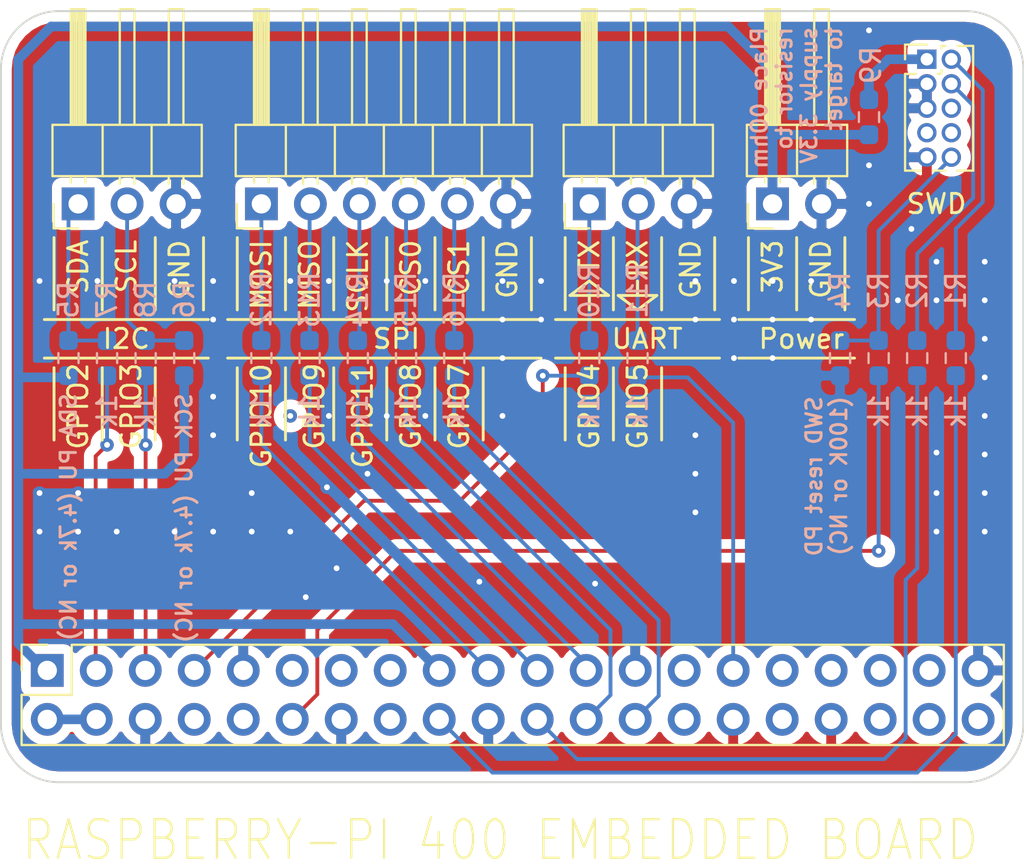
<source format=kicad_pcb>
(kicad_pcb (version 20171130) (host pcbnew "(5.1.8-0-10_14)")

  (general
    (thickness 1.6)
    (drawings 88)
    (tracks 184)
    (zones 0)
    (modules 22)
    (nets 29)
  )

  (page A3)
  (title_block
    (date "15 nov 2012")
  )

  (layers
    (0 F.Cu signal)
    (31 B.Cu signal)
    (32 B.Adhes user hide)
    (33 F.Adhes user hide)
    (34 B.Paste user hide)
    (35 F.Paste user hide)
    (36 B.SilkS user)
    (37 F.SilkS user)
    (38 B.Mask user)
    (39 F.Mask user)
    (40 Dwgs.User user hide)
    (41 Cmts.User user hide)
    (42 Eco1.User user hide)
    (43 Eco2.User user hide)
    (44 Edge.Cuts user)
    (45 Margin user hide)
    (46 B.CrtYd user)
    (47 F.CrtYd user hide)
  )

  (setup
    (last_trace_width 0.2)
    (trace_clearance 0.2)
    (zone_clearance 0.508)
    (zone_45_only no)
    (trace_min 0.1524)
    (via_size 0.7)
    (via_drill 0.3)
    (via_min_size 0.7)
    (via_min_drill 0.3)
    (uvia_size 0.5)
    (uvia_drill 0.1)
    (uvias_allowed no)
    (uvia_min_size 0.5)
    (uvia_min_drill 0.1)
    (edge_width 0.1)
    (segment_width 0.1)
    (pcb_text_width 0.15)
    (pcb_text_size 1 1)
    (mod_edge_width 0.15)
    (mod_text_size 1 1)
    (mod_text_width 0.15)
    (pad_size 2.5 2.5)
    (pad_drill 2.5)
    (pad_to_mask_clearance 0)
    (aux_axis_origin 200 150)
    (visible_elements 7FFFFFFF)
    (pcbplotparams
      (layerselection 0x010fc_ffffffff)
      (usegerberextensions true)
      (usegerberattributes false)
      (usegerberadvancedattributes false)
      (creategerberjobfile false)
      (excludeedgelayer true)
      (linewidth 0.150000)
      (plotframeref false)
      (viasonmask false)
      (mode 1)
      (useauxorigin false)
      (hpglpennumber 1)
      (hpglpenspeed 20)
      (hpglpendiameter 15.000000)
      (psnegative false)
      (psa4output false)
      (plotreference true)
      (plotvalue true)
      (plotinvisibletext false)
      (padsonsilk false)
      (subtractmaskfromsilk false)
      (outputformat 1)
      (mirror false)
      (drillshape 0)
      (scaleselection 1)
      (outputdirectory "gerbers/"))
  )

  (net 0 "")
  (net 1 +3V3)
  (net 2 +5V)
  (net 3 GND)
  (net 4 /GPIO5)
  (net 5 "/GPIO7(SPI1_CE_N)")
  (net 6 "/GPIO8(SPI0_CE_N)")
  (net 7 "/GPIO11(SPI0_SCK)")
  (net 8 "/GPIO25(GEN6)")
  (net 9 "/GPIO9(SPI0_MISO)")
  (net 10 "/GPIO10(SPI0_MOSI)")
  (net 11 "/GPIO24(GEN5)")
  (net 12 "/GPIO18(GEN1)(PWM0)")
  (net 13 "/GPIO4(GCLK)")
  (net 14 "/GPIO3(SCL1)")
  (net 15 "/GPIO2(SDA1)")
  (net 16 "Net-(J2-Pad10)")
  (net 17 "Net-(J2-Pad4)")
  (net 18 "Net-(J2-Pad2)")
  (net 19 "Net-(J2-Pad1)")
  (net 20 "Net-(J3-Pad2)")
  (net 21 "Net-(J3-Pad1)")
  (net 22 "Net-(J4-Pad2)")
  (net 23 "Net-(J4-Pad1)")
  (net 24 "Net-(J6-Pad5)")
  (net 25 "Net-(J6-Pad4)")
  (net 26 "Net-(J6-Pad3)")
  (net 27 "Net-(J6-Pad2)")
  (net 28 "Net-(J6-Pad1)")

  (net_class Default "This is the default net class."
    (clearance 0.2)
    (trace_width 0.2)
    (via_dia 0.7)
    (via_drill 0.3)
    (uvia_dia 0.5)
    (uvia_drill 0.1)
    (add_net "/GPIO10(SPI0_MOSI)")
    (add_net "/GPIO11(SPI0_SCK)")
    (add_net "/GPIO18(GEN1)(PWM0)")
    (add_net "/GPIO2(SDA1)")
    (add_net "/GPIO24(GEN5)")
    (add_net "/GPIO25(GEN6)")
    (add_net "/GPIO3(SCL1)")
    (add_net "/GPIO4(GCLK)")
    (add_net /GPIO5)
    (add_net "/GPIO7(SPI1_CE_N)")
    (add_net "/GPIO8(SPI0_CE_N)")
    (add_net "/GPIO9(SPI0_MISO)")
    (add_net "Net-(J2-Pad1)")
    (add_net "Net-(J2-Pad10)")
    (add_net "Net-(J2-Pad2)")
    (add_net "Net-(J2-Pad4)")
    (add_net "Net-(J3-Pad1)")
    (add_net "Net-(J3-Pad2)")
    (add_net "Net-(J4-Pad1)")
    (add_net "Net-(J4-Pad2)")
    (add_net "Net-(J6-Pad1)")
    (add_net "Net-(J6-Pad2)")
    (add_net "Net-(J6-Pad3)")
    (add_net "Net-(J6-Pad4)")
    (add_net "Net-(J6-Pad5)")
  )

  (net_class Power ""
    (clearance 0.2)
    (trace_width 0.5)
    (via_dia 1)
    (via_drill 0.7)
    (uvia_dia 0.5)
    (uvia_drill 0.1)
    (add_net +3V3)
    (add_net +5V)
    (add_net GND)
  )

  (module Connector_PinSocket_2.54mm:PinSocket_2x20_P2.54mm_Vertical (layer F.Cu) (tedit 5A19A433) (tstamp 5A793E9F)
    (at 202.4 144.2 90)
    (descr "Through hole straight socket strip, 2x20, 2.54mm pitch, double cols (from Kicad 4.0.7), script generated")
    (tags "Through hole socket strip THT 2x20 2.54mm double row")
    (path /59AD464A)
    (fp_text reference J1 (at -1.27 -2.77 90) (layer F.SilkS) hide
      (effects (font (size 1 1) (thickness 0.15)))
    )
    (fp_text value Conn_02x20_Odd_Even (at -1.27 51.03 90) (layer F.Fab)
      (effects (font (size 1 1) (thickness 0.15)))
    )
    (fp_text user %R (at -1.27 24.13) (layer F.Fab)
      (effects (font (size 1 1) (thickness 0.15)))
    )
    (fp_line (start -3.81 -1.27) (end 0.27 -1.27) (layer F.Fab) (width 0.1))
    (fp_line (start 0.27 -1.27) (end 1.27 -0.27) (layer F.Fab) (width 0.1))
    (fp_line (start 1.27 -0.27) (end 1.27 49.53) (layer F.Fab) (width 0.1))
    (fp_line (start 1.27 49.53) (end -3.81 49.53) (layer F.Fab) (width 0.1))
    (fp_line (start -3.81 49.53) (end -3.81 -1.27) (layer F.Fab) (width 0.1))
    (fp_line (start -3.87 -1.33) (end -1.27 -1.33) (layer F.SilkS) (width 0.12))
    (fp_line (start -3.87 -1.33) (end -3.87 49.59) (layer F.SilkS) (width 0.12))
    (fp_line (start -3.87 49.59) (end 1.33 49.59) (layer F.SilkS) (width 0.12))
    (fp_line (start 1.33 1.27) (end 1.33 49.59) (layer F.SilkS) (width 0.12))
    (fp_line (start -1.27 1.27) (end 1.33 1.27) (layer F.SilkS) (width 0.12))
    (fp_line (start -1.27 -1.33) (end -1.27 1.27) (layer F.SilkS) (width 0.12))
    (fp_line (start 1.33 -1.33) (end 1.33 0) (layer F.SilkS) (width 0.12))
    (fp_line (start 0 -1.33) (end 1.33 -1.33) (layer F.SilkS) (width 0.12))
    (fp_line (start -4.34 -1.8) (end 1.76 -1.8) (layer F.CrtYd) (width 0.05))
    (fp_line (start 1.76 -1.8) (end 1.76 50) (layer F.CrtYd) (width 0.05))
    (fp_line (start 1.76 50) (end -4.34 50) (layer F.CrtYd) (width 0.05))
    (fp_line (start -4.34 50) (end -4.34 -1.8) (layer F.CrtYd) (width 0.05))
    (pad 40 thru_hole oval (at -2.54 48.26 90) (size 1.7 1.7) (drill 1) (layers *.Cu *.Mask))
    (pad 39 thru_hole oval (at 0 48.26 90) (size 1.7 1.7) (drill 1) (layers *.Cu *.Mask)
      (net 3 GND))
    (pad 38 thru_hole oval (at -2.54 45.72 90) (size 1.7 1.7) (drill 1) (layers *.Cu *.Mask))
    (pad 37 thru_hole oval (at 0 45.72 90) (size 1.7 1.7) (drill 1) (layers *.Cu *.Mask))
    (pad 36 thru_hole oval (at -2.54 43.18 90) (size 1.7 1.7) (drill 1) (layers *.Cu *.Mask))
    (pad 35 thru_hole oval (at 0 43.18 90) (size 1.7 1.7) (drill 1) (layers *.Cu *.Mask))
    (pad 34 thru_hole oval (at -2.54 40.64 90) (size 1.7 1.7) (drill 1) (layers *.Cu *.Mask)
      (net 3 GND))
    (pad 33 thru_hole oval (at 0 40.64 90) (size 1.7 1.7) (drill 1) (layers *.Cu *.Mask))
    (pad 32 thru_hole oval (at -2.54 38.1 90) (size 1.7 1.7) (drill 1) (layers *.Cu *.Mask))
    (pad 31 thru_hole oval (at 0 38.1 90) (size 1.7 1.7) (drill 1) (layers *.Cu *.Mask))
    (pad 30 thru_hole oval (at -2.54 35.56 90) (size 1.7 1.7) (drill 1) (layers *.Cu *.Mask)
      (net 3 GND))
    (pad 29 thru_hole oval (at 0 35.56 90) (size 1.7 1.7) (drill 1) (layers *.Cu *.Mask)
      (net 4 /GPIO5))
    (pad 28 thru_hole oval (at -2.54 33.02 90) (size 1.7 1.7) (drill 1) (layers *.Cu *.Mask))
    (pad 27 thru_hole oval (at 0 33.02 90) (size 1.7 1.7) (drill 1) (layers *.Cu *.Mask))
    (pad 26 thru_hole oval (at -2.54 30.48 90) (size 1.7 1.7) (drill 1) (layers *.Cu *.Mask)
      (net 5 "/GPIO7(SPI1_CE_N)"))
    (pad 25 thru_hole oval (at 0 30.48 90) (size 1.7 1.7) (drill 1) (layers *.Cu *.Mask)
      (net 3 GND))
    (pad 24 thru_hole oval (at -2.54 27.94 90) (size 1.7 1.7) (drill 1) (layers *.Cu *.Mask)
      (net 6 "/GPIO8(SPI0_CE_N)"))
    (pad 23 thru_hole oval (at 0 27.94 90) (size 1.7 1.7) (drill 1) (layers *.Cu *.Mask)
      (net 7 "/GPIO11(SPI0_SCK)"))
    (pad 22 thru_hole oval (at -2.54 25.4 90) (size 1.7 1.7) (drill 1) (layers *.Cu *.Mask)
      (net 8 "/GPIO25(GEN6)"))
    (pad 21 thru_hole oval (at 0 25.4 90) (size 1.7 1.7) (drill 1) (layers *.Cu *.Mask)
      (net 9 "/GPIO9(SPI0_MISO)"))
    (pad 20 thru_hole oval (at -2.54 22.86 90) (size 1.7 1.7) (drill 1) (layers *.Cu *.Mask)
      (net 3 GND))
    (pad 19 thru_hole oval (at 0 22.86 90) (size 1.7 1.7) (drill 1) (layers *.Cu *.Mask)
      (net 10 "/GPIO10(SPI0_MOSI)"))
    (pad 18 thru_hole oval (at -2.54 20.32 90) (size 1.7 1.7) (drill 1) (layers *.Cu *.Mask)
      (net 11 "/GPIO24(GEN5)"))
    (pad 17 thru_hole oval (at 0 20.32 90) (size 1.7 1.7) (drill 1) (layers *.Cu *.Mask)
      (net 1 +3V3))
    (pad 16 thru_hole oval (at -2.54 17.78 90) (size 1.7 1.7) (drill 1) (layers *.Cu *.Mask))
    (pad 15 thru_hole oval (at 0 17.78 90) (size 1.7 1.7) (drill 1) (layers *.Cu *.Mask))
    (pad 14 thru_hole oval (at -2.54 15.24 90) (size 1.7 1.7) (drill 1) (layers *.Cu *.Mask)
      (net 3 GND))
    (pad 13 thru_hole oval (at 0 15.24 90) (size 1.7 1.7) (drill 1) (layers *.Cu *.Mask))
    (pad 12 thru_hole oval (at -2.54 12.7 90) (size 1.7 1.7) (drill 1) (layers *.Cu *.Mask)
      (net 12 "/GPIO18(GEN1)(PWM0)"))
    (pad 11 thru_hole oval (at 0 12.7 90) (size 1.7 1.7) (drill 1) (layers *.Cu *.Mask))
    (pad 10 thru_hole oval (at -2.54 10.16 90) (size 1.7 1.7) (drill 1) (layers *.Cu *.Mask))
    (pad 9 thru_hole oval (at 0 10.16 90) (size 1.7 1.7) (drill 1) (layers *.Cu *.Mask)
      (net 3 GND))
    (pad 8 thru_hole oval (at -2.54 7.62 90) (size 1.7 1.7) (drill 1) (layers *.Cu *.Mask))
    (pad 7 thru_hole oval (at 0 7.62 90) (size 1.7 1.7) (drill 1) (layers *.Cu *.Mask)
      (net 13 "/GPIO4(GCLK)"))
    (pad 6 thru_hole oval (at -2.54 5.08 90) (size 1.7 1.7) (drill 1) (layers *.Cu *.Mask)
      (net 3 GND))
    (pad 5 thru_hole oval (at 0 5.08 90) (size 1.7 1.7) (drill 1) (layers *.Cu *.Mask)
      (net 14 "/GPIO3(SCL1)"))
    (pad 4 thru_hole oval (at -2.54 2.54 90) (size 1.7 1.7) (drill 1) (layers *.Cu *.Mask)
      (net 2 +5V))
    (pad 3 thru_hole oval (at 0 2.54 90) (size 1.7 1.7) (drill 1) (layers *.Cu *.Mask)
      (net 15 "/GPIO2(SDA1)"))
    (pad 2 thru_hole oval (at -2.54 0 90) (size 1.7 1.7) (drill 1) (layers *.Cu *.Mask)
      (net 2 +5V))
    (pad 1 thru_hole rect (at 0 0 90) (size 1.7 1.7) (drill 1) (layers *.Cu *.Mask)
      (net 1 +3V3))
    (model ${KISYS3DMOD}/Connector_PinSocket_2.54mm.3dshapes/PinSocket_2x20_P2.54mm_Vertical.wrl
      (at (xyz 0 0 0))
      (scale (xyz 1 1 1))
      (rotate (xyz 0 0 0))
    )
  )

  (module Resistor_SMD:R_0603_1608Metric_Pad0.98x0.95mm_HandSolder (layer B.Cu) (tedit 5F68FEEE) (tstamp 5FBC7DFA)
    (at 223.5 128 90)
    (descr "Resistor SMD 0603 (1608 Metric), square (rectangular) end terminal, IPC_7351 nominal with elongated pad for handsoldering. (Body size source: IPC-SM-782 page 72, https://www.pcb-3d.com/wordpress/wp-content/uploads/ipc-sm-782a_amendment_1_and_2.pdf), generated with kicad-footprint-generator")
    (tags "resistor handsolder")
    (path /5FCBC883)
    (attr smd)
    (fp_text reference R16 (at 3.023809 0 270) (layer B.SilkS)
      (effects (font (size 1 1) (thickness 0.15)) (justify mirror))
    )
    (fp_text value 1k (at -2.75 0 270) (layer B.SilkS)
      (effects (font (size 1 1) (thickness 0.15)) (justify mirror))
    )
    (fp_line (start 1.65 -0.73) (end -1.65 -0.73) (layer B.CrtYd) (width 0.05))
    (fp_line (start 1.65 0.73) (end 1.65 -0.73) (layer B.CrtYd) (width 0.05))
    (fp_line (start -1.65 0.73) (end 1.65 0.73) (layer B.CrtYd) (width 0.05))
    (fp_line (start -1.65 -0.73) (end -1.65 0.73) (layer B.CrtYd) (width 0.05))
    (fp_line (start -0.254724 -0.5225) (end 0.254724 -0.5225) (layer B.SilkS) (width 0.12))
    (fp_line (start -0.254724 0.5225) (end 0.254724 0.5225) (layer B.SilkS) (width 0.12))
    (fp_line (start 0.8 -0.4125) (end -0.8 -0.4125) (layer B.Fab) (width 0.1))
    (fp_line (start 0.8 0.4125) (end 0.8 -0.4125) (layer B.Fab) (width 0.1))
    (fp_line (start -0.8 0.4125) (end 0.8 0.4125) (layer B.Fab) (width 0.1))
    (fp_line (start -0.8 -0.4125) (end -0.8 0.4125) (layer B.Fab) (width 0.1))
    (fp_text user %R (at 0 0 270) (layer B.Fab)
      (effects (font (size 0.4 0.4) (thickness 0.06)) (justify mirror))
    )
    (pad 2 smd roundrect (at 0.9125 0 90) (size 0.975 0.95) (layers B.Cu B.Paste B.Mask) (roundrect_rratio 0.25)
      (net 24 "Net-(J6-Pad5)"))
    (pad 1 smd roundrect (at -0.9125 0 90) (size 0.975 0.95) (layers B.Cu B.Paste B.Mask) (roundrect_rratio 0.25)
      (net 5 "/GPIO7(SPI1_CE_N)"))
    (model ${KISYS3DMOD}/Resistor_SMD.3dshapes/R_0603_1608Metric.wrl
      (at (xyz 0 0 0))
      (scale (xyz 1 1 1))
      (rotate (xyz 0 0 0))
    )
  )

  (module Resistor_SMD:R_0603_1608Metric_Pad0.98x0.95mm_HandSolder (layer B.Cu) (tedit 5F68FEEE) (tstamp 5FBC7DE9)
    (at 221 128 90)
    (descr "Resistor SMD 0603 (1608 Metric), square (rectangular) end terminal, IPC_7351 nominal with elongated pad for handsoldering. (Body size source: IPC-SM-782 page 72, https://www.pcb-3d.com/wordpress/wp-content/uploads/ipc-sm-782a_amendment_1_and_2.pdf), generated with kicad-footprint-generator")
    (tags "resistor handsolder")
    (path /5FCBC5F1)
    (attr smd)
    (fp_text reference R15 (at 3.023809 0 270) (layer B.SilkS)
      (effects (font (size 1 1) (thickness 0.15)) (justify mirror))
    )
    (fp_text value 1k (at -2.75 0 270) (layer B.SilkS)
      (effects (font (size 1 1) (thickness 0.15)) (justify mirror))
    )
    (fp_line (start 1.65 -0.73) (end -1.65 -0.73) (layer B.CrtYd) (width 0.05))
    (fp_line (start 1.65 0.73) (end 1.65 -0.73) (layer B.CrtYd) (width 0.05))
    (fp_line (start -1.65 0.73) (end 1.65 0.73) (layer B.CrtYd) (width 0.05))
    (fp_line (start -1.65 -0.73) (end -1.65 0.73) (layer B.CrtYd) (width 0.05))
    (fp_line (start -0.254724 -0.5225) (end 0.254724 -0.5225) (layer B.SilkS) (width 0.12))
    (fp_line (start -0.254724 0.5225) (end 0.254724 0.5225) (layer B.SilkS) (width 0.12))
    (fp_line (start 0.8 -0.4125) (end -0.8 -0.4125) (layer B.Fab) (width 0.1))
    (fp_line (start 0.8 0.4125) (end 0.8 -0.4125) (layer B.Fab) (width 0.1))
    (fp_line (start -0.8 0.4125) (end 0.8 0.4125) (layer B.Fab) (width 0.1))
    (fp_line (start -0.8 -0.4125) (end -0.8 0.4125) (layer B.Fab) (width 0.1))
    (fp_text user %R (at 0 0 270) (layer B.Fab)
      (effects (font (size 0.4 0.4) (thickness 0.06)) (justify mirror))
    )
    (pad 2 smd roundrect (at 0.9125 0 90) (size 0.975 0.95) (layers B.Cu B.Paste B.Mask) (roundrect_rratio 0.25)
      (net 25 "Net-(J6-Pad4)"))
    (pad 1 smd roundrect (at -0.9125 0 90) (size 0.975 0.95) (layers B.Cu B.Paste B.Mask) (roundrect_rratio 0.25)
      (net 6 "/GPIO8(SPI0_CE_N)"))
    (model ${KISYS3DMOD}/Resistor_SMD.3dshapes/R_0603_1608Metric.wrl
      (at (xyz 0 0 0))
      (scale (xyz 1 1 1))
      (rotate (xyz 0 0 0))
    )
  )

  (module Resistor_SMD:R_0603_1608Metric_Pad0.98x0.95mm_HandSolder (layer B.Cu) (tedit 5F68FEEE) (tstamp 5FBC7DD8)
    (at 218.5 128 90)
    (descr "Resistor SMD 0603 (1608 Metric), square (rectangular) end terminal, IPC_7351 nominal with elongated pad for handsoldering. (Body size source: IPC-SM-782 page 72, https://www.pcb-3d.com/wordpress/wp-content/uploads/ipc-sm-782a_amendment_1_and_2.pdf), generated with kicad-footprint-generator")
    (tags "resistor handsolder")
    (path /5FCBC2E1)
    (attr smd)
    (fp_text reference R14 (at 3.023809 0 270) (layer B.SilkS)
      (effects (font (size 1 1) (thickness 0.15)) (justify mirror))
    )
    (fp_text value 1k (at -2.75 0 270) (layer B.SilkS)
      (effects (font (size 1 1) (thickness 0.15)) (justify mirror))
    )
    (fp_line (start 1.65 -0.73) (end -1.65 -0.73) (layer B.CrtYd) (width 0.05))
    (fp_line (start 1.65 0.73) (end 1.65 -0.73) (layer B.CrtYd) (width 0.05))
    (fp_line (start -1.65 0.73) (end 1.65 0.73) (layer B.CrtYd) (width 0.05))
    (fp_line (start -1.65 -0.73) (end -1.65 0.73) (layer B.CrtYd) (width 0.05))
    (fp_line (start -0.254724 -0.5225) (end 0.254724 -0.5225) (layer B.SilkS) (width 0.12))
    (fp_line (start -0.254724 0.5225) (end 0.254724 0.5225) (layer B.SilkS) (width 0.12))
    (fp_line (start 0.8 -0.4125) (end -0.8 -0.4125) (layer B.Fab) (width 0.1))
    (fp_line (start 0.8 0.4125) (end 0.8 -0.4125) (layer B.Fab) (width 0.1))
    (fp_line (start -0.8 0.4125) (end 0.8 0.4125) (layer B.Fab) (width 0.1))
    (fp_line (start -0.8 -0.4125) (end -0.8 0.4125) (layer B.Fab) (width 0.1))
    (fp_text user %R (at 0 0 270) (layer B.Fab)
      (effects (font (size 0.4 0.4) (thickness 0.06)) (justify mirror))
    )
    (pad 2 smd roundrect (at 0.9125 0 90) (size 0.975 0.95) (layers B.Cu B.Paste B.Mask) (roundrect_rratio 0.25)
      (net 26 "Net-(J6-Pad3)"))
    (pad 1 smd roundrect (at -0.9125 0 90) (size 0.975 0.95) (layers B.Cu B.Paste B.Mask) (roundrect_rratio 0.25)
      (net 7 "/GPIO11(SPI0_SCK)"))
    (model ${KISYS3DMOD}/Resistor_SMD.3dshapes/R_0603_1608Metric.wrl
      (at (xyz 0 0 0))
      (scale (xyz 1 1 1))
      (rotate (xyz 0 0 0))
    )
  )

  (module Resistor_SMD:R_0603_1608Metric_Pad0.98x0.95mm_HandSolder (layer B.Cu) (tedit 5F68FEEE) (tstamp 5FBC7DC7)
    (at 216 128 90)
    (descr "Resistor SMD 0603 (1608 Metric), square (rectangular) end terminal, IPC_7351 nominal with elongated pad for handsoldering. (Body size source: IPC-SM-782 page 72, https://www.pcb-3d.com/wordpress/wp-content/uploads/ipc-sm-782a_amendment_1_and_2.pdf), generated with kicad-footprint-generator")
    (tags "resistor handsolder")
    (path /5FCBBFD1)
    (attr smd)
    (fp_text reference R13 (at 3.023809 0 270) (layer B.SilkS)
      (effects (font (size 1 1) (thickness 0.15)) (justify mirror))
    )
    (fp_text value 1k (at -2.75 0 270) (layer B.SilkS)
      (effects (font (size 1 1) (thickness 0.15)) (justify mirror))
    )
    (fp_line (start 1.65 -0.73) (end -1.65 -0.73) (layer B.CrtYd) (width 0.05))
    (fp_line (start 1.65 0.73) (end 1.65 -0.73) (layer B.CrtYd) (width 0.05))
    (fp_line (start -1.65 0.73) (end 1.65 0.73) (layer B.CrtYd) (width 0.05))
    (fp_line (start -1.65 -0.73) (end -1.65 0.73) (layer B.CrtYd) (width 0.05))
    (fp_line (start -0.254724 -0.5225) (end 0.254724 -0.5225) (layer B.SilkS) (width 0.12))
    (fp_line (start -0.254724 0.5225) (end 0.254724 0.5225) (layer B.SilkS) (width 0.12))
    (fp_line (start 0.8 -0.4125) (end -0.8 -0.4125) (layer B.Fab) (width 0.1))
    (fp_line (start 0.8 0.4125) (end 0.8 -0.4125) (layer B.Fab) (width 0.1))
    (fp_line (start -0.8 0.4125) (end 0.8 0.4125) (layer B.Fab) (width 0.1))
    (fp_line (start -0.8 -0.4125) (end -0.8 0.4125) (layer B.Fab) (width 0.1))
    (fp_text user %R (at 0 0 270) (layer B.Fab)
      (effects (font (size 0.4 0.4) (thickness 0.06)) (justify mirror))
    )
    (pad 2 smd roundrect (at 0.9125 0 90) (size 0.975 0.95) (layers B.Cu B.Paste B.Mask) (roundrect_rratio 0.25)
      (net 27 "Net-(J6-Pad2)"))
    (pad 1 smd roundrect (at -0.9125 0 90) (size 0.975 0.95) (layers B.Cu B.Paste B.Mask) (roundrect_rratio 0.25)
      (net 9 "/GPIO9(SPI0_MISO)"))
    (model ${KISYS3DMOD}/Resistor_SMD.3dshapes/R_0603_1608Metric.wrl
      (at (xyz 0 0 0))
      (scale (xyz 1 1 1))
      (rotate (xyz 0 0 0))
    )
  )

  (module Resistor_SMD:R_0603_1608Metric_Pad0.98x0.95mm_HandSolder (layer B.Cu) (tedit 5F68FEEE) (tstamp 5FBC7DB6)
    (at 213.5 128 90)
    (descr "Resistor SMD 0603 (1608 Metric), square (rectangular) end terminal, IPC_7351 nominal with elongated pad for handsoldering. (Body size source: IPC-SM-782 page 72, https://www.pcb-3d.com/wordpress/wp-content/uploads/ipc-sm-782a_amendment_1_and_2.pdf), generated with kicad-footprint-generator")
    (tags "resistor handsolder")
    (path /5FCBB898)
    (attr smd)
    (fp_text reference R12 (at 3.023809 0 270) (layer B.SilkS)
      (effects (font (size 1 1) (thickness 0.15)) (justify mirror))
    )
    (fp_text value 1k (at -2.75 0 270) (layer B.SilkS)
      (effects (font (size 1 1) (thickness 0.15)) (justify mirror))
    )
    (fp_line (start 1.65 -0.73) (end -1.65 -0.73) (layer B.CrtYd) (width 0.05))
    (fp_line (start 1.65 0.73) (end 1.65 -0.73) (layer B.CrtYd) (width 0.05))
    (fp_line (start -1.65 0.73) (end 1.65 0.73) (layer B.CrtYd) (width 0.05))
    (fp_line (start -1.65 -0.73) (end -1.65 0.73) (layer B.CrtYd) (width 0.05))
    (fp_line (start -0.254724 -0.5225) (end 0.254724 -0.5225) (layer B.SilkS) (width 0.12))
    (fp_line (start -0.254724 0.5225) (end 0.254724 0.5225) (layer B.SilkS) (width 0.12))
    (fp_line (start 0.8 -0.4125) (end -0.8 -0.4125) (layer B.Fab) (width 0.1))
    (fp_line (start 0.8 0.4125) (end 0.8 -0.4125) (layer B.Fab) (width 0.1))
    (fp_line (start -0.8 0.4125) (end 0.8 0.4125) (layer B.Fab) (width 0.1))
    (fp_line (start -0.8 -0.4125) (end -0.8 0.4125) (layer B.Fab) (width 0.1))
    (fp_text user %R (at 0 0 270) (layer B.Fab)
      (effects (font (size 0.4 0.4) (thickness 0.06)) (justify mirror))
    )
    (pad 2 smd roundrect (at 0.9125 0 90) (size 0.975 0.95) (layers B.Cu B.Paste B.Mask) (roundrect_rratio 0.25)
      (net 28 "Net-(J6-Pad1)"))
    (pad 1 smd roundrect (at -0.9125 0 90) (size 0.975 0.95) (layers B.Cu B.Paste B.Mask) (roundrect_rratio 0.25)
      (net 10 "/GPIO10(SPI0_MOSI)"))
    (model ${KISYS3DMOD}/Resistor_SMD.3dshapes/R_0603_1608Metric.wrl
      (at (xyz 0 0 0))
      (scale (xyz 1 1 1))
      (rotate (xyz 0 0 0))
    )
  )

  (module Resistor_SMD:R_0603_1608Metric_Pad0.98x0.95mm_HandSolder (layer B.Cu) (tedit 5F68FEEE) (tstamp 5FBC7DA5)
    (at 233 128 90)
    (descr "Resistor SMD 0603 (1608 Metric), square (rectangular) end terminal, IPC_7351 nominal with elongated pad for handsoldering. (Body size source: IPC-SM-782 page 72, https://www.pcb-3d.com/wordpress/wp-content/uploads/ipc-sm-782a_amendment_1_and_2.pdf), generated with kicad-footprint-generator")
    (tags "resistor handsolder")
    (path /5FC852F8)
    (attr smd)
    (fp_text reference R11 (at 3.5 0 270) (layer B.SilkS)
      (effects (font (size 1 1) (thickness 0.15)) (justify mirror))
    )
    (fp_text value 1k (at -2.75 0 270) (layer B.SilkS)
      (effects (font (size 1 1) (thickness 0.15)) (justify mirror))
    )
    (fp_line (start 1.65 -0.73) (end -1.65 -0.73) (layer B.CrtYd) (width 0.05))
    (fp_line (start 1.65 0.73) (end 1.65 -0.73) (layer B.CrtYd) (width 0.05))
    (fp_line (start -1.65 0.73) (end 1.65 0.73) (layer B.CrtYd) (width 0.05))
    (fp_line (start -1.65 -0.73) (end -1.65 0.73) (layer B.CrtYd) (width 0.05))
    (fp_line (start -0.254724 -0.5225) (end 0.254724 -0.5225) (layer B.SilkS) (width 0.12))
    (fp_line (start -0.254724 0.5225) (end 0.254724 0.5225) (layer B.SilkS) (width 0.12))
    (fp_line (start 0.8 -0.4125) (end -0.8 -0.4125) (layer B.Fab) (width 0.1))
    (fp_line (start 0.8 0.4125) (end 0.8 -0.4125) (layer B.Fab) (width 0.1))
    (fp_line (start -0.8 0.4125) (end 0.8 0.4125) (layer B.Fab) (width 0.1))
    (fp_line (start -0.8 -0.4125) (end -0.8 0.4125) (layer B.Fab) (width 0.1))
    (fp_text user %R (at 0 0 270) (layer B.Fab)
      (effects (font (size 0.4 0.4) (thickness 0.06)) (justify mirror))
    )
    (pad 2 smd roundrect (at 0.9125 0 90) (size 0.975 0.95) (layers B.Cu B.Paste B.Mask) (roundrect_rratio 0.25)
      (net 22 "Net-(J4-Pad2)"))
    (pad 1 smd roundrect (at -0.9125 0 90) (size 0.975 0.95) (layers B.Cu B.Paste B.Mask) (roundrect_rratio 0.25)
      (net 4 /GPIO5))
    (model ${KISYS3DMOD}/Resistor_SMD.3dshapes/R_0603_1608Metric.wrl
      (at (xyz 0 0 0))
      (scale (xyz 1 1 1))
      (rotate (xyz 0 0 0))
    )
  )

  (module Resistor_SMD:R_0603_1608Metric_Pad0.98x0.95mm_HandSolder (layer B.Cu) (tedit 5F68FEEE) (tstamp 5FBC7D94)
    (at 230.5 128 90)
    (descr "Resistor SMD 0603 (1608 Metric), square (rectangular) end terminal, IPC_7351 nominal with elongated pad for handsoldering. (Body size source: IPC-SM-782 page 72, https://www.pcb-3d.com/wordpress/wp-content/uploads/ipc-sm-782a_amendment_1_and_2.pdf), generated with kicad-footprint-generator")
    (tags "resistor handsolder")
    (path /5FC84AF9)
    (attr smd)
    (fp_text reference R10 (at 3.5 0 270) (layer B.SilkS)
      (effects (font (size 1 1) (thickness 0.15)) (justify mirror))
    )
    (fp_text value 1k (at -2.75 0 270) (layer B.SilkS)
      (effects (font (size 1 1) (thickness 0.15)) (justify mirror))
    )
    (fp_line (start 1.65 -0.73) (end -1.65 -0.73) (layer B.CrtYd) (width 0.05))
    (fp_line (start 1.65 0.73) (end 1.65 -0.73) (layer B.CrtYd) (width 0.05))
    (fp_line (start -1.65 0.73) (end 1.65 0.73) (layer B.CrtYd) (width 0.05))
    (fp_line (start -1.65 -0.73) (end -1.65 0.73) (layer B.CrtYd) (width 0.05))
    (fp_line (start -0.254724 -0.5225) (end 0.254724 -0.5225) (layer B.SilkS) (width 0.12))
    (fp_line (start -0.254724 0.5225) (end 0.254724 0.5225) (layer B.SilkS) (width 0.12))
    (fp_line (start 0.8 -0.4125) (end -0.8 -0.4125) (layer B.Fab) (width 0.1))
    (fp_line (start 0.8 0.4125) (end 0.8 -0.4125) (layer B.Fab) (width 0.1))
    (fp_line (start -0.8 0.4125) (end 0.8 0.4125) (layer B.Fab) (width 0.1))
    (fp_line (start -0.8 -0.4125) (end -0.8 0.4125) (layer B.Fab) (width 0.1))
    (fp_text user %R (at 0 0 270) (layer B.Fab)
      (effects (font (size 0.4 0.4) (thickness 0.06)) (justify mirror))
    )
    (pad 2 smd roundrect (at 0.9125 0 90) (size 0.975 0.95) (layers B.Cu B.Paste B.Mask) (roundrect_rratio 0.25)
      (net 23 "Net-(J4-Pad1)"))
    (pad 1 smd roundrect (at -0.9125 0 90) (size 0.975 0.95) (layers B.Cu B.Paste B.Mask) (roundrect_rratio 0.25)
      (net 13 "/GPIO4(GCLK)"))
    (model ${KISYS3DMOD}/Resistor_SMD.3dshapes/R_0603_1608Metric.wrl
      (at (xyz 0 0 0))
      (scale (xyz 1 1 1))
      (rotate (xyz 0 0 0))
    )
  )

  (module Connector_PinHeader_2.54mm:PinHeader_1x06_P2.54mm_Horizontal (layer F.Cu) (tedit 59FED5CB) (tstamp 5FBC5C4B)
    (at 213.5 120 90)
    (descr "Through hole angled pin header, 1x06, 2.54mm pitch, 6mm pin length, single row")
    (tags "Through hole angled pin header THT 1x06 2.54mm single row")
    (path /5FC5E8AE)
    (fp_text reference J6 (at 4.385 -2.27 90) (layer F.SilkS) hide
      (effects (font (size 1 1) (thickness 0.15)))
    )
    (fp_text value Conn_01x06_Male (at 4.385 14.97 90) (layer F.Fab)
      (effects (font (size 1 1) (thickness 0.15)))
    )
    (fp_line (start 10.55 -1.8) (end -1.8 -1.8) (layer F.CrtYd) (width 0.05))
    (fp_line (start 10.55 14.5) (end 10.55 -1.8) (layer F.CrtYd) (width 0.05))
    (fp_line (start -1.8 14.5) (end 10.55 14.5) (layer F.CrtYd) (width 0.05))
    (fp_line (start -1.8 -1.8) (end -1.8 14.5) (layer F.CrtYd) (width 0.05))
    (fp_line (start -1.27 -1.27) (end 0 -1.27) (layer F.SilkS) (width 0.12))
    (fp_line (start -1.27 0) (end -1.27 -1.27) (layer F.SilkS) (width 0.12))
    (fp_line (start 1.042929 13.08) (end 1.44 13.08) (layer F.SilkS) (width 0.12))
    (fp_line (start 1.042929 12.32) (end 1.44 12.32) (layer F.SilkS) (width 0.12))
    (fp_line (start 10.1 13.08) (end 4.1 13.08) (layer F.SilkS) (width 0.12))
    (fp_line (start 10.1 12.32) (end 10.1 13.08) (layer F.SilkS) (width 0.12))
    (fp_line (start 4.1 12.32) (end 10.1 12.32) (layer F.SilkS) (width 0.12))
    (fp_line (start 1.44 11.43) (end 4.1 11.43) (layer F.SilkS) (width 0.12))
    (fp_line (start 1.042929 10.54) (end 1.44 10.54) (layer F.SilkS) (width 0.12))
    (fp_line (start 1.042929 9.78) (end 1.44 9.78) (layer F.SilkS) (width 0.12))
    (fp_line (start 10.1 10.54) (end 4.1 10.54) (layer F.SilkS) (width 0.12))
    (fp_line (start 10.1 9.78) (end 10.1 10.54) (layer F.SilkS) (width 0.12))
    (fp_line (start 4.1 9.78) (end 10.1 9.78) (layer F.SilkS) (width 0.12))
    (fp_line (start 1.44 8.89) (end 4.1 8.89) (layer F.SilkS) (width 0.12))
    (fp_line (start 1.042929 8) (end 1.44 8) (layer F.SilkS) (width 0.12))
    (fp_line (start 1.042929 7.24) (end 1.44 7.24) (layer F.SilkS) (width 0.12))
    (fp_line (start 10.1 8) (end 4.1 8) (layer F.SilkS) (width 0.12))
    (fp_line (start 10.1 7.24) (end 10.1 8) (layer F.SilkS) (width 0.12))
    (fp_line (start 4.1 7.24) (end 10.1 7.24) (layer F.SilkS) (width 0.12))
    (fp_line (start 1.44 6.35) (end 4.1 6.35) (layer F.SilkS) (width 0.12))
    (fp_line (start 1.042929 5.46) (end 1.44 5.46) (layer F.SilkS) (width 0.12))
    (fp_line (start 1.042929 4.7) (end 1.44 4.7) (layer F.SilkS) (width 0.12))
    (fp_line (start 10.1 5.46) (end 4.1 5.46) (layer F.SilkS) (width 0.12))
    (fp_line (start 10.1 4.7) (end 10.1 5.46) (layer F.SilkS) (width 0.12))
    (fp_line (start 4.1 4.7) (end 10.1 4.7) (layer F.SilkS) (width 0.12))
    (fp_line (start 1.44 3.81) (end 4.1 3.81) (layer F.SilkS) (width 0.12))
    (fp_line (start 1.042929 2.92) (end 1.44 2.92) (layer F.SilkS) (width 0.12))
    (fp_line (start 1.042929 2.16) (end 1.44 2.16) (layer F.SilkS) (width 0.12))
    (fp_line (start 10.1 2.92) (end 4.1 2.92) (layer F.SilkS) (width 0.12))
    (fp_line (start 10.1 2.16) (end 10.1 2.92) (layer F.SilkS) (width 0.12))
    (fp_line (start 4.1 2.16) (end 10.1 2.16) (layer F.SilkS) (width 0.12))
    (fp_line (start 1.44 1.27) (end 4.1 1.27) (layer F.SilkS) (width 0.12))
    (fp_line (start 1.11 0.38) (end 1.44 0.38) (layer F.SilkS) (width 0.12))
    (fp_line (start 1.11 -0.38) (end 1.44 -0.38) (layer F.SilkS) (width 0.12))
    (fp_line (start 4.1 0.28) (end 10.1 0.28) (layer F.SilkS) (width 0.12))
    (fp_line (start 4.1 0.16) (end 10.1 0.16) (layer F.SilkS) (width 0.12))
    (fp_line (start 4.1 0.04) (end 10.1 0.04) (layer F.SilkS) (width 0.12))
    (fp_line (start 4.1 -0.08) (end 10.1 -0.08) (layer F.SilkS) (width 0.12))
    (fp_line (start 4.1 -0.2) (end 10.1 -0.2) (layer F.SilkS) (width 0.12))
    (fp_line (start 4.1 -0.32) (end 10.1 -0.32) (layer F.SilkS) (width 0.12))
    (fp_line (start 10.1 0.38) (end 4.1 0.38) (layer F.SilkS) (width 0.12))
    (fp_line (start 10.1 -0.38) (end 10.1 0.38) (layer F.SilkS) (width 0.12))
    (fp_line (start 4.1 -0.38) (end 10.1 -0.38) (layer F.SilkS) (width 0.12))
    (fp_line (start 4.1 -1.33) (end 1.44 -1.33) (layer F.SilkS) (width 0.12))
    (fp_line (start 4.1 14.03) (end 4.1 -1.33) (layer F.SilkS) (width 0.12))
    (fp_line (start 1.44 14.03) (end 4.1 14.03) (layer F.SilkS) (width 0.12))
    (fp_line (start 1.44 -1.33) (end 1.44 14.03) (layer F.SilkS) (width 0.12))
    (fp_line (start 4.04 13.02) (end 10.04 13.02) (layer F.Fab) (width 0.1))
    (fp_line (start 10.04 12.38) (end 10.04 13.02) (layer F.Fab) (width 0.1))
    (fp_line (start 4.04 12.38) (end 10.04 12.38) (layer F.Fab) (width 0.1))
    (fp_line (start -0.32 13.02) (end 1.5 13.02) (layer F.Fab) (width 0.1))
    (fp_line (start -0.32 12.38) (end -0.32 13.02) (layer F.Fab) (width 0.1))
    (fp_line (start -0.32 12.38) (end 1.5 12.38) (layer F.Fab) (width 0.1))
    (fp_line (start 4.04 10.48) (end 10.04 10.48) (layer F.Fab) (width 0.1))
    (fp_line (start 10.04 9.84) (end 10.04 10.48) (layer F.Fab) (width 0.1))
    (fp_line (start 4.04 9.84) (end 10.04 9.84) (layer F.Fab) (width 0.1))
    (fp_line (start -0.32 10.48) (end 1.5 10.48) (layer F.Fab) (width 0.1))
    (fp_line (start -0.32 9.84) (end -0.32 10.48) (layer F.Fab) (width 0.1))
    (fp_line (start -0.32 9.84) (end 1.5 9.84) (layer F.Fab) (width 0.1))
    (fp_line (start 4.04 7.94) (end 10.04 7.94) (layer F.Fab) (width 0.1))
    (fp_line (start 10.04 7.3) (end 10.04 7.94) (layer F.Fab) (width 0.1))
    (fp_line (start 4.04 7.3) (end 10.04 7.3) (layer F.Fab) (width 0.1))
    (fp_line (start -0.32 7.94) (end 1.5 7.94) (layer F.Fab) (width 0.1))
    (fp_line (start -0.32 7.3) (end -0.32 7.94) (layer F.Fab) (width 0.1))
    (fp_line (start -0.32 7.3) (end 1.5 7.3) (layer F.Fab) (width 0.1))
    (fp_line (start 4.04 5.4) (end 10.04 5.4) (layer F.Fab) (width 0.1))
    (fp_line (start 10.04 4.76) (end 10.04 5.4) (layer F.Fab) (width 0.1))
    (fp_line (start 4.04 4.76) (end 10.04 4.76) (layer F.Fab) (width 0.1))
    (fp_line (start -0.32 5.4) (end 1.5 5.4) (layer F.Fab) (width 0.1))
    (fp_line (start -0.32 4.76) (end -0.32 5.4) (layer F.Fab) (width 0.1))
    (fp_line (start -0.32 4.76) (end 1.5 4.76) (layer F.Fab) (width 0.1))
    (fp_line (start 4.04 2.86) (end 10.04 2.86) (layer F.Fab) (width 0.1))
    (fp_line (start 10.04 2.22) (end 10.04 2.86) (layer F.Fab) (width 0.1))
    (fp_line (start 4.04 2.22) (end 10.04 2.22) (layer F.Fab) (width 0.1))
    (fp_line (start -0.32 2.86) (end 1.5 2.86) (layer F.Fab) (width 0.1))
    (fp_line (start -0.32 2.22) (end -0.32 2.86) (layer F.Fab) (width 0.1))
    (fp_line (start -0.32 2.22) (end 1.5 2.22) (layer F.Fab) (width 0.1))
    (fp_line (start 4.04 0.32) (end 10.04 0.32) (layer F.Fab) (width 0.1))
    (fp_line (start 10.04 -0.32) (end 10.04 0.32) (layer F.Fab) (width 0.1))
    (fp_line (start 4.04 -0.32) (end 10.04 -0.32) (layer F.Fab) (width 0.1))
    (fp_line (start -0.32 0.32) (end 1.5 0.32) (layer F.Fab) (width 0.1))
    (fp_line (start -0.32 -0.32) (end -0.32 0.32) (layer F.Fab) (width 0.1))
    (fp_line (start -0.32 -0.32) (end 1.5 -0.32) (layer F.Fab) (width 0.1))
    (fp_line (start 1.5 -0.635) (end 2.135 -1.27) (layer F.Fab) (width 0.1))
    (fp_line (start 1.5 13.97) (end 1.5 -0.635) (layer F.Fab) (width 0.1))
    (fp_line (start 4.04 13.97) (end 1.5 13.97) (layer F.Fab) (width 0.1))
    (fp_line (start 4.04 -1.27) (end 4.04 13.97) (layer F.Fab) (width 0.1))
    (fp_line (start 2.135 -1.27) (end 4.04 -1.27) (layer F.Fab) (width 0.1))
    (fp_text user %R (at 2.77 6.35) (layer F.Fab)
      (effects (font (size 1 1) (thickness 0.15)))
    )
    (pad 6 thru_hole oval (at 0 12.7 90) (size 1.7 1.7) (drill 1) (layers *.Cu *.Mask)
      (net 3 GND))
    (pad 5 thru_hole oval (at 0 10.16 90) (size 1.7 1.7) (drill 1) (layers *.Cu *.Mask)
      (net 24 "Net-(J6-Pad5)"))
    (pad 4 thru_hole oval (at 0 7.62 90) (size 1.7 1.7) (drill 1) (layers *.Cu *.Mask)
      (net 25 "Net-(J6-Pad4)"))
    (pad 3 thru_hole oval (at 0 5.08 90) (size 1.7 1.7) (drill 1) (layers *.Cu *.Mask)
      (net 26 "Net-(J6-Pad3)"))
    (pad 2 thru_hole oval (at 0 2.54 90) (size 1.7 1.7) (drill 1) (layers *.Cu *.Mask)
      (net 27 "Net-(J6-Pad2)"))
    (pad 1 thru_hole rect (at 0 0 90) (size 1.7 1.7) (drill 1) (layers *.Cu *.Mask)
      (net 28 "Net-(J6-Pad1)"))
    (model ${KISYS3DMOD}/Connector_PinHeader_2.54mm.3dshapes/PinHeader_1x06_P2.54mm_Horizontal.wrl
      (at (xyz 0 0 0))
      (scale (xyz 1 1 1))
      (rotate (xyz 0 0 0))
    )
  )

  (module Connector_PinHeader_2.54mm:PinHeader_1x02_P2.54mm_Horizontal (layer F.Cu) (tedit 59FED5CB) (tstamp 5FBC5BE4)
    (at 240 120 90)
    (descr "Through hole angled pin header, 1x02, 2.54mm pitch, 6mm pin length, single row")
    (tags "Through hole angled pin header THT 1x02 2.54mm single row")
    (path /5FC5C0DA)
    (fp_text reference J5 (at 4.385 -2.27 90) (layer F.SilkS) hide
      (effects (font (size 1 1) (thickness 0.15)))
    )
    (fp_text value Conn_01x02_Male (at 4.385 4.81 90) (layer F.Fab)
      (effects (font (size 1 1) (thickness 0.15)))
    )
    (fp_line (start 10.55 -1.8) (end -1.8 -1.8) (layer F.CrtYd) (width 0.05))
    (fp_line (start 10.55 4.35) (end 10.55 -1.8) (layer F.CrtYd) (width 0.05))
    (fp_line (start -1.8 4.35) (end 10.55 4.35) (layer F.CrtYd) (width 0.05))
    (fp_line (start -1.8 -1.8) (end -1.8 4.35) (layer F.CrtYd) (width 0.05))
    (fp_line (start -1.27 -1.27) (end 0 -1.27) (layer F.SilkS) (width 0.12))
    (fp_line (start -1.27 0) (end -1.27 -1.27) (layer F.SilkS) (width 0.12))
    (fp_line (start 1.042929 2.92) (end 1.44 2.92) (layer F.SilkS) (width 0.12))
    (fp_line (start 1.042929 2.16) (end 1.44 2.16) (layer F.SilkS) (width 0.12))
    (fp_line (start 10.1 2.92) (end 4.1 2.92) (layer F.SilkS) (width 0.12))
    (fp_line (start 10.1 2.16) (end 10.1 2.92) (layer F.SilkS) (width 0.12))
    (fp_line (start 4.1 2.16) (end 10.1 2.16) (layer F.SilkS) (width 0.12))
    (fp_line (start 1.44 1.27) (end 4.1 1.27) (layer F.SilkS) (width 0.12))
    (fp_line (start 1.11 0.38) (end 1.44 0.38) (layer F.SilkS) (width 0.12))
    (fp_line (start 1.11 -0.38) (end 1.44 -0.38) (layer F.SilkS) (width 0.12))
    (fp_line (start 4.1 0.28) (end 10.1 0.28) (layer F.SilkS) (width 0.12))
    (fp_line (start 4.1 0.16) (end 10.1 0.16) (layer F.SilkS) (width 0.12))
    (fp_line (start 4.1 0.04) (end 10.1 0.04) (layer F.SilkS) (width 0.12))
    (fp_line (start 4.1 -0.08) (end 10.1 -0.08) (layer F.SilkS) (width 0.12))
    (fp_line (start 4.1 -0.2) (end 10.1 -0.2) (layer F.SilkS) (width 0.12))
    (fp_line (start 4.1 -0.32) (end 10.1 -0.32) (layer F.SilkS) (width 0.12))
    (fp_line (start 10.1 0.38) (end 4.1 0.38) (layer F.SilkS) (width 0.12))
    (fp_line (start 10.1 -0.38) (end 10.1 0.38) (layer F.SilkS) (width 0.12))
    (fp_line (start 4.1 -0.38) (end 10.1 -0.38) (layer F.SilkS) (width 0.12))
    (fp_line (start 4.1 -1.33) (end 1.44 -1.33) (layer F.SilkS) (width 0.12))
    (fp_line (start 4.1 3.87) (end 4.1 -1.33) (layer F.SilkS) (width 0.12))
    (fp_line (start 1.44 3.87) (end 4.1 3.87) (layer F.SilkS) (width 0.12))
    (fp_line (start 1.44 -1.33) (end 1.44 3.87) (layer F.SilkS) (width 0.12))
    (fp_line (start 4.04 2.86) (end 10.04 2.86) (layer F.Fab) (width 0.1))
    (fp_line (start 10.04 2.22) (end 10.04 2.86) (layer F.Fab) (width 0.1))
    (fp_line (start 4.04 2.22) (end 10.04 2.22) (layer F.Fab) (width 0.1))
    (fp_line (start -0.32 2.86) (end 1.5 2.86) (layer F.Fab) (width 0.1))
    (fp_line (start -0.32 2.22) (end -0.32 2.86) (layer F.Fab) (width 0.1))
    (fp_line (start -0.32 2.22) (end 1.5 2.22) (layer F.Fab) (width 0.1))
    (fp_line (start 4.04 0.32) (end 10.04 0.32) (layer F.Fab) (width 0.1))
    (fp_line (start 10.04 -0.32) (end 10.04 0.32) (layer F.Fab) (width 0.1))
    (fp_line (start 4.04 -0.32) (end 10.04 -0.32) (layer F.Fab) (width 0.1))
    (fp_line (start -0.32 0.32) (end 1.5 0.32) (layer F.Fab) (width 0.1))
    (fp_line (start -0.32 -0.32) (end -0.32 0.32) (layer F.Fab) (width 0.1))
    (fp_line (start -0.32 -0.32) (end 1.5 -0.32) (layer F.Fab) (width 0.1))
    (fp_line (start 1.5 -0.635) (end 2.135 -1.27) (layer F.Fab) (width 0.1))
    (fp_line (start 1.5 3.81) (end 1.5 -0.635) (layer F.Fab) (width 0.1))
    (fp_line (start 4.04 3.81) (end 1.5 3.81) (layer F.Fab) (width 0.1))
    (fp_line (start 4.04 -1.27) (end 4.04 3.81) (layer F.Fab) (width 0.1))
    (fp_line (start 2.135 -1.27) (end 4.04 -1.27) (layer F.Fab) (width 0.1))
    (fp_text user %R (at 2.77 1.27) (layer F.Fab)
      (effects (font (size 1 1) (thickness 0.15)))
    )
    (pad 2 thru_hole oval (at 0 2.54 90) (size 1.7 1.7) (drill 1) (layers *.Cu *.Mask)
      (net 3 GND))
    (pad 1 thru_hole rect (at 0 0 90) (size 1.7 1.7) (drill 1) (layers *.Cu *.Mask)
      (net 1 +3V3))
    (model ${KISYS3DMOD}/Connector_PinHeader_2.54mm.3dshapes/PinHeader_1x02_P2.54mm_Horizontal.wrl
      (at (xyz 0 0 0))
      (scale (xyz 1 1 1))
      (rotate (xyz 0 0 0))
    )
  )

  (module Connector_PinHeader_2.54mm:PinHeader_1x03_P2.54mm_Horizontal (layer F.Cu) (tedit 59FED5CB) (tstamp 5FBC5BB1)
    (at 230.5 120 90)
    (descr "Through hole angled pin header, 1x03, 2.54mm pitch, 6mm pin length, single row")
    (tags "Through hole angled pin header THT 1x03 2.54mm single row")
    (path /5FC5AE55)
    (fp_text reference J4 (at 4.385 -2.27 90) (layer F.SilkS) hide
      (effects (font (size 1 1) (thickness 0.15)))
    )
    (fp_text value Conn_01x03_Male (at 4.385 7.35 90) (layer F.Fab)
      (effects (font (size 1 1) (thickness 0.15)))
    )
    (fp_line (start 10.55 -1.8) (end -1.8 -1.8) (layer F.CrtYd) (width 0.05))
    (fp_line (start 10.55 6.85) (end 10.55 -1.8) (layer F.CrtYd) (width 0.05))
    (fp_line (start -1.8 6.85) (end 10.55 6.85) (layer F.CrtYd) (width 0.05))
    (fp_line (start -1.8 -1.8) (end -1.8 6.85) (layer F.CrtYd) (width 0.05))
    (fp_line (start -1.27 -1.27) (end 0 -1.27) (layer F.SilkS) (width 0.12))
    (fp_line (start -1.27 0) (end -1.27 -1.27) (layer F.SilkS) (width 0.12))
    (fp_line (start 1.042929 5.46) (end 1.44 5.46) (layer F.SilkS) (width 0.12))
    (fp_line (start 1.042929 4.7) (end 1.44 4.7) (layer F.SilkS) (width 0.12))
    (fp_line (start 10.1 5.46) (end 4.1 5.46) (layer F.SilkS) (width 0.12))
    (fp_line (start 10.1 4.7) (end 10.1 5.46) (layer F.SilkS) (width 0.12))
    (fp_line (start 4.1 4.7) (end 10.1 4.7) (layer F.SilkS) (width 0.12))
    (fp_line (start 1.44 3.81) (end 4.1 3.81) (layer F.SilkS) (width 0.12))
    (fp_line (start 1.042929 2.92) (end 1.44 2.92) (layer F.SilkS) (width 0.12))
    (fp_line (start 1.042929 2.16) (end 1.44 2.16) (layer F.SilkS) (width 0.12))
    (fp_line (start 10.1 2.92) (end 4.1 2.92) (layer F.SilkS) (width 0.12))
    (fp_line (start 10.1 2.16) (end 10.1 2.92) (layer F.SilkS) (width 0.12))
    (fp_line (start 4.1 2.16) (end 10.1 2.16) (layer F.SilkS) (width 0.12))
    (fp_line (start 1.44 1.27) (end 4.1 1.27) (layer F.SilkS) (width 0.12))
    (fp_line (start 1.11 0.38) (end 1.44 0.38) (layer F.SilkS) (width 0.12))
    (fp_line (start 1.11 -0.38) (end 1.44 -0.38) (layer F.SilkS) (width 0.12))
    (fp_line (start 4.1 0.28) (end 10.1 0.28) (layer F.SilkS) (width 0.12))
    (fp_line (start 4.1 0.16) (end 10.1 0.16) (layer F.SilkS) (width 0.12))
    (fp_line (start 4.1 0.04) (end 10.1 0.04) (layer F.SilkS) (width 0.12))
    (fp_line (start 4.1 -0.08) (end 10.1 -0.08) (layer F.SilkS) (width 0.12))
    (fp_line (start 4.1 -0.2) (end 10.1 -0.2) (layer F.SilkS) (width 0.12))
    (fp_line (start 4.1 -0.32) (end 10.1 -0.32) (layer F.SilkS) (width 0.12))
    (fp_line (start 10.1 0.38) (end 4.1 0.38) (layer F.SilkS) (width 0.12))
    (fp_line (start 10.1 -0.38) (end 10.1 0.38) (layer F.SilkS) (width 0.12))
    (fp_line (start 4.1 -0.38) (end 10.1 -0.38) (layer F.SilkS) (width 0.12))
    (fp_line (start 4.1 -1.33) (end 1.44 -1.33) (layer F.SilkS) (width 0.12))
    (fp_line (start 4.1 6.41) (end 4.1 -1.33) (layer F.SilkS) (width 0.12))
    (fp_line (start 1.44 6.41) (end 4.1 6.41) (layer F.SilkS) (width 0.12))
    (fp_line (start 1.44 -1.33) (end 1.44 6.41) (layer F.SilkS) (width 0.12))
    (fp_line (start 4.04 5.4) (end 10.04 5.4) (layer F.Fab) (width 0.1))
    (fp_line (start 10.04 4.76) (end 10.04 5.4) (layer F.Fab) (width 0.1))
    (fp_line (start 4.04 4.76) (end 10.04 4.76) (layer F.Fab) (width 0.1))
    (fp_line (start -0.32 5.4) (end 1.5 5.4) (layer F.Fab) (width 0.1))
    (fp_line (start -0.32 4.76) (end -0.32 5.4) (layer F.Fab) (width 0.1))
    (fp_line (start -0.32 4.76) (end 1.5 4.76) (layer F.Fab) (width 0.1))
    (fp_line (start 4.04 2.86) (end 10.04 2.86) (layer F.Fab) (width 0.1))
    (fp_line (start 10.04 2.22) (end 10.04 2.86) (layer F.Fab) (width 0.1))
    (fp_line (start 4.04 2.22) (end 10.04 2.22) (layer F.Fab) (width 0.1))
    (fp_line (start -0.32 2.86) (end 1.5 2.86) (layer F.Fab) (width 0.1))
    (fp_line (start -0.32 2.22) (end -0.32 2.86) (layer F.Fab) (width 0.1))
    (fp_line (start -0.32 2.22) (end 1.5 2.22) (layer F.Fab) (width 0.1))
    (fp_line (start 4.04 0.32) (end 10.04 0.32) (layer F.Fab) (width 0.1))
    (fp_line (start 10.04 -0.32) (end 10.04 0.32) (layer F.Fab) (width 0.1))
    (fp_line (start 4.04 -0.32) (end 10.04 -0.32) (layer F.Fab) (width 0.1))
    (fp_line (start -0.32 0.32) (end 1.5 0.32) (layer F.Fab) (width 0.1))
    (fp_line (start -0.32 -0.32) (end -0.32 0.32) (layer F.Fab) (width 0.1))
    (fp_line (start -0.32 -0.32) (end 1.5 -0.32) (layer F.Fab) (width 0.1))
    (fp_line (start 1.5 -0.635) (end 2.135 -1.27) (layer F.Fab) (width 0.1))
    (fp_line (start 1.5 6.35) (end 1.5 -0.635) (layer F.Fab) (width 0.1))
    (fp_line (start 4.04 6.35) (end 1.5 6.35) (layer F.Fab) (width 0.1))
    (fp_line (start 4.04 -1.27) (end 4.04 6.35) (layer F.Fab) (width 0.1))
    (fp_line (start 2.135 -1.27) (end 4.04 -1.27) (layer F.Fab) (width 0.1))
    (fp_text user %R (at 2.77 2.54) (layer F.Fab)
      (effects (font (size 1 1) (thickness 0.15)))
    )
    (pad 3 thru_hole oval (at 0 5.08 90) (size 1.7 1.7) (drill 1) (layers *.Cu *.Mask)
      (net 3 GND))
    (pad 2 thru_hole oval (at 0 2.54 90) (size 1.7 1.7) (drill 1) (layers *.Cu *.Mask)
      (net 22 "Net-(J4-Pad2)"))
    (pad 1 thru_hole rect (at 0 0 90) (size 1.7 1.7) (drill 1) (layers *.Cu *.Mask)
      (net 23 "Net-(J4-Pad1)"))
    (model ${KISYS3DMOD}/Connector_PinHeader_2.54mm.3dshapes/PinHeader_1x03_P2.54mm_Horizontal.wrl
      (at (xyz 0 0 0))
      (scale (xyz 1 1 1))
      (rotate (xyz 0 0 0))
    )
  )

  (module Resistor_SMD:R_0603_1608Metric_Pad0.98x0.95mm_HandSolder (layer B.Cu) (tedit 5F68FEEE) (tstamp 5FBCB0BD)
    (at 245 115.5 270)
    (descr "Resistor SMD 0603 (1608 Metric), square (rectangular) end terminal, IPC_7351 nominal with elongated pad for handsoldering. (Body size source: IPC-SM-782 page 72, https://www.pcb-3d.com/wordpress/wp-content/uploads/ipc-sm-782a_amendment_1_and_2.pdf), generated with kicad-footprint-generator")
    (tags "resistor handsolder")
    (path /5FC5618D)
    (attr smd)
    (fp_text reference R9 (at -2.7 -0.1 90) (layer B.SilkS)
      (effects (font (size 1 1) (thickness 0.15)) (justify mirror))
    )
    (fp_text value 0R (at 0 -1.43 90) (layer B.Fab)
      (effects (font (size 1 1) (thickness 0.15)) (justify mirror))
    )
    (fp_line (start 1.65 -0.73) (end -1.65 -0.73) (layer B.CrtYd) (width 0.05))
    (fp_line (start 1.65 0.73) (end 1.65 -0.73) (layer B.CrtYd) (width 0.05))
    (fp_line (start -1.65 0.73) (end 1.65 0.73) (layer B.CrtYd) (width 0.05))
    (fp_line (start -1.65 -0.73) (end -1.65 0.73) (layer B.CrtYd) (width 0.05))
    (fp_line (start -0.254724 -0.5225) (end 0.254724 -0.5225) (layer B.SilkS) (width 0.12))
    (fp_line (start -0.254724 0.5225) (end 0.254724 0.5225) (layer B.SilkS) (width 0.12))
    (fp_line (start 0.8 -0.4125) (end -0.8 -0.4125) (layer B.Fab) (width 0.1))
    (fp_line (start 0.8 0.4125) (end 0.8 -0.4125) (layer B.Fab) (width 0.1))
    (fp_line (start -0.8 0.4125) (end 0.8 0.4125) (layer B.Fab) (width 0.1))
    (fp_line (start -0.8 -0.4125) (end -0.8 0.4125) (layer B.Fab) (width 0.1))
    (fp_text user %R (at 0 0 90) (layer B.Fab)
      (effects (font (size 0.4 0.4) (thickness 0.06)) (justify mirror))
    )
    (pad 2 smd roundrect (at 0.9125 0 270) (size 0.975 0.95) (layers B.Cu B.Paste B.Mask) (roundrect_rratio 0.25)
      (net 1 +3V3))
    (pad 1 smd roundrect (at -0.9125 0 270) (size 0.975 0.95) (layers B.Cu B.Paste B.Mask) (roundrect_rratio 0.25)
      (net 19 "Net-(J2-Pad1)"))
    (model ${KISYS3DMOD}/Resistor_SMD.3dshapes/R_0603_1608Metric.wrl
      (at (xyz 0 0 0))
      (scale (xyz 1 1 1))
      (rotate (xyz 0 0 0))
    )
  )

  (module Connector_PinHeader_1.27mm:PinHeader_2x05_P1.27mm_Vertical (layer F.Cu) (tedit 59FED6E3) (tstamp 5FBBBE93)
    (at 248 112.5)
    (descr "Through hole straight pin header, 2x05, 1.27mm pitch, double rows")
    (tags "Through hole pin header THT 2x05 1.27mm double row")
    (path /5FBCA6A6)
    (fp_text reference J2 (at 0.635 -1.695) (layer F.SilkS) hide
      (effects (font (size 1 1) (thickness 0.15)))
    )
    (fp_text value Conn_02x05_Odd_Even (at 0.635 6.775) (layer F.Fab)
      (effects (font (size 1 1) (thickness 0.15)))
    )
    (fp_line (start 2.85 -1.15) (end -1.6 -1.15) (layer F.CrtYd) (width 0.05))
    (fp_line (start 2.85 6.25) (end 2.85 -1.15) (layer F.CrtYd) (width 0.05))
    (fp_line (start -1.6 6.25) (end 2.85 6.25) (layer F.CrtYd) (width 0.05))
    (fp_line (start -1.6 -1.15) (end -1.6 6.25) (layer F.CrtYd) (width 0.05))
    (fp_line (start -1.13 -0.76) (end 0 -0.76) (layer F.SilkS) (width 0.12))
    (fp_line (start -1.13 0) (end -1.13 -0.76) (layer F.SilkS) (width 0.12))
    (fp_line (start 1.57753 -0.695) (end 2.4 -0.695) (layer F.SilkS) (width 0.12))
    (fp_line (start 0.76 -0.695) (end 0.96247 -0.695) (layer F.SilkS) (width 0.12))
    (fp_line (start 0.76 -0.563471) (end 0.76 -0.695) (layer F.SilkS) (width 0.12))
    (fp_line (start 0.76 0.706529) (end 0.76 0.563471) (layer F.SilkS) (width 0.12))
    (fp_line (start 0.563471 0.76) (end 0.706529 0.76) (layer F.SilkS) (width 0.12))
    (fp_line (start -1.13 0.76) (end -0.563471 0.76) (layer F.SilkS) (width 0.12))
    (fp_line (start 2.4 -0.695) (end 2.4 5.775) (layer F.SilkS) (width 0.12))
    (fp_line (start -1.13 0.76) (end -1.13 5.775) (layer F.SilkS) (width 0.12))
    (fp_line (start 0.30753 5.775) (end 0.96247 5.775) (layer F.SilkS) (width 0.12))
    (fp_line (start 1.57753 5.775) (end 2.4 5.775) (layer F.SilkS) (width 0.12))
    (fp_line (start -1.13 5.775) (end -0.30753 5.775) (layer F.SilkS) (width 0.12))
    (fp_line (start -1.07 0.2175) (end -0.2175 -0.635) (layer F.Fab) (width 0.1))
    (fp_line (start -1.07 5.715) (end -1.07 0.2175) (layer F.Fab) (width 0.1))
    (fp_line (start 2.34 5.715) (end -1.07 5.715) (layer F.Fab) (width 0.1))
    (fp_line (start 2.34 -0.635) (end 2.34 5.715) (layer F.Fab) (width 0.1))
    (fp_line (start -0.2175 -0.635) (end 2.34 -0.635) (layer F.Fab) (width 0.1))
    (fp_text user %R (at 0.635 2.54 90) (layer F.Fab)
      (effects (font (size 1 1) (thickness 0.15)))
    )
    (pad 10 thru_hole oval (at 1.27 5.08) (size 1 1) (drill 0.65) (layers *.Cu *.Mask)
      (net 16 "Net-(J2-Pad10)"))
    (pad 9 thru_hole oval (at 0 5.08) (size 1 1) (drill 0.65) (layers *.Cu *.Mask)
      (net 3 GND))
    (pad 8 thru_hole oval (at 1.27 3.81) (size 1 1) (drill 0.65) (layers *.Cu *.Mask))
    (pad 7 thru_hole oval (at 0 3.81) (size 1 1) (drill 0.65) (layers *.Cu *.Mask))
    (pad 6 thru_hole oval (at 1.27 2.54) (size 1 1) (drill 0.65) (layers *.Cu *.Mask))
    (pad 5 thru_hole oval (at 0 2.54) (size 1 1) (drill 0.65) (layers *.Cu *.Mask)
      (net 3 GND))
    (pad 4 thru_hole oval (at 1.27 1.27) (size 1 1) (drill 0.65) (layers *.Cu *.Mask)
      (net 17 "Net-(J2-Pad4)"))
    (pad 3 thru_hole oval (at 0 1.27) (size 1 1) (drill 0.65) (layers *.Cu *.Mask)
      (net 3 GND))
    (pad 2 thru_hole oval (at 1.27 0) (size 1 1) (drill 0.65) (layers *.Cu *.Mask)
      (net 18 "Net-(J2-Pad2)"))
    (pad 1 thru_hole rect (at 0 0) (size 1 1) (drill 0.65) (layers *.Cu *.Mask)
      (net 19 "Net-(J2-Pad1)"))
    (model ${KISYS3DMOD}/Connector_PinHeader_1.27mm.3dshapes/PinHeader_2x05_P1.27mm_Vertical.wrl
      (at (xyz 0 0 0))
      (scale (xyz 1 1 1))
      (rotate (xyz 0 0 0))
    )
  )

  (module Resistor_SMD:R_0603_1608Metric_Pad0.98x0.95mm_HandSolder (layer B.Cu) (tedit 5F68FEEE) (tstamp 5FBC31AA)
    (at 207.5 128 90)
    (descr "Resistor SMD 0603 (1608 Metric), square (rectangular) end terminal, IPC_7351 nominal with elongated pad for handsoldering. (Body size source: IPC-SM-782 page 72, https://www.pcb-3d.com/wordpress/wp-content/uploads/ipc-sm-782a_amendment_1_and_2.pdf), generated with kicad-footprint-generator")
    (tags "resistor handsolder")
    (path /5FC3A1BE)
    (attr smd)
    (fp_text reference R8 (at 3.023809 0 270) (layer B.SilkS)
      (effects (font (size 1 1) (thickness 0.15)) (justify mirror))
    )
    (fp_text value 1k (at -2.75 0 270) (layer B.SilkS)
      (effects (font (size 1 1) (thickness 0.15)) (justify mirror))
    )
    (fp_line (start 1.65 -0.73) (end -1.65 -0.73) (layer B.CrtYd) (width 0.05))
    (fp_line (start 1.65 0.73) (end 1.65 -0.73) (layer B.CrtYd) (width 0.05))
    (fp_line (start -1.65 0.73) (end 1.65 0.73) (layer B.CrtYd) (width 0.05))
    (fp_line (start -1.65 -0.73) (end -1.65 0.73) (layer B.CrtYd) (width 0.05))
    (fp_line (start -0.254724 -0.5225) (end 0.254724 -0.5225) (layer B.SilkS) (width 0.12))
    (fp_line (start -0.254724 0.5225) (end 0.254724 0.5225) (layer B.SilkS) (width 0.12))
    (fp_line (start 0.8 -0.4125) (end -0.8 -0.4125) (layer B.Fab) (width 0.1))
    (fp_line (start 0.8 0.4125) (end 0.8 -0.4125) (layer B.Fab) (width 0.1))
    (fp_line (start -0.8 0.4125) (end 0.8 0.4125) (layer B.Fab) (width 0.1))
    (fp_line (start -0.8 -0.4125) (end -0.8 0.4125) (layer B.Fab) (width 0.1))
    (fp_text user %R (at 0 0 270) (layer B.Fab)
      (effects (font (size 0.4 0.4) (thickness 0.06)) (justify mirror))
    )
    (pad 2 smd roundrect (at 0.9125 0 90) (size 0.975 0.95) (layers B.Cu B.Paste B.Mask) (roundrect_rratio 0.25)
      (net 20 "Net-(J3-Pad2)"))
    (pad 1 smd roundrect (at -0.9125 0 90) (size 0.975 0.95) (layers B.Cu B.Paste B.Mask) (roundrect_rratio 0.25)
      (net 14 "/GPIO3(SCL1)"))
    (model ${KISYS3DMOD}/Resistor_SMD.3dshapes/R_0603_1608Metric.wrl
      (at (xyz 0 0 0))
      (scale (xyz 1 1 1))
      (rotate (xyz 0 0 0))
    )
  )

  (module Resistor_SMD:R_0603_1608Metric_Pad0.98x0.95mm_HandSolder (layer B.Cu) (tedit 5F68FEEE) (tstamp 5FBC3199)
    (at 205.5 128 90)
    (descr "Resistor SMD 0603 (1608 Metric), square (rectangular) end terminal, IPC_7351 nominal with elongated pad for handsoldering. (Body size source: IPC-SM-782 page 72, https://www.pcb-3d.com/wordpress/wp-content/uploads/ipc-sm-782a_amendment_1_and_2.pdf), generated with kicad-footprint-generator")
    (tags "resistor handsolder")
    (path /5FC396EF)
    (attr smd)
    (fp_text reference R7 (at 3.023809 0 270) (layer B.SilkS)
      (effects (font (size 1 1) (thickness 0.15)) (justify mirror))
    )
    (fp_text value 1k (at -2.75 0 270) (layer B.SilkS)
      (effects (font (size 1 1) (thickness 0.15)) (justify mirror))
    )
    (fp_line (start 1.65 -0.73) (end -1.65 -0.73) (layer B.CrtYd) (width 0.05))
    (fp_line (start 1.65 0.73) (end 1.65 -0.73) (layer B.CrtYd) (width 0.05))
    (fp_line (start -1.65 0.73) (end 1.65 0.73) (layer B.CrtYd) (width 0.05))
    (fp_line (start -1.65 -0.73) (end -1.65 0.73) (layer B.CrtYd) (width 0.05))
    (fp_line (start -0.254724 -0.5225) (end 0.254724 -0.5225) (layer B.SilkS) (width 0.12))
    (fp_line (start -0.254724 0.5225) (end 0.254724 0.5225) (layer B.SilkS) (width 0.12))
    (fp_line (start 0.8 -0.4125) (end -0.8 -0.4125) (layer B.Fab) (width 0.1))
    (fp_line (start 0.8 0.4125) (end 0.8 -0.4125) (layer B.Fab) (width 0.1))
    (fp_line (start -0.8 0.4125) (end 0.8 0.4125) (layer B.Fab) (width 0.1))
    (fp_line (start -0.8 -0.4125) (end -0.8 0.4125) (layer B.Fab) (width 0.1))
    (fp_text user %R (at 0 0 270) (layer B.Fab)
      (effects (font (size 0.4 0.4) (thickness 0.06)) (justify mirror))
    )
    (pad 2 smd roundrect (at 0.9125 0 90) (size 0.975 0.95) (layers B.Cu B.Paste B.Mask) (roundrect_rratio 0.25)
      (net 21 "Net-(J3-Pad1)"))
    (pad 1 smd roundrect (at -0.9125 0 90) (size 0.975 0.95) (layers B.Cu B.Paste B.Mask) (roundrect_rratio 0.25)
      (net 15 "/GPIO2(SDA1)"))
    (model ${KISYS3DMOD}/Resistor_SMD.3dshapes/R_0603_1608Metric.wrl
      (at (xyz 0 0 0))
      (scale (xyz 1 1 1))
      (rotate (xyz 0 0 0))
    )
  )

  (module Resistor_SMD:R_0603_1608Metric_Pad0.98x0.95mm_HandSolder (layer B.Cu) (tedit 5F68FEEE) (tstamp 5FBC3188)
    (at 209.5 128 90)
    (descr "Resistor SMD 0603 (1608 Metric), square (rectangular) end terminal, IPC_7351 nominal with elongated pad for handsoldering. (Body size source: IPC-SM-782 page 72, https://www.pcb-3d.com/wordpress/wp-content/uploads/ipc-sm-782a_amendment_1_and_2.pdf), generated with kicad-footprint-generator")
    (tags "resistor handsolder")
    (path /5FC2D512)
    (attr smd)
    (fp_text reference R6 (at 3.023809 0 270) (layer B.SilkS)
      (effects (font (size 1 1) (thickness 0.15)) (justify mirror))
    )
    (fp_text value 4.7k (at 0 -1.43 270) (layer B.Fab)
      (effects (font (size 1 1) (thickness 0.15)) (justify mirror))
    )
    (fp_line (start 1.65 -0.73) (end -1.65 -0.73) (layer B.CrtYd) (width 0.05))
    (fp_line (start 1.65 0.73) (end 1.65 -0.73) (layer B.CrtYd) (width 0.05))
    (fp_line (start -1.65 0.73) (end 1.65 0.73) (layer B.CrtYd) (width 0.05))
    (fp_line (start -1.65 -0.73) (end -1.65 0.73) (layer B.CrtYd) (width 0.05))
    (fp_line (start -0.254724 -0.5225) (end 0.254724 -0.5225) (layer B.SilkS) (width 0.12))
    (fp_line (start -0.254724 0.5225) (end 0.254724 0.5225) (layer B.SilkS) (width 0.12))
    (fp_line (start 0.8 -0.4125) (end -0.8 -0.4125) (layer B.Fab) (width 0.1))
    (fp_line (start 0.8 0.4125) (end 0.8 -0.4125) (layer B.Fab) (width 0.1))
    (fp_line (start -0.8 0.4125) (end 0.8 0.4125) (layer B.Fab) (width 0.1))
    (fp_line (start -0.8 -0.4125) (end -0.8 0.4125) (layer B.Fab) (width 0.1))
    (fp_text user %R (at 0 0 270) (layer B.Fab)
      (effects (font (size 0.4 0.4) (thickness 0.06)) (justify mirror))
    )
    (pad 2 smd roundrect (at 0.9125 0 90) (size 0.975 0.95) (layers B.Cu B.Paste B.Mask) (roundrect_rratio 0.25)
      (net 20 "Net-(J3-Pad2)"))
    (pad 1 smd roundrect (at -0.9125 0 90) (size 0.975 0.95) (layers B.Cu B.Paste B.Mask) (roundrect_rratio 0.25)
      (net 1 +3V3))
    (model ${KISYS3DMOD}/Resistor_SMD.3dshapes/R_0603_1608Metric.wrl
      (at (xyz 0 0 0))
      (scale (xyz 1 1 1))
      (rotate (xyz 0 0 0))
    )
  )

  (module Resistor_SMD:R_0603_1608Metric_Pad0.98x0.95mm_HandSolder (layer B.Cu) (tedit 5F68FEEE) (tstamp 5FBC3177)
    (at 203.5 128 270)
    (descr "Resistor SMD 0603 (1608 Metric), square (rectangular) end terminal, IPC_7351 nominal with elongated pad for handsoldering. (Body size source: IPC-SM-782 page 72, https://www.pcb-3d.com/wordpress/wp-content/uploads/ipc-sm-782a_amendment_1_and_2.pdf), generated with kicad-footprint-generator")
    (tags "resistor handsolder")
    (path /5FC2BF6B)
    (attr smd)
    (fp_text reference R5 (at -3.023809 0 270) (layer B.SilkS)
      (effects (font (size 1 1) (thickness 0.15)) (justify mirror))
    )
    (fp_text value 4.7k (at 0 -1.43 270) (layer B.Fab)
      (effects (font (size 1 1) (thickness 0.15)) (justify mirror))
    )
    (fp_line (start 1.65 -0.73) (end -1.65 -0.73) (layer B.CrtYd) (width 0.05))
    (fp_line (start 1.65 0.73) (end 1.65 -0.73) (layer B.CrtYd) (width 0.05))
    (fp_line (start -1.65 0.73) (end 1.65 0.73) (layer B.CrtYd) (width 0.05))
    (fp_line (start -1.65 -0.73) (end -1.65 0.73) (layer B.CrtYd) (width 0.05))
    (fp_line (start -0.254724 -0.5225) (end 0.254724 -0.5225) (layer B.SilkS) (width 0.12))
    (fp_line (start -0.254724 0.5225) (end 0.254724 0.5225) (layer B.SilkS) (width 0.12))
    (fp_line (start 0.8 -0.4125) (end -0.8 -0.4125) (layer B.Fab) (width 0.1))
    (fp_line (start 0.8 0.4125) (end 0.8 -0.4125) (layer B.Fab) (width 0.1))
    (fp_line (start -0.8 0.4125) (end 0.8 0.4125) (layer B.Fab) (width 0.1))
    (fp_line (start -0.8 -0.4125) (end -0.8 0.4125) (layer B.Fab) (width 0.1))
    (fp_text user %R (at 0 0 270) (layer B.Fab)
      (effects (font (size 0.4 0.4) (thickness 0.06)) (justify mirror))
    )
    (pad 2 smd roundrect (at 0.9125 0 270) (size 0.975 0.95) (layers B.Cu B.Paste B.Mask) (roundrect_rratio 0.25)
      (net 1 +3V3))
    (pad 1 smd roundrect (at -0.9125 0 270) (size 0.975 0.95) (layers B.Cu B.Paste B.Mask) (roundrect_rratio 0.25)
      (net 21 "Net-(J3-Pad1)"))
    (model ${KISYS3DMOD}/Resistor_SMD.3dshapes/R_0603_1608Metric.wrl
      (at (xyz 0 0 0))
      (scale (xyz 1 1 1))
      (rotate (xyz 0 0 0))
    )
  )

  (module Connector_PinHeader_2.54mm:PinHeader_1x03_P2.54mm_Horizontal (layer F.Cu) (tedit 59FED5CB) (tstamp 5FBC30E6)
    (at 204 120 90)
    (descr "Through hole angled pin header, 1x03, 2.54mm pitch, 6mm pin length, single row")
    (tags "Through hole angled pin header THT 1x03 2.54mm single row")
    (path /5FC1720E)
    (fp_text reference J3 (at 4.385 -2.27 90) (layer F.SilkS) hide
      (effects (font (size 1 1) (thickness 0.15)))
    )
    (fp_text value Conn_01x03_Male (at 4.385 7.35 90) (layer F.Fab)
      (effects (font (size 1 1) (thickness 0.15)))
    )
    (fp_line (start 10.55 -1.8) (end -1.8 -1.8) (layer F.CrtYd) (width 0.05))
    (fp_line (start 10.55 6.85) (end 10.55 -1.8) (layer F.CrtYd) (width 0.05))
    (fp_line (start -1.8 6.85) (end 10.55 6.85) (layer F.CrtYd) (width 0.05))
    (fp_line (start -1.8 -1.8) (end -1.8 6.85) (layer F.CrtYd) (width 0.05))
    (fp_line (start -1.27 -1.27) (end 0 -1.27) (layer F.SilkS) (width 0.12))
    (fp_line (start -1.27 0) (end -1.27 -1.27) (layer F.SilkS) (width 0.12))
    (fp_line (start 1.042929 5.46) (end 1.44 5.46) (layer F.SilkS) (width 0.12))
    (fp_line (start 1.042929 4.7) (end 1.44 4.7) (layer F.SilkS) (width 0.12))
    (fp_line (start 10.1 5.46) (end 4.1 5.46) (layer F.SilkS) (width 0.12))
    (fp_line (start 10.1 4.7) (end 10.1 5.46) (layer F.SilkS) (width 0.12))
    (fp_line (start 4.1 4.7) (end 10.1 4.7) (layer F.SilkS) (width 0.12))
    (fp_line (start 1.44 3.81) (end 4.1 3.81) (layer F.SilkS) (width 0.12))
    (fp_line (start 1.042929 2.92) (end 1.44 2.92) (layer F.SilkS) (width 0.12))
    (fp_line (start 1.042929 2.16) (end 1.44 2.16) (layer F.SilkS) (width 0.12))
    (fp_line (start 10.1 2.92) (end 4.1 2.92) (layer F.SilkS) (width 0.12))
    (fp_line (start 10.1 2.16) (end 10.1 2.92) (layer F.SilkS) (width 0.12))
    (fp_line (start 4.1 2.16) (end 10.1 2.16) (layer F.SilkS) (width 0.12))
    (fp_line (start 1.44 1.27) (end 4.1 1.27) (layer F.SilkS) (width 0.12))
    (fp_line (start 1.11 0.38) (end 1.44 0.38) (layer F.SilkS) (width 0.12))
    (fp_line (start 1.11 -0.38) (end 1.44 -0.38) (layer F.SilkS) (width 0.12))
    (fp_line (start 4.1 0.28) (end 10.1 0.28) (layer F.SilkS) (width 0.12))
    (fp_line (start 4.1 0.16) (end 10.1 0.16) (layer F.SilkS) (width 0.12))
    (fp_line (start 4.1 0.04) (end 10.1 0.04) (layer F.SilkS) (width 0.12))
    (fp_line (start 4.1 -0.08) (end 10.1 -0.08) (layer F.SilkS) (width 0.12))
    (fp_line (start 4.1 -0.2) (end 10.1 -0.2) (layer F.SilkS) (width 0.12))
    (fp_line (start 4.1 -0.32) (end 10.1 -0.32) (layer F.SilkS) (width 0.12))
    (fp_line (start 10.1 0.38) (end 4.1 0.38) (layer F.SilkS) (width 0.12))
    (fp_line (start 10.1 -0.38) (end 10.1 0.38) (layer F.SilkS) (width 0.12))
    (fp_line (start 4.1 -0.38) (end 10.1 -0.38) (layer F.SilkS) (width 0.12))
    (fp_line (start 4.1 -1.33) (end 1.44 -1.33) (layer F.SilkS) (width 0.12))
    (fp_line (start 4.1 6.41) (end 4.1 -1.33) (layer F.SilkS) (width 0.12))
    (fp_line (start 1.44 6.41) (end 4.1 6.41) (layer F.SilkS) (width 0.12))
    (fp_line (start 1.44 -1.33) (end 1.44 6.41) (layer F.SilkS) (width 0.12))
    (fp_line (start 4.04 5.4) (end 10.04 5.4) (layer F.Fab) (width 0.1))
    (fp_line (start 10.04 4.76) (end 10.04 5.4) (layer F.Fab) (width 0.1))
    (fp_line (start 4.04 4.76) (end 10.04 4.76) (layer F.Fab) (width 0.1))
    (fp_line (start -0.32 5.4) (end 1.5 5.4) (layer F.Fab) (width 0.1))
    (fp_line (start -0.32 4.76) (end -0.32 5.4) (layer F.Fab) (width 0.1))
    (fp_line (start -0.32 4.76) (end 1.5 4.76) (layer F.Fab) (width 0.1))
    (fp_line (start 4.04 2.86) (end 10.04 2.86) (layer F.Fab) (width 0.1))
    (fp_line (start 10.04 2.22) (end 10.04 2.86) (layer F.Fab) (width 0.1))
    (fp_line (start 4.04 2.22) (end 10.04 2.22) (layer F.Fab) (width 0.1))
    (fp_line (start -0.32 2.86) (end 1.5 2.86) (layer F.Fab) (width 0.1))
    (fp_line (start -0.32 2.22) (end -0.32 2.86) (layer F.Fab) (width 0.1))
    (fp_line (start -0.32 2.22) (end 1.5 2.22) (layer F.Fab) (width 0.1))
    (fp_line (start 4.04 0.32) (end 10.04 0.32) (layer F.Fab) (width 0.1))
    (fp_line (start 10.04 -0.32) (end 10.04 0.32) (layer F.Fab) (width 0.1))
    (fp_line (start 4.04 -0.32) (end 10.04 -0.32) (layer F.Fab) (width 0.1))
    (fp_line (start -0.32 0.32) (end 1.5 0.32) (layer F.Fab) (width 0.1))
    (fp_line (start -0.32 -0.32) (end -0.32 0.32) (layer F.Fab) (width 0.1))
    (fp_line (start -0.32 -0.32) (end 1.5 -0.32) (layer F.Fab) (width 0.1))
    (fp_line (start 1.5 -0.635) (end 2.135 -1.27) (layer F.Fab) (width 0.1))
    (fp_line (start 1.5 6.35) (end 1.5 -0.635) (layer F.Fab) (width 0.1))
    (fp_line (start 4.04 6.35) (end 1.5 6.35) (layer F.Fab) (width 0.1))
    (fp_line (start 4.04 -1.27) (end 4.04 6.35) (layer F.Fab) (width 0.1))
    (fp_line (start 2.135 -1.27) (end 4.04 -1.27) (layer F.Fab) (width 0.1))
    (fp_text user %R (at 2.77 2.54) (layer F.Fab)
      (effects (font (size 1 1) (thickness 0.15)))
    )
    (pad 3 thru_hole oval (at 0 5.08 90) (size 1.7 1.7) (drill 1) (layers *.Cu *.Mask)
      (net 3 GND))
    (pad 2 thru_hole oval (at 0 2.54 90) (size 1.7 1.7) (drill 1) (layers *.Cu *.Mask)
      (net 20 "Net-(J3-Pad2)"))
    (pad 1 thru_hole rect (at 0 0 90) (size 1.7 1.7) (drill 1) (layers *.Cu *.Mask)
      (net 21 "Net-(J3-Pad1)"))
    (model ${KISYS3DMOD}/Connector_PinHeader_2.54mm.3dshapes/PinHeader_1x03_P2.54mm_Horizontal.wrl
      (at (xyz 0 0 0))
      (scale (xyz 1 1 1))
      (rotate (xyz 0 0 0))
    )
  )

  (module Resistor_SMD:R_0603_1608Metric_Pad0.98x0.95mm_HandSolder (layer B.Cu) (tedit 5F68FEEE) (tstamp 5FBCB03C)
    (at 243.5 128 90)
    (descr "Resistor SMD 0603 (1608 Metric), square (rectangular) end terminal, IPC_7351 nominal with elongated pad for handsoldering. (Body size source: IPC-SM-782 page 72, https://www.pcb-3d.com/wordpress/wp-content/uploads/ipc-sm-782a_amendment_1_and_2.pdf), generated with kicad-footprint-generator")
    (tags "resistor handsolder")
    (path /5FC09A55)
    (attr smd)
    (fp_text reference R4 (at 3.5 0 90) (layer B.SilkS)
      (effects (font (size 1 1) (thickness 0.15)) (justify mirror))
    )
    (fp_text value 100k (at 0 -1.43 90) (layer B.Fab)
      (effects (font (size 1 1) (thickness 0.15)) (justify mirror))
    )
    (fp_line (start 1.65 -0.73) (end -1.65 -0.73) (layer B.CrtYd) (width 0.05))
    (fp_line (start 1.65 0.73) (end 1.65 -0.73) (layer B.CrtYd) (width 0.05))
    (fp_line (start -1.65 0.73) (end 1.65 0.73) (layer B.CrtYd) (width 0.05))
    (fp_line (start -1.65 -0.73) (end -1.65 0.73) (layer B.CrtYd) (width 0.05))
    (fp_line (start -0.254724 -0.5225) (end 0.254724 -0.5225) (layer B.SilkS) (width 0.12))
    (fp_line (start -0.254724 0.5225) (end 0.254724 0.5225) (layer B.SilkS) (width 0.12))
    (fp_line (start 0.8 -0.4125) (end -0.8 -0.4125) (layer B.Fab) (width 0.1))
    (fp_line (start 0.8 0.4125) (end 0.8 -0.4125) (layer B.Fab) (width 0.1))
    (fp_line (start -0.8 0.4125) (end 0.8 0.4125) (layer B.Fab) (width 0.1))
    (fp_line (start -0.8 -0.4125) (end -0.8 0.4125) (layer B.Fab) (width 0.1))
    (fp_text user %R (at 0 0 90) (layer B.Fab)
      (effects (font (size 0.4 0.4) (thickness 0.06)) (justify mirror))
    )
    (pad 2 smd roundrect (at 0.9125 0 90) (size 0.975 0.95) (layers B.Cu B.Paste B.Mask) (roundrect_rratio 0.25)
      (net 16 "Net-(J2-Pad10)"))
    (pad 1 smd roundrect (at -0.9125 0 90) (size 0.975 0.95) (layers B.Cu B.Paste B.Mask) (roundrect_rratio 0.25)
      (net 3 GND))
    (model ${KISYS3DMOD}/Resistor_SMD.3dshapes/R_0603_1608Metric.wrl
      (at (xyz 0 0 0))
      (scale (xyz 1 1 1))
      (rotate (xyz 0 0 0))
    )
  )

  (module Resistor_SMD:R_0603_1608Metric_Pad0.98x0.95mm_HandSolder (layer B.Cu) (tedit 5F68FEEE) (tstamp 5FBCB00C)
    (at 245.5 128 90)
    (descr "Resistor SMD 0603 (1608 Metric), square (rectangular) end terminal, IPC_7351 nominal with elongated pad for handsoldering. (Body size source: IPC-SM-782 page 72, https://www.pcb-3d.com/wordpress/wp-content/uploads/ipc-sm-782a_amendment_1_and_2.pdf), generated with kicad-footprint-generator")
    (tags "resistor handsolder")
    (path /5FBFD084)
    (attr smd)
    (fp_text reference R3 (at 3.5 0 90) (layer B.SilkS)
      (effects (font (size 1 1) (thickness 0.15)) (justify mirror))
    )
    (fp_text value 1k (at -2.75 0 90) (layer B.SilkS)
      (effects (font (size 1 1) (thickness 0.15)) (justify mirror))
    )
    (fp_line (start 1.65 -0.73) (end -1.65 -0.73) (layer B.CrtYd) (width 0.05))
    (fp_line (start 1.65 0.73) (end 1.65 -0.73) (layer B.CrtYd) (width 0.05))
    (fp_line (start -1.65 0.73) (end 1.65 0.73) (layer B.CrtYd) (width 0.05))
    (fp_line (start -1.65 -0.73) (end -1.65 0.73) (layer B.CrtYd) (width 0.05))
    (fp_line (start -0.254724 -0.5225) (end 0.254724 -0.5225) (layer B.SilkS) (width 0.12))
    (fp_line (start -0.254724 0.5225) (end 0.254724 0.5225) (layer B.SilkS) (width 0.12))
    (fp_line (start 0.8 -0.4125) (end -0.8 -0.4125) (layer B.Fab) (width 0.1))
    (fp_line (start 0.8 0.4125) (end 0.8 -0.4125) (layer B.Fab) (width 0.1))
    (fp_line (start -0.8 0.4125) (end 0.8 0.4125) (layer B.Fab) (width 0.1))
    (fp_line (start -0.8 -0.4125) (end -0.8 0.4125) (layer B.Fab) (width 0.1))
    (fp_text user %R (at 0 0 90) (layer B.Fab)
      (effects (font (size 0.4 0.4) (thickness 0.06)) (justify mirror))
    )
    (pad 2 smd roundrect (at 0.9125 0 90) (size 0.975 0.95) (layers B.Cu B.Paste B.Mask) (roundrect_rratio 0.25)
      (net 16 "Net-(J2-Pad10)"))
    (pad 1 smd roundrect (at -0.9125 0 90) (size 0.975 0.95) (layers B.Cu B.Paste B.Mask) (roundrect_rratio 0.25)
      (net 12 "/GPIO18(GEN1)(PWM0)"))
    (model ${KISYS3DMOD}/Resistor_SMD.3dshapes/R_0603_1608Metric.wrl
      (at (xyz 0 0 0))
      (scale (xyz 1 1 1))
      (rotate (xyz 0 0 0))
    )
  )

  (module Resistor_SMD:R_0603_1608Metric_Pad0.98x0.95mm_HandSolder (layer B.Cu) (tedit 5F68FEEE) (tstamp 5FBCB7E7)
    (at 247.5 128 90)
    (descr "Resistor SMD 0603 (1608 Metric), square (rectangular) end terminal, IPC_7351 nominal with elongated pad for handsoldering. (Body size source: IPC-SM-782 page 72, https://www.pcb-3d.com/wordpress/wp-content/uploads/ipc-sm-782a_amendment_1_and_2.pdf), generated with kicad-footprint-generator")
    (tags "resistor handsolder")
    (path /5FBF5B86)
    (attr smd)
    (fp_text reference R2 (at 3.5 0 90) (layer B.SilkS)
      (effects (font (size 1 1) (thickness 0.15)) (justify mirror))
    )
    (fp_text value 1k (at -2.75 0 90) (layer B.SilkS)
      (effects (font (size 1 1) (thickness 0.15)) (justify mirror))
    )
    (fp_line (start 1.65 -0.73) (end -1.65 -0.73) (layer B.CrtYd) (width 0.05))
    (fp_line (start 1.65 0.73) (end 1.65 -0.73) (layer B.CrtYd) (width 0.05))
    (fp_line (start -1.65 0.73) (end 1.65 0.73) (layer B.CrtYd) (width 0.05))
    (fp_line (start -1.65 -0.73) (end -1.65 0.73) (layer B.CrtYd) (width 0.05))
    (fp_line (start -0.254724 -0.5225) (end 0.254724 -0.5225) (layer B.SilkS) (width 0.12))
    (fp_line (start -0.254724 0.5225) (end 0.254724 0.5225) (layer B.SilkS) (width 0.12))
    (fp_line (start 0.8 -0.4125) (end -0.8 -0.4125) (layer B.Fab) (width 0.1))
    (fp_line (start 0.8 0.4125) (end 0.8 -0.4125) (layer B.Fab) (width 0.1))
    (fp_line (start -0.8 0.4125) (end 0.8 0.4125) (layer B.Fab) (width 0.1))
    (fp_line (start -0.8 -0.4125) (end -0.8 0.4125) (layer B.Fab) (width 0.1))
    (fp_text user %R (at 0 0 90) (layer B.Fab)
      (effects (font (size 0.4 0.4) (thickness 0.06)) (justify mirror))
    )
    (pad 2 smd roundrect (at 0.9125 0 90) (size 0.975 0.95) (layers B.Cu B.Paste B.Mask) (roundrect_rratio 0.25)
      (net 17 "Net-(J2-Pad4)"))
    (pad 1 smd roundrect (at -0.9125 0 90) (size 0.975 0.95) (layers B.Cu B.Paste B.Mask) (roundrect_rratio 0.25)
      (net 8 "/GPIO25(GEN6)"))
    (model ${KISYS3DMOD}/Resistor_SMD.3dshapes/R_0603_1608Metric.wrl
      (at (xyz 0 0 0))
      (scale (xyz 1 1 1))
      (rotate (xyz 0 0 0))
    )
  )

  (module Resistor_SMD:R_0603_1608Metric_Pad0.98x0.95mm_HandSolder (layer B.Cu) (tedit 5F68FEEE) (tstamp 5FBCB74C)
    (at 249.5 128 90)
    (descr "Resistor SMD 0603 (1608 Metric), square (rectangular) end terminal, IPC_7351 nominal with elongated pad for handsoldering. (Body size source: IPC-SM-782 page 72, https://www.pcb-3d.com/wordpress/wp-content/uploads/ipc-sm-782a_amendment_1_and_2.pdf), generated with kicad-footprint-generator")
    (tags "resistor handsolder")
    (path /5FBFA1AF)
    (attr smd)
    (fp_text reference R1 (at 3.5 0 90) (layer B.SilkS)
      (effects (font (size 1 1) (thickness 0.15)) (justify mirror))
    )
    (fp_text value 1k (at -2.75 0 90) (layer B.SilkS)
      (effects (font (size 1 1) (thickness 0.15)) (justify mirror))
    )
    (fp_line (start 1.65 -0.73) (end -1.65 -0.73) (layer B.CrtYd) (width 0.05))
    (fp_line (start 1.65 0.73) (end 1.65 -0.73) (layer B.CrtYd) (width 0.05))
    (fp_line (start -1.65 0.73) (end 1.65 0.73) (layer B.CrtYd) (width 0.05))
    (fp_line (start -1.65 -0.73) (end -1.65 0.73) (layer B.CrtYd) (width 0.05))
    (fp_line (start -0.254724 -0.5225) (end 0.254724 -0.5225) (layer B.SilkS) (width 0.12))
    (fp_line (start -0.254724 0.5225) (end 0.254724 0.5225) (layer B.SilkS) (width 0.12))
    (fp_line (start 0.8 -0.4125) (end -0.8 -0.4125) (layer B.Fab) (width 0.1))
    (fp_line (start 0.8 0.4125) (end 0.8 -0.4125) (layer B.Fab) (width 0.1))
    (fp_line (start -0.8 0.4125) (end 0.8 0.4125) (layer B.Fab) (width 0.1))
    (fp_line (start -0.8 -0.4125) (end -0.8 0.4125) (layer B.Fab) (width 0.1))
    (fp_text user %R (at 0 0 90) (layer B.Fab)
      (effects (font (size 0.4 0.4) (thickness 0.06)) (justify mirror))
    )
    (pad 2 smd roundrect (at 0.9125 0 90) (size 0.975 0.95) (layers B.Cu B.Paste B.Mask) (roundrect_rratio 0.25)
      (net 18 "Net-(J2-Pad2)"))
    (pad 1 smd roundrect (at -0.9125 0 90) (size 0.975 0.95) (layers B.Cu B.Paste B.Mask) (roundrect_rratio 0.25)
      (net 11 "/GPIO24(GEN5)"))
    (model ${KISYS3DMOD}/Resistor_SMD.3dshapes/R_0603_1608Metric.wrl
      (at (xyz 0 0 0))
      (scale (xyz 1 1 1))
      (rotate (xyz 0 0 0))
    )
  )

  (gr_text "version 1.0" (at 247.4 141.1) (layer F.Mask)
    (effects (font (size 1.5 1) (thickness 0.2)))
  )
  (gr_text "SWD reset PD\n(100K or NC)" (at 242.8 129.9 90) (layer B.SilkS) (tstamp 5FBCEE66)
    (effects (font (size 0.8 0.8) (thickness 0.15)) (justify left mirror))
  )
  (gr_text "SCK PU (4.7k or NC)" (at 209.5 129.75 90) (layer B.SilkS) (tstamp 5FBCEE66)
    (effects (font (size 0.8 0.8) (thickness 0.15)) (justify left mirror))
  )
  (gr_line (start 233 124.75) (end 233 124) (layer F.SilkS) (width 0.15))
  (gr_line (start 233 125.5) (end 232 124.75) (layer F.SilkS) (width 0.15) (tstamp 5FBCCB38))
  (gr_line (start 234 124.75) (end 233 125.5) (layer F.SilkS) (width 0.15))
  (gr_line (start 232 124.75) (end 234 124.75) (layer F.SilkS) (width 0.15))
  (gr_line (start 230.5 124.75) (end 230.5 125.5) (layer F.SilkS) (width 0.15))
  (gr_line (start 231.5 124.75) (end 229.5 124.75) (layer F.SilkS) (width 0.15) (tstamp 5FBCCB37))
  (gr_line (start 230.5 124) (end 231.5 124.75) (layer F.SilkS) (width 0.15))
  (gr_line (start 229.5 124.75) (end 230.5 124) (layer F.SilkS) (width 0.15))
  (gr_text "SDA PU (4.7k or NC)" (at 203.5 129.75 90) (layer B.SilkS) (tstamp 5FBCBB94)
    (effects (font (size 0.8 0.8) (thickness 0.15)) (justify left mirror))
  )
  (gr_text "Place 0Ohm\nresistor to\nsupply 3.3V\nto target" (at 241.25 110.75 90) (layer B.SilkS)
    (effects (font (size 0.8 0.8) (thickness 0.15)) (justify left mirror))
  )
  (gr_text GPIO5 (at 233 130.5 90) (layer F.SilkS) (tstamp 5FBCA4AC)
    (effects (font (size 1 1) (thickness 0.15)))
  )
  (gr_text GPIO4 (at 230.5 130.5 90) (layer F.SilkS) (tstamp 5FBCA4AC)
    (effects (font (size 1 1) (thickness 0.15)))
  )
  (gr_text GPIO7 (at 223.75 130.5 90) (layer F.SilkS) (tstamp 5FBCA4AC)
    (effects (font (size 1 1) (thickness 0.15)))
  )
  (gr_text GPIO8 (at 221.25 130.5 90) (layer F.SilkS) (tstamp 5FBCA4AC)
    (effects (font (size 1 1) (thickness 0.15)))
  )
  (gr_text GPIO11 (at 218.75 131 90) (layer F.SilkS) (tstamp 5FBCA4AC)
    (effects (font (size 1 1) (thickness 0.15)))
  )
  (gr_text GPIO9 (at 216.25 130.5 90) (layer F.SilkS) (tstamp 5FBCA4AC)
    (effects (font (size 1 1) (thickness 0.15)))
  )
  (gr_text GPIO10 (at 213.5 131 90) (layer F.SilkS) (tstamp 5FBCA4A5)
    (effects (font (size 1 1) (thickness 0.15)))
  )
  (gr_text GPIO3 (at 206.75 130.5 90) (layer F.SilkS) (tstamp 5FBCA4A5)
    (effects (font (size 1 1) (thickness 0.15)))
  )
  (gr_text GPIO2 (at 204 130.5 90) (layer F.SilkS) (tstamp 5FBCA49C)
    (effects (font (size 1 1) (thickness 0.15)))
  )
  (gr_line (start 234.25 128.5) (end 234.25 132.25) (layer F.SilkS) (width 0.15) (tstamp 5FBCA47F))
  (gr_line (start 231.75 128.5) (end 231.75 132.25) (layer F.SilkS) (width 0.15) (tstamp 5FBCA47F))
  (gr_line (start 229.25 128.5) (end 229.25 132.25) (layer F.SilkS) (width 0.15) (tstamp 5FBCA47F))
  (gr_line (start 225 128.5) (end 225 132.25) (layer F.SilkS) (width 0.15) (tstamp 5FBCA47F))
  (gr_line (start 222.5 128.5) (end 222.5 132.25) (layer F.SilkS) (width 0.15) (tstamp 5FBCA47F))
  (gr_line (start 220 128.5) (end 220 132.25) (layer F.SilkS) (width 0.15) (tstamp 5FBCA47F))
  (gr_line (start 217.25 128.5) (end 217.25 132.25) (layer F.SilkS) (width 0.15) (tstamp 5FBCA47F))
  (gr_line (start 214.75 128.5) (end 214.75 132.25) (layer F.SilkS) (width 0.15) (tstamp 5FBCA47F))
  (gr_line (start 212.25 128.5) (end 212.25 132.25) (layer F.SilkS) (width 0.15) (tstamp 5FBCA47F))
  (gr_line (start 208 128.5) (end 208 132.25) (layer F.SilkS) (width 0.15) (tstamp 5FBCA47F))
  (gr_line (start 205.25 128.5) (end 205.25 132.25) (layer F.SilkS) (width 0.15) (tstamp 5FBCA47F))
  (gr_line (start 202.75 128.5) (end 202.75 132.25) (layer F.SilkS) (width 0.15) (tstamp 5FBCA47F))
  (gr_line (start 243.75 121.75) (end 243.75 125.5) (layer F.SilkS) (width 0.15) (tstamp 5FBCA3C0))
  (gr_line (start 241.25 121.75) (end 241.25 125.5) (layer F.SilkS) (width 0.15) (tstamp 5FBCA3C0))
  (gr_line (start 238.75 121.75) (end 238.75 125.5) (layer F.SilkS) (width 0.15) (tstamp 5FBCA3C0))
  (gr_line (start 237 121.75) (end 237 125.5) (layer F.SilkS) (width 0.15) (tstamp 5FBCA3C0))
  (gr_line (start 234.25 121.75) (end 234.25 125.5) (layer F.SilkS) (width 0.15) (tstamp 5FBCA3C0))
  (gr_line (start 231.75 121.75) (end 231.75 125.5) (layer F.SilkS) (width 0.15) (tstamp 5FBCA3C0))
  (gr_line (start 229.25 121.75) (end 229.25 125.5) (layer F.SilkS) (width 0.15) (tstamp 5FBCA3C0))
  (gr_line (start 227.5 121.75) (end 227.5 125.5) (layer F.SilkS) (width 0.15) (tstamp 5FBCA3C0))
  (gr_line (start 225 121.75) (end 225 125.5) (layer F.SilkS) (width 0.15) (tstamp 5FBCA3C0))
  (gr_line (start 222.5 121.75) (end 222.5 125.5) (layer F.SilkS) (width 0.15) (tstamp 5FBCA3C0))
  (gr_line (start 220 121.75) (end 220 125.5) (layer F.SilkS) (width 0.15) (tstamp 5FBCA3C0))
  (gr_line (start 217.25 121.75) (end 217.25 125.5) (layer F.SilkS) (width 0.15) (tstamp 5FBCA3C0))
  (gr_line (start 214.75 121.75) (end 214.75 125.5) (layer F.SilkS) (width 0.15) (tstamp 5FBCA3C0))
  (gr_line (start 212.25 121.75) (end 212.25 125.5) (layer F.SilkS) (width 0.15) (tstamp 5FBCA3C0))
  (gr_line (start 210.5 121.75) (end 210.5 125.5) (layer F.SilkS) (width 0.15) (tstamp 5FBCA3C0))
  (gr_line (start 208 121.75) (end 208 125.5) (layer F.SilkS) (width 0.15) (tstamp 5FBCA3C0))
  (gr_line (start 205.25 121.75) (end 205.25 125.5) (layer F.SilkS) (width 0.15) (tstamp 5FBCA3C0))
  (gr_line (start 202.75 121.75) (end 202.75 125.5) (layer F.SilkS) (width 0.15))
  (gr_line (start 238.25 128) (end 244.25 128) (layer F.SilkS) (width 0.15) (tstamp 5FBCA30E))
  (gr_line (start 202.25 128) (end 210.75 128) (layer F.SilkS) (width 0.15) (tstamp 5FBCA30D))
  (gr_line (start 228.75 128) (end 237.25 128) (layer F.SilkS) (width 0.15) (tstamp 5FBCA30C))
  (gr_line (start 211.75 128) (end 228 128) (layer F.SilkS) (width 0.15) (tstamp 5FBCA30B))
  (gr_line (start 238.25 126) (end 244.25 126) (layer F.SilkS) (width 0.15) (tstamp 5FBCA2F4))
  (gr_line (start 228.75 126) (end 237.25 126) (layer F.SilkS) (width 0.15) (tstamp 5FBCA2F4))
  (gr_line (start 211.75 126) (end 228 126) (layer F.SilkS) (width 0.15) (tstamp 5FBCA2F4))
  (gr_line (start 202.25 126) (end 210.75 126) (layer F.SilkS) (width 0.15) (tstamp 5FBCA2EA))
  (gr_text SDA (at 204 123.273809 90) (layer F.SilkS) (tstamp 5FBC9F64)
    (effects (font (size 1 1) (thickness 0.15)))
  )
  (gr_text SCL (at 206.5 123.25 90) (layer F.SilkS) (tstamp 5FBC9F85)
    (effects (font (size 1 1) (thickness 0.15)))
  )
  (gr_text CS1 (at 223.75 123.321428 90) (layer F.SilkS) (tstamp 5FBC9F88)
    (effects (font (size 1 1) (thickness 0.15)))
  )
  (gr_text CS0 (at 221.25 123.321428 90) (layer F.SilkS) (tstamp 5FBC9F70)
    (effects (font (size 1 1) (thickness 0.15)))
  )
  (gr_text SCLK (at 218.5 123.75 90) (layer F.SilkS) (tstamp 5FBC9F8B)
    (effects (font (size 1 1) (thickness 0.15)))
  )
  (gr_text MISO (at 216 123.678571 90) (layer F.SilkS) (tstamp 5FBC9F7F)
    (effects (font (size 1 1) (thickness 0.15)))
  )
  (gr_text MOSI (at 213.5 123.678571 90) (layer F.SilkS) (tstamp 5FBC9F6A)
    (effects (font (size 1 1) (thickness 0.15)))
  )
  (gr_text RX (at 233 122.845238 90) (layer F.SilkS) (tstamp 5FBC9F6D)
    (effects (font (size 1 1) (thickness 0.15)))
  )
  (gr_text TX (at 230.5 122.72619 90) (layer F.SilkS) (tstamp 5FBC9F58)
    (effects (font (size 1 1) (thickness 0.15)))
  )
  (gr_text I2C (at 206.5 127) (layer F.SilkS) (tstamp 5FBC9F5E)
    (effects (font (size 1 1) (thickness 0.15)))
  )
  (gr_text SPI (at 220.5 127) (layer F.SilkS) (tstamp 5FBC9F82)
    (effects (font (size 1 1) (thickness 0.15)))
  )
  (gr_text "UART\n" (at 233.5 127) (layer F.SilkS) (tstamp 5FBC9F73)
    (effects (font (size 1 1) (thickness 0.15)))
  )
  (gr_text GND (at 209.25 123.392857 90) (layer F.SilkS) (tstamp 5FBC9F79)
    (effects (font (size 1 1) (thickness 0.15)))
  )
  (gr_text GND (at 226.25 123.392857 90) (layer F.SilkS) (tstamp 5FBC9F5B)
    (effects (font (size 1 1) (thickness 0.15)))
  )
  (gr_text GND (at 235.75 123.392857 90) (layer F.SilkS) (tstamp 5FBC9F76)
    (effects (font (size 1 1) (thickness 0.15)))
  )
  (gr_text GND (at 242.5 123.392857 90) (layer F.SilkS) (tstamp 5FBC9F67)
    (effects (font (size 1 1) (thickness 0.15)))
  )
  (gr_text 3V3 (at 240 123.25 90) (layer F.SilkS) (tstamp 5FBC9F7C)
    (effects (font (size 1 1) (thickness 0.15)))
  )
  (gr_text Power (at 241.5 127) (layer F.SilkS) (tstamp 5FBC9F61)
    (effects (font (size 1 1) (thickness 0.15)))
  )
  (gr_text SWD (at 248.5 120) (layer F.SilkS)
    (effects (font (size 1 1) (thickness 0.15)))
  )
  (gr_arc (start 250 113) (end 250 110) (angle 90) (layer Edge.Cuts) (width 0.1))
  (gr_arc (start 250 147) (end 253 147) (angle 90) (layer Edge.Cuts) (width 0.1))
  (gr_arc (start 203 147) (end 203 150) (angle 90) (layer Edge.Cuts) (width 0.1))
  (gr_arc (start 203 113) (end 200 113) (angle 90) (layer Edge.Cuts) (width 0.1))
  (gr_line (start 250 110) (end 203 110) (layer Edge.Cuts) (width 0.1))
  (gr_line (start 253 147) (end 253 113) (layer Edge.Cuts) (width 0.1))
  (gr_line (start 203 150) (end 250 150) (layer Edge.Cuts) (width 0.1))
  (gr_line (start 200 113) (end 200 147) (layer Edge.Cuts) (width 0.1))
  (gr_text "RASPBERRY-PI 400 EMBEDDED BOARD\n" (at 201 153) (layer F.SilkS)
    (effects (font (size 2 1.7) (thickness 0.12)) (justify left))
  )

  (via (at 215 131) (size 0.7) (drill 0.3) (layers F.Cu B.Cu) (net 0))
  (segment (start 202.6 110.8) (end 237.7 110.8) (width 0.5) (layer B.Cu) (net 1))
  (segment (start 240 113.1) (end 240 120) (width 0.5) (layer B.Cu) (net 1))
  (segment (start 202.4 144.2) (end 202.3 144.2) (width 0.5) (layer B.Cu) (net 1))
  (segment (start 200.9 112.5) (end 202.6 110.8) (width 0.5) (layer B.Cu) (net 1))
  (segment (start 237.7 110.8) (end 240 113.1) (width 0.5) (layer B.Cu) (net 1))
  (segment (start 202.3 144.2) (end 200.9 142.8) (width 0.5) (layer B.Cu) (net 1))
  (segment (start 239.9875 116.4125) (end 245 116.4125) (width 0.5) (layer B.Cu) (net 1))
  (segment (start 240 116.6) (end 239.9 116.5) (width 0.5) (layer B.Cu) (net 1))
  (segment (start 239.9 116.5) (end 239.9875 116.4125) (width 0.5) (layer B.Cu) (net 1))
  (segment (start 240 120) (end 240 116.6) (width 0.5) (layer B.Cu) (net 1))
  (segment (start 208.5 134) (end 201 134) (width 0.5) (layer B.Cu) (net 1))
  (segment (start 209.5 128.9125) (end 209.5 133) (width 0.5) (layer B.Cu) (net 1))
  (segment (start 201 134) (end 200.9 134.1) (width 0.5) (layer B.Cu) (net 1))
  (segment (start 209.5 133) (end 208.5 134) (width 0.5) (layer B.Cu) (net 1))
  (segment (start 203.4125 129) (end 201 129) (width 0.5) (layer B.Cu) (net 1))
  (segment (start 201 129) (end 200.9 129.1) (width 0.5) (layer B.Cu) (net 1))
  (segment (start 203.5 128.9125) (end 203.4125 129) (width 0.5) (layer B.Cu) (net 1))
  (segment (start 200.9 129.1) (end 200.9 112.5) (width 0.5) (layer B.Cu) (net 1))
  (segment (start 200.9 134.1) (end 200.9 129.1) (width 0.5) (layer B.Cu) (net 1))
  (segment (start 222.72 144.2) (end 220.32 141.8) (width 0.5) (layer B.Cu) (net 1))
  (segment (start 220.32 141.8) (end 200.9 141.8) (width 0.5) (layer B.Cu) (net 1))
  (segment (start 200.9 141.8) (end 200.9 134.1) (width 0.5) (layer B.Cu) (net 1))
  (segment (start 200.9 142.8) (end 200.9 141.8) (width 0.5) (layer B.Cu) (net 1))
  (segment (start 204.94 146.74) (end 202.4 146.74) (width 0.5) (layer B.Cu) (net 2))
  (via (at 230.8 139.7) (size 0.7) (drill 0.3) (layers F.Cu B.Cu) (net 3))
  (via (at 251 137) (size 0.7) (drill 0.3) (layers F.Cu B.Cu) (net 3))
  (via (at 251 135) (size 0.7) (drill 0.3) (layers F.Cu B.Cu) (net 3))
  (via (at 251 133) (size 0.7) (drill 0.3) (layers F.Cu B.Cu) (net 3))
  (via (at 251 131) (size 0.7) (drill 0.3) (layers F.Cu B.Cu) (net 3))
  (via (at 251 129) (size 0.7) (drill 0.3) (layers F.Cu B.Cu) (net 3))
  (via (at 251 127) (size 0.7) (drill 0.3) (layers F.Cu B.Cu) (net 3))
  (via (at 251 125) (size 0.7) (drill 0.3) (layers F.Cu B.Cu) (net 3))
  (via (at 251 123) (size 0.7) (drill 0.3) (layers F.Cu B.Cu) (net 3))
  (via (at 245 111) (size 0.7) (drill 0.3) (layers F.Cu B.Cu) (net 3))
  (via (at 245 118) (size 0.7) (drill 0.3) (layers F.Cu B.Cu) (net 3))
  (via (at 245 120) (size 0.7) (drill 0.3) (layers F.Cu B.Cu) (net 3))
  (via (at 240 124) (size 0.7) (drill 0.3) (layers F.Cu B.Cu) (net 3))
  (via (at 240 126) (size 0.7) (drill 0.3) (layers F.Cu B.Cu) (net 3))
  (via (at 240 128) (size 0.7) (drill 0.3) (layers F.Cu B.Cu) (net 3))
  (via (at 238 124) (size 0.7) (drill 0.3) (layers F.Cu B.Cu) (net 3))
  (via (at 238 126) (size 0.7) (drill 0.3) (layers F.Cu B.Cu) (net 3))
  (via (at 238 128) (size 0.7) (drill 0.3) (layers F.Cu B.Cu) (net 3))
  (via (at 236 124) (size 0.7) (drill 0.3) (layers F.Cu B.Cu) (net 3))
  (via (at 236 126) (size 0.7) (drill 0.3) (layers F.Cu B.Cu) (net 3))
  (via (at 226 124) (size 0.7) (drill 0.3) (layers F.Cu B.Cu) (net 3))
  (via (at 226 126) (size 0.7) (drill 0.3) (layers F.Cu B.Cu) (net 3))
  (via (at 228 126) (size 0.7) (drill 0.3) (layers F.Cu B.Cu) (net 3))
  (via (at 228 124) (size 0.7) (drill 0.3) (layers F.Cu B.Cu) (net 3))
  (via (at 209 124) (size 0.7) (drill 0.3) (layers F.Cu B.Cu) (net 3))
  (via (at 211 124) (size 0.7) (drill 0.3) (layers F.Cu B.Cu) (net 3))
  (via (at 211 126) (size 0.7) (drill 0.3) (layers F.Cu B.Cu) (net 3))
  (via (at 211 130) (size 0.7) (drill 0.3) (layers F.Cu B.Cu) (net 3))
  (via (at 211 132) (size 0.7) (drill 0.3) (layers F.Cu B.Cu) (net 3))
  (via (at 215 137) (size 0.7) (drill 0.3) (layers F.Cu B.Cu) (net 3))
  (via (at 213 137) (size 0.7) (drill 0.3) (layers F.Cu B.Cu) (net 3))
  (via (at 211 137) (size 0.7) (drill 0.3) (layers F.Cu B.Cu) (net 3))
  (via (at 209 137) (size 0.7) (drill 0.3) (layers F.Cu B.Cu) (net 3))
  (via (at 206 137) (size 0.7) (drill 0.3) (layers F.Cu B.Cu) (net 3))
  (via (at 204 137) (size 0.7) (drill 0.3) (layers F.Cu B.Cu) (net 3))
  (via (at 204 135) (size 0.7) (drill 0.3) (layers F.Cu B.Cu) (net 3))
  (via (at 202 135) (size 0.7) (drill 0.3) (layers F.Cu B.Cu) (net 3))
  (via (at 202 137) (size 0.7) (drill 0.3) (layers F.Cu B.Cu) (net 3))
  (via (at 213 135) (size 0.7) (drill 0.3) (layers F.Cu B.Cu) (net 3))
  (via (at 236 132) (size 0.7) (drill 0.3) (layers F.Cu B.Cu) (net 3))
  (via (at 236 134) (size 0.7) (drill 0.3) (layers F.Cu B.Cu) (net 3))
  (via (at 236 136) (size 0.7) (drill 0.3) (layers F.Cu B.Cu) (net 3))
  (via (at 226 131) (size 0.7) (drill 0.3) (layers F.Cu B.Cu) (net 3))
  (via (at 226 128) (size 0.7) (drill 0.3) (layers F.Cu B.Cu) (net 3))
  (via (at 215 124) (size 0.7) (drill 0.3) (layers F.Cu B.Cu) (net 3))
  (via (at 217 124) (size 0.7) (drill 0.3) (layers F.Cu B.Cu) (net 3))
  (via (at 220 124) (size 0.7) (drill 0.3) (layers F.Cu B.Cu) (net 3))
  (via (at 222 124) (size 0.7) (drill 0.3) (layers F.Cu B.Cu) (net 3))
  (via (at 205 124) (size 0.7) (drill 0.3) (layers F.Cu B.Cu) (net 3))
  (via (at 202 124) (size 0.7) (drill 0.3) (layers F.Cu B.Cu) (net 3))
  (via (at 220 131) (size 0.7) (drill 0.3) (layers F.Cu B.Cu) (net 3))
  (via (at 222 131) (size 0.7) (drill 0.3) (layers F.Cu B.Cu) (net 3))
  (via (at 217 131) (size 0.7) (drill 0.3) (layers F.Cu B.Cu) (net 3))
  (via (at 219 134) (size 0.7) (drill 0.3) (layers F.Cu B.Cu) (net 3))
  (via (at 216.9 134.7) (size 0.7) (drill 0.3) (layers F.Cu B.Cu) (net 3))
  (via (at 224.8 139.6) (size 0.7) (drill 0.3) (layers F.Cu B.Cu) (net 3))
  (via (at 242 124) (size 0.7) (drill 0.3) (layers F.Cu B.Cu) (net 3))
  (via (at 242 126) (size 0.7) (drill 0.3) (layers F.Cu B.Cu) (net 3))
  (via (at 215.8 140.4) (size 0.7) (drill 0.3) (layers F.Cu B.Cu) (net 3))
  (via (at 217.4 138.9) (size 0.7) (drill 0.3) (layers F.Cu B.Cu) (net 3))
  (via (at 248.5 137) (size 0.7) (drill 0.3) (layers F.Cu B.Cu) (net 3))
  (via (at 248.5 135) (size 0.7) (drill 0.3) (layers F.Cu B.Cu) (net 3))
  (via (at 248.5 132.9) (size 0.7) (drill 0.3) (layers F.Cu B.Cu) (net 3))
  (via (at 248.5 125) (size 0.7) (drill 0.3) (layers F.Cu B.Cu) (net 3))
  (via (at 248.5 123) (size 0.7) (drill 0.3) (layers F.Cu B.Cu) (net 3))
  (via (at 247.2 121.3) (size 0.7) (drill 0.3) (layers F.Cu B.Cu) (net 3))
  (via (at 246.5 125) (size 0.7) (drill 0.3) (layers F.Cu B.Cu) (net 3))
  (segment (start 233.0875 129) (end 233 128.9125) (width 0.2) (layer B.Cu) (net 4))
  (segment (start 235.6 129) (end 233.0875 129) (width 0.2) (layer B.Cu) (net 4))
  (segment (start 237.96 131.36) (end 235.6 129) (width 0.2) (layer B.Cu) (net 4))
  (segment (start 237.96 144.2) (end 237.96 131.36) (width 0.2) (layer B.Cu) (net 4))
  (segment (start 234.1 145.52) (end 232.88 146.74) (width 0.2) (layer B.Cu) (net 5))
  (segment (start 223.5 131) (end 234.1 141.6) (width 0.2) (layer B.Cu) (net 5))
  (segment (start 234.1 141.6) (end 234.1 145.52) (width 0.2) (layer B.Cu) (net 5))
  (segment (start 223.5 128.9125) (end 223.5 131) (width 0.2) (layer B.Cu) (net 5))
  (segment (start 231.6 142.1) (end 221 131.5) (width 0.2) (layer B.Cu) (net 6))
  (segment (start 221 131.5) (end 221 128.9125) (width 0.2) (layer B.Cu) (net 6))
  (segment (start 231.6 145.48) (end 231.6 142.1) (width 0.2) (layer B.Cu) (net 6))
  (segment (start 230.34 146.74) (end 231.6 145.48) (width 0.2) (layer B.Cu) (net 6))
  (segment (start 230.34 143.84) (end 230.34 144.2) (width 0.2) (layer B.Cu) (net 7))
  (segment (start 218.5 132) (end 230.34 143.84) (width 0.2) (layer B.Cu) (net 7))
  (segment (start 218.5 128.9125) (end 218.5 132) (width 0.2) (layer B.Cu) (net 7))
  (segment (start 247.5 130) (end 247.5 129) (width 0.2) (layer B.Cu) (net 8))
  (segment (start 247.5 138.9) (end 247.5 130) (width 0.2) (layer B.Cu) (net 8))
  (segment (start 246.9 147.7) (end 246.9 139.5) (width 0.2) (layer B.Cu) (net 8))
  (segment (start 245.8 148.8) (end 246.9 147.7) (width 0.2) (layer B.Cu) (net 8))
  (segment (start 229.86 148.8) (end 245.8 148.8) (width 0.2) (layer B.Cu) (net 8))
  (segment (start 246.9 139.5) (end 247.5 138.9) (width 0.2) (layer B.Cu) (net 8))
  (segment (start 227.8 146.74) (end 229.86 148.8) (width 0.2) (layer B.Cu) (net 8))
  (segment (start 247.5 137.7) (end 247.5 138.9) (width 0.2) (layer B.Cu) (net 8))
  (segment (start 219.5 135.9) (end 227.8 144.2) (width 0.2) (layer B.Cu) (net 9))
  (segment (start 216 132.4) (end 219.5 135.9) (width 0.2) (layer B.Cu) (net 9))
  (segment (start 216 128.9125) (end 216 132.4) (width 0.2) (layer B.Cu) (net 9))
  (segment (start 218.06 137) (end 225.26 144.2) (width 0.2) (layer B.Cu) (net 10))
  (segment (start 213.5 132.44) (end 218.06 137) (width 0.2) (layer B.Cu) (net 10))
  (segment (start 213.5 128.9125) (end 213.5 132.44) (width 0.2) (layer B.Cu) (net 10))
  (segment (start 225.48 149.5) (end 222.72 146.74) (width 0.2) (layer B.Cu) (net 11))
  (segment (start 249.5 147.5) (end 247.5 149.5) (width 0.2) (layer B.Cu) (net 11))
  (segment (start 247.5 149.5) (end 225.48 149.5) (width 0.2) (layer B.Cu) (net 11))
  (segment (start 249.5 128.9125) (end 249.5 147.5) (width 0.2) (layer B.Cu) (net 11))
  (segment (start 245.5 133.5) (end 245.5 129) (width 0.2) (layer B.Cu) (net 12))
  (segment (start 245.5 138) (end 245.5 133.5) (width 0.2) (layer B.Cu) (net 12))
  (segment (start 216.4 142.1) (end 220.5 138) (width 0.2) (layer F.Cu) (net 12))
  (segment (start 216.4 145.44) (end 216.4 142.1) (width 0.2) (layer F.Cu) (net 12))
  (segment (start 215.1 146.74) (end 216.4 145.44) (width 0.2) (layer F.Cu) (net 12))
  (segment (start 220.5 138) (end 245.5 138) (width 0.2) (layer F.Cu) (net 12))
  (via (at 245.5 138) (size 0.7) (drill 0.3) (layers F.Cu B.Cu) (net 12))
  (segment (start 230.5 128.9125) (end 228.0875 128.9125) (width 0.2) (layer B.Cu) (net 13))
  (via (at 228.0875 128.9125) (size 0.7) (drill 0.3) (layers F.Cu B.Cu) (net 13))
  (segment (start 209.99 144.17) (end 210.02 144.2) (width 0.2) (layer F.Cu) (net 13))
  (segment (start 223.8 135.4) (end 228.0875 131.1125) (width 0.2) (layer F.Cu) (net 13))
  (segment (start 228.0875 131.1125) (end 228.0875 128.9125) (width 0.2) (layer F.Cu) (net 13))
  (segment (start 218.82 135.4) (end 223.8 135.4) (width 0.2) (layer F.Cu) (net 13))
  (segment (start 210.02 144.2) (end 218.82 135.4) (width 0.2) (layer F.Cu) (net 13))
  (via (at 207.5 132.5) (size 0.7) (drill 0.3) (layers F.Cu B.Cu) (net 14))
  (segment (start 207.5 132.5) (end 207.5 128.9125) (width 0.2) (layer B.Cu) (net 14))
  (segment (start 207.5 144.18) (end 207.48 144.2) (width 0.2) (layer F.Cu) (net 14))
  (segment (start 207.5 132.5) (end 207.5 144.18) (width 0.2) (layer F.Cu) (net 14))
  (via (at 205.5 132.5) (size 0.7) (drill 0.3) (layers F.Cu B.Cu) (net 15))
  (segment (start 205.5 132.5) (end 205.5 128.9125) (width 0.2) (layer B.Cu) (net 15))
  (segment (start 204.91 133.09) (end 205.5 132.5) (width 0.2) (layer F.Cu) (net 15))
  (segment (start 204.91 144.17) (end 204.94 144.2) (width 0.2) (layer F.Cu) (net 15))
  (segment (start 204.91 133.09) (end 204.91 144.17) (width 0.2) (layer F.Cu) (net 15))
  (segment (start 243.5 127.0875) (end 245.5 127.0875) (width 0.2) (layer B.Cu) (net 16))
  (segment (start 249.27 117.63) (end 249.27 117.58) (width 0.2) (layer B.Cu) (net 16))
  (segment (start 245.5 121.4) (end 249.27 117.63) (width 0.2) (layer B.Cu) (net 16))
  (segment (start 245.5 127.0875) (end 245.5 121.4) (width 0.2) (layer B.Cu) (net 16))
  (segment (start 250.4 114.9) (end 249.27 113.77) (width 0.2) (layer B.Cu) (net 17))
  (segment (start 247.5 122.5875) (end 250.4 119.6875) (width 0.2) (layer B.Cu) (net 17))
  (segment (start 250.4 119.6875) (end 250.4 114.9) (width 0.2) (layer B.Cu) (net 17))
  (segment (start 247.5 127.0875) (end 247.5 122.5875) (width 0.2) (layer B.Cu) (net 17))
  (segment (start 249.5 121.3) (end 249.5 127.0875) (width 0.2) (layer B.Cu) (net 18))
  (segment (start 250.9 119.9) (end 249.5 121.3) (width 0.2) (layer B.Cu) (net 18))
  (segment (start 249.3 112.5) (end 250.9 114.1) (width 0.2) (layer B.Cu) (net 18))
  (segment (start 250.9 114.1) (end 250.9 119.9) (width 0.2) (layer B.Cu) (net 18))
  (segment (start 249.27 112.5) (end 249.3 112.5) (width 0.2) (layer B.Cu) (net 18))
  (segment (start 245 114.5875) (end 245 113.5) (width 0.5) (layer B.Cu) (net 19))
  (segment (start 246 112.5) (end 248 112.5) (width 0.5) (layer B.Cu) (net 19))
  (segment (start 245 113.5) (end 246 112.5) (width 0.5) (layer B.Cu) (net 19))
  (segment (start 209.5 127.0875) (end 207.5 127.0875) (width 0.2) (layer B.Cu) (net 20))
  (segment (start 206.54 122.04) (end 206.54 120) (width 0.2) (layer B.Cu) (net 20))
  (segment (start 207.5 127) (end 206.54 126.04) (width 0.2) (layer B.Cu) (net 20))
  (segment (start 206.54 126.04) (end 206.54 122.04) (width 0.2) (layer B.Cu) (net 20))
  (segment (start 207.5 127.0875) (end 207.5 127) (width 0.2) (layer B.Cu) (net 20))
  (segment (start 205.5 127.0875) (end 203.5 127.0875) (width 0.2) (layer B.Cu) (net 21))
  (segment (start 203.5 120.5) (end 204 120) (width 0.2) (layer B.Cu) (net 21))
  (segment (start 203.5 127.0875) (end 203.5 120.5) (width 0.2) (layer B.Cu) (net 21))
  (segment (start 233 120.04) (end 233.04 120) (width 0.2) (layer B.Cu) (net 22))
  (segment (start 233 127.0875) (end 233 120.04) (width 0.2) (layer B.Cu) (net 22))
  (segment (start 230.5 127.0875) (end 230.5 120) (width 0.2) (layer B.Cu) (net 23))
  (segment (start 223.5 120.16) (end 223.66 120) (width 0.2) (layer B.Cu) (net 24))
  (segment (start 223.5 127.0875) (end 223.5 120.16) (width 0.2) (layer B.Cu) (net 24))
  (segment (start 221 120.12) (end 221.12 120) (width 0.2) (layer B.Cu) (net 25))
  (segment (start 221 127.0875) (end 221 120.12) (width 0.2) (layer B.Cu) (net 25))
  (segment (start 218.58 127.0075) (end 218.5 127.0875) (width 0.2) (layer B.Cu) (net 26))
  (segment (start 218.58 120) (end 218.58 127.0075) (width 0.2) (layer B.Cu) (net 26))
  (segment (start 216 120.04) (end 216.04 120) (width 0.2) (layer B.Cu) (net 27))
  (segment (start 216 127.0875) (end 216 120.04) (width 0.2) (layer B.Cu) (net 27))
  (segment (start 213.5 120) (end 213.5 127.0875) (width 0.2) (layer B.Cu) (net 28))

  (zone (net 3) (net_name GND) (layer F.Cu) (tstamp 5FBCFE3E) (hatch edge 0.508)
    (connect_pads (clearance 0.508))
    (min_thickness 0.254)
    (fill yes (arc_segments 32) (thermal_gap 0.508) (thermal_bridge_width 0.508))
    (polygon
      (pts
        (xy 253 150) (xy 200 150) (xy 200 110) (xy 253 110)
      )
    )
    (filled_polygon
      (pts
        (xy 250.449016 110.732312) (xy 250.88093 110.862714) (xy 251.279285 111.074524) (xy 251.628914 111.359675) (xy 251.916497 111.707303)
        (xy 252.131086 112.104177) (xy 252.264498 112.535161) (xy 252.315001 113.015663) (xy 252.315 146.966495) (xy 252.267688 147.449016)
        (xy 252.137287 147.880927) (xy 251.92548 148.27928) (xy 251.640325 148.628914) (xy 251.292697 148.916497) (xy 250.895825 149.131085)
        (xy 250.464834 149.2645) (xy 249.984346 149.315) (xy 203.033504 149.315) (xy 202.550984 149.267688) (xy 202.119073 149.137287)
        (xy 201.72072 148.92548) (xy 201.371086 148.640325) (xy 201.083503 148.292697) (xy 200.868915 147.895825) (xy 200.7355 147.464834)
        (xy 200.685 146.984346) (xy 200.685 143.35) (xy 200.911928 143.35) (xy 200.911928 145.05) (xy 200.924188 145.174482)
        (xy 200.960498 145.29418) (xy 201.019463 145.404494) (xy 201.098815 145.501185) (xy 201.195506 145.580537) (xy 201.30582 145.639502)
        (xy 201.37838 145.661513) (xy 201.246525 145.793368) (xy 201.08401 146.036589) (xy 200.972068 146.306842) (xy 200.915 146.59374)
        (xy 200.915 146.88626) (xy 200.972068 147.173158) (xy 201.08401 147.443411) (xy 201.246525 147.686632) (xy 201.453368 147.893475)
        (xy 201.696589 148.05599) (xy 201.966842 148.167932) (xy 202.25374 148.225) (xy 202.54626 148.225) (xy 202.833158 148.167932)
        (xy 203.103411 148.05599) (xy 203.346632 147.893475) (xy 203.553475 147.686632) (xy 203.67 147.51224) (xy 203.786525 147.686632)
        (xy 203.993368 147.893475) (xy 204.236589 148.05599) (xy 204.506842 148.167932) (xy 204.79374 148.225) (xy 205.08626 148.225)
        (xy 205.373158 148.167932) (xy 205.643411 148.05599) (xy 205.886632 147.893475) (xy 206.093475 147.686632) (xy 206.215195 147.504466)
        (xy 206.284822 147.621355) (xy 206.479731 147.837588) (xy 206.71308 148.011641) (xy 206.975901 148.136825) (xy 207.12311 148.181476)
        (xy 207.353 148.060155) (xy 207.353 146.867) (xy 207.333 146.867) (xy 207.333 146.613) (xy 207.353 146.613)
        (xy 207.353 146.593) (xy 207.607 146.593) (xy 207.607 146.613) (xy 207.627 146.613) (xy 207.627 146.867)
        (xy 207.607 146.867) (xy 207.607 148.060155) (xy 207.83689 148.181476) (xy 207.984099 148.136825) (xy 208.24692 148.011641)
        (xy 208.480269 147.837588) (xy 208.675178 147.621355) (xy 208.744805 147.504466) (xy 208.866525 147.686632) (xy 209.073368 147.893475)
        (xy 209.316589 148.05599) (xy 209.586842 148.167932) (xy 209.87374 148.225) (xy 210.16626 148.225) (xy 210.453158 148.167932)
        (xy 210.723411 148.05599) (xy 210.966632 147.893475) (xy 211.173475 147.686632) (xy 211.29 147.51224) (xy 211.406525 147.686632)
        (xy 211.613368 147.893475) (xy 211.856589 148.05599) (xy 212.126842 148.167932) (xy 212.41374 148.225) (xy 212.70626 148.225)
        (xy 212.993158 148.167932) (xy 213.263411 148.05599) (xy 213.506632 147.893475) (xy 213.713475 147.686632) (xy 213.83 147.51224)
        (xy 213.946525 147.686632) (xy 214.153368 147.893475) (xy 214.396589 148.05599) (xy 214.666842 148.167932) (xy 214.95374 148.225)
        (xy 215.24626 148.225) (xy 215.533158 148.167932) (xy 215.803411 148.05599) (xy 216.046632 147.893475) (xy 216.253475 147.686632)
        (xy 216.375195 147.504466) (xy 216.444822 147.621355) (xy 216.639731 147.837588) (xy 216.87308 148.011641) (xy 217.135901 148.136825)
        (xy 217.28311 148.181476) (xy 217.513 148.060155) (xy 217.513 146.867) (xy 217.493 146.867) (xy 217.493 146.613)
        (xy 217.513 146.613) (xy 217.513 146.593) (xy 217.767 146.593) (xy 217.767 146.613) (xy 217.787 146.613)
        (xy 217.787 146.867) (xy 217.767 146.867) (xy 217.767 148.060155) (xy 217.99689 148.181476) (xy 218.144099 148.136825)
        (xy 218.40692 148.011641) (xy 218.640269 147.837588) (xy 218.835178 147.621355) (xy 218.904805 147.504466) (xy 219.026525 147.686632)
        (xy 219.233368 147.893475) (xy 219.476589 148.05599) (xy 219.746842 148.167932) (xy 220.03374 148.225) (xy 220.32626 148.225)
        (xy 220.613158 148.167932) (xy 220.883411 148.05599) (xy 221.126632 147.893475) (xy 221.333475 147.686632) (xy 221.45 147.51224)
        (xy 221.566525 147.686632) (xy 221.773368 147.893475) (xy 222.016589 148.05599) (xy 222.286842 148.167932) (xy 222.57374 148.225)
        (xy 222.86626 148.225) (xy 223.153158 148.167932) (xy 223.423411 148.05599) (xy 223.666632 147.893475) (xy 223.873475 147.686632)
        (xy 223.995195 147.504466) (xy 224.064822 147.621355) (xy 224.259731 147.837588) (xy 224.49308 148.011641) (xy 224.755901 148.136825)
        (xy 224.90311 148.181476) (xy 225.133 148.060155) (xy 225.133 146.867) (xy 225.113 146.867) (xy 225.113 146.613)
        (xy 225.133 146.613) (xy 225.133 146.593) (xy 225.387 146.593) (xy 225.387 146.613) (xy 225.407 146.613)
        (xy 225.407 146.867) (xy 225.387 146.867) (xy 225.387 148.060155) (xy 225.61689 148.181476) (xy 225.764099 148.136825)
        (xy 226.02692 148.011641) (xy 226.260269 147.837588) (xy 226.455178 147.621355) (xy 226.524805 147.504466) (xy 226.646525 147.686632)
        (xy 226.853368 147.893475) (xy 227.096589 148.05599) (xy 227.366842 148.167932) (xy 227.65374 148.225) (xy 227.94626 148.225)
        (xy 228.233158 148.167932) (xy 228.503411 148.05599) (xy 228.746632 147.893475) (xy 228.953475 147.686632) (xy 229.07 147.51224)
        (xy 229.186525 147.686632) (xy 229.393368 147.893475) (xy 229.636589 148.05599) (xy 229.906842 148.167932) (xy 230.19374 148.225)
        (xy 230.48626 148.225) (xy 230.773158 148.167932) (xy 231.043411 148.05599) (xy 231.286632 147.893475) (xy 231.493475 147.686632)
        (xy 231.61 147.51224) (xy 231.726525 147.686632) (xy 231.933368 147.893475) (xy 232.176589 148.05599) (xy 232.446842 148.167932)
        (xy 232.73374 148.225) (xy 233.02626 148.225) (xy 233.313158 148.167932) (xy 233.583411 148.05599) (xy 233.826632 147.893475)
        (xy 234.033475 147.686632) (xy 234.15 147.51224) (xy 234.266525 147.686632) (xy 234.473368 147.893475) (xy 234.716589 148.05599)
        (xy 234.986842 148.167932) (xy 235.27374 148.225) (xy 235.56626 148.225) (xy 235.853158 148.167932) (xy 236.123411 148.05599)
        (xy 236.366632 147.893475) (xy 236.573475 147.686632) (xy 236.695195 147.504466) (xy 236.764822 147.621355) (xy 236.959731 147.837588)
        (xy 237.19308 148.011641) (xy 237.455901 148.136825) (xy 237.60311 148.181476) (xy 237.833 148.060155) (xy 237.833 146.867)
        (xy 237.813 146.867) (xy 237.813 146.613) (xy 237.833 146.613) (xy 237.833 146.593) (xy 238.087 146.593)
        (xy 238.087 146.613) (xy 238.107 146.613) (xy 238.107 146.867) (xy 238.087 146.867) (xy 238.087 148.060155)
        (xy 238.31689 148.181476) (xy 238.464099 148.136825) (xy 238.72692 148.011641) (xy 238.960269 147.837588) (xy 239.155178 147.621355)
        (xy 239.224805 147.504466) (xy 239.346525 147.686632) (xy 239.553368 147.893475) (xy 239.796589 148.05599) (xy 240.066842 148.167932)
        (xy 240.35374 148.225) (xy 240.64626 148.225) (xy 240.933158 148.167932) (xy 241.203411 148.05599) (xy 241.446632 147.893475)
        (xy 241.653475 147.686632) (xy 241.775195 147.504466) (xy 241.844822 147.621355) (xy 242.039731 147.837588) (xy 242.27308 148.011641)
        (xy 242.535901 148.136825) (xy 242.68311 148.181476) (xy 242.913 148.060155) (xy 242.913 146.867) (xy 242.893 146.867)
        (xy 242.893 146.613) (xy 242.913 146.613) (xy 242.913 146.593) (xy 243.167 146.593) (xy 243.167 146.613)
        (xy 243.187 146.613) (xy 243.187 146.867) (xy 243.167 146.867) (xy 243.167 148.060155) (xy 243.39689 148.181476)
        (xy 243.544099 148.136825) (xy 243.80692 148.011641) (xy 244.040269 147.837588) (xy 244.235178 147.621355) (xy 244.304805 147.504466)
        (xy 244.426525 147.686632) (xy 244.633368 147.893475) (xy 244.876589 148.05599) (xy 245.146842 148.167932) (xy 245.43374 148.225)
        (xy 245.72626 148.225) (xy 246.013158 148.167932) (xy 246.283411 148.05599) (xy 246.526632 147.893475) (xy 246.733475 147.686632)
        (xy 246.85 147.51224) (xy 246.966525 147.686632) (xy 247.173368 147.893475) (xy 247.416589 148.05599) (xy 247.686842 148.167932)
        (xy 247.97374 148.225) (xy 248.26626 148.225) (xy 248.553158 148.167932) (xy 248.823411 148.05599) (xy 249.066632 147.893475)
        (xy 249.273475 147.686632) (xy 249.39 147.51224) (xy 249.506525 147.686632) (xy 249.713368 147.893475) (xy 249.956589 148.05599)
        (xy 250.226842 148.167932) (xy 250.51374 148.225) (xy 250.80626 148.225) (xy 251.093158 148.167932) (xy 251.363411 148.05599)
        (xy 251.606632 147.893475) (xy 251.813475 147.686632) (xy 251.97599 147.443411) (xy 252.087932 147.173158) (xy 252.145 146.88626)
        (xy 252.145 146.59374) (xy 252.087932 146.306842) (xy 251.97599 146.036589) (xy 251.813475 145.793368) (xy 251.606632 145.586525)
        (xy 251.430594 145.4689) (xy 251.660269 145.297588) (xy 251.855178 145.081355) (xy 252.004157 144.831252) (xy 252.101481 144.556891)
        (xy 251.980814 144.327) (xy 250.787 144.327) (xy 250.787 144.347) (xy 250.533 144.347) (xy 250.533 144.327)
        (xy 250.513 144.327) (xy 250.513 144.073) (xy 250.533 144.073) (xy 250.533 142.879845) (xy 250.787 142.879845)
        (xy 250.787 144.073) (xy 251.980814 144.073) (xy 252.101481 143.843109) (xy 252.004157 143.568748) (xy 251.855178 143.318645)
        (xy 251.660269 143.102412) (xy 251.42692 142.928359) (xy 251.164099 142.803175) (xy 251.01689 142.758524) (xy 250.787 142.879845)
        (xy 250.533 142.879845) (xy 250.30311 142.758524) (xy 250.155901 142.803175) (xy 249.89308 142.928359) (xy 249.659731 143.102412)
        (xy 249.464822 143.318645) (xy 249.395195 143.435534) (xy 249.273475 143.253368) (xy 249.066632 143.046525) (xy 248.823411 142.88401)
        (xy 248.553158 142.772068) (xy 248.26626 142.715) (xy 247.97374 142.715) (xy 247.686842 142.772068) (xy 247.416589 142.88401)
        (xy 247.173368 143.046525) (xy 246.966525 143.253368) (xy 246.85 143.42776) (xy 246.733475 143.253368) (xy 246.526632 143.046525)
        (xy 246.283411 142.88401) (xy 246.013158 142.772068) (xy 245.72626 142.715) (xy 245.43374 142.715) (xy 245.146842 142.772068)
        (xy 244.876589 142.88401) (xy 244.633368 143.046525) (xy 244.426525 143.253368) (xy 244.31 143.42776) (xy 244.193475 143.253368)
        (xy 243.986632 143.046525) (xy 243.743411 142.88401) (xy 243.473158 142.772068) (xy 243.18626 142.715) (xy 242.89374 142.715)
        (xy 242.606842 142.772068) (xy 242.336589 142.88401) (xy 242.093368 143.046525) (xy 241.886525 143.253368) (xy 241.77 143.42776)
        (xy 241.653475 143.253368) (xy 241.446632 143.046525) (xy 241.203411 142.88401) (xy 240.933158 142.772068) (xy 240.64626 142.715)
        (xy 240.35374 142.715) (xy 240.066842 142.772068) (xy 239.796589 142.88401) (xy 239.553368 143.046525) (xy 239.346525 143.253368)
        (xy 239.23 143.42776) (xy 239.113475 143.253368) (xy 238.906632 143.046525) (xy 238.663411 142.88401) (xy 238.393158 142.772068)
        (xy 238.10626 142.715) (xy 237.81374 142.715) (xy 237.526842 142.772068) (xy 237.256589 142.88401) (xy 237.013368 143.046525)
        (xy 236.806525 143.253368) (xy 236.69 143.42776) (xy 236.573475 143.253368) (xy 236.366632 143.046525) (xy 236.123411 142.88401)
        (xy 235.853158 142.772068) (xy 235.56626 142.715) (xy 235.27374 142.715) (xy 234.986842 142.772068) (xy 234.716589 142.88401)
        (xy 234.473368 143.046525) (xy 234.266525 143.253368) (xy 234.144805 143.435534) (xy 234.075178 143.318645) (xy 233.880269 143.102412)
        (xy 233.64692 142.928359) (xy 233.384099 142.803175) (xy 233.23689 142.758524) (xy 233.007 142.879845) (xy 233.007 144.073)
        (xy 233.027 144.073) (xy 233.027 144.327) (xy 233.007 144.327) (xy 233.007 144.347) (xy 232.753 144.347)
        (xy 232.753 144.327) (xy 232.733 144.327) (xy 232.733 144.073) (xy 232.753 144.073) (xy 232.753 142.879845)
        (xy 232.52311 142.758524) (xy 232.375901 142.803175) (xy 232.11308 142.928359) (xy 231.879731 143.102412) (xy 231.684822 143.318645)
        (xy 231.615195 143.435534) (xy 231.493475 143.253368) (xy 231.286632 143.046525) (xy 231.043411 142.88401) (xy 230.773158 142.772068)
        (xy 230.48626 142.715) (xy 230.19374 142.715) (xy 229.906842 142.772068) (xy 229.636589 142.88401) (xy 229.393368 143.046525)
        (xy 229.186525 143.253368) (xy 229.07 143.42776) (xy 228.953475 143.253368) (xy 228.746632 143.046525) (xy 228.503411 142.88401)
        (xy 228.233158 142.772068) (xy 227.94626 142.715) (xy 227.65374 142.715) (xy 227.366842 142.772068) (xy 227.096589 142.88401)
        (xy 226.853368 143.046525) (xy 226.646525 143.253368) (xy 226.53 143.42776) (xy 226.413475 143.253368) (xy 226.206632 143.046525)
        (xy 225.963411 142.88401) (xy 225.693158 142.772068) (xy 225.40626 142.715) (xy 225.11374 142.715) (xy 224.826842 142.772068)
        (xy 224.556589 142.88401) (xy 224.313368 143.046525) (xy 224.106525 143.253368) (xy 223.99 143.42776) (xy 223.873475 143.253368)
        (xy 223.666632 143.046525) (xy 223.423411 142.88401) (xy 223.153158 142.772068) (xy 222.86626 142.715) (xy 222.57374 142.715)
        (xy 222.286842 142.772068) (xy 222.016589 142.88401) (xy 221.773368 143.046525) (xy 221.566525 143.253368) (xy 221.45 143.42776)
        (xy 221.333475 143.253368) (xy 221.126632 143.046525) (xy 220.883411 142.88401) (xy 220.613158 142.772068) (xy 220.32626 142.715)
        (xy 220.03374 142.715) (xy 219.746842 142.772068) (xy 219.476589 142.88401) (xy 219.233368 143.046525) (xy 219.026525 143.253368)
        (xy 218.91 143.42776) (xy 218.793475 143.253368) (xy 218.586632 143.046525) (xy 218.343411 142.88401) (xy 218.073158 142.772068)
        (xy 217.78626 142.715) (xy 217.49374 142.715) (xy 217.206842 142.772068) (xy 217.135 142.801826) (xy 217.135 142.404446)
        (xy 220.804447 138.735) (xy 244.842 138.735) (xy 244.872099 138.765099) (xy 245.033428 138.872896) (xy 245.212686 138.947147)
        (xy 245.402986 138.985) (xy 245.597014 138.985) (xy 245.787314 138.947147) (xy 245.966572 138.872896) (xy 246.127901 138.765099)
        (xy 246.265099 138.627901) (xy 246.372896 138.466572) (xy 246.447147 138.287314) (xy 246.485 138.097014) (xy 246.485 137.902986)
        (xy 246.447147 137.712686) (xy 246.372896 137.533428) (xy 246.265099 137.372099) (xy 246.127901 137.234901) (xy 245.966572 137.127104)
        (xy 245.787314 137.052853) (xy 245.597014 137.015) (xy 245.402986 137.015) (xy 245.212686 137.052853) (xy 245.033428 137.127104)
        (xy 244.872099 137.234901) (xy 244.842 137.265) (xy 220.536105 137.265) (xy 220.5 137.261444) (xy 220.355915 137.275635)
        (xy 220.217366 137.317663) (xy 220.115524 137.372099) (xy 220.08968 137.385913) (xy 219.977762 137.477762) (xy 219.954746 137.505807)
        (xy 215.905808 141.554746) (xy 215.877763 141.577762) (xy 215.785914 141.68968) (xy 215.717664 141.817367) (xy 215.675635 141.955915)
        (xy 215.661444 142.1) (xy 215.665001 142.136115) (xy 215.665001 142.826679) (xy 215.533158 142.772068) (xy 215.24626 142.715)
        (xy 214.95374 142.715) (xy 214.666842 142.772068) (xy 214.396589 142.88401) (xy 214.153368 143.046525) (xy 213.946525 143.253368)
        (xy 213.824805 143.435534) (xy 213.755178 143.318645) (xy 213.560269 143.102412) (xy 213.32692 142.928359) (xy 213.064099 142.803175)
        (xy 212.91689 142.758524) (xy 212.687 142.879845) (xy 212.687 144.073) (xy 212.707 144.073) (xy 212.707 144.327)
        (xy 212.687 144.327) (xy 212.687 144.347) (xy 212.433 144.347) (xy 212.433 144.327) (xy 212.413 144.327)
        (xy 212.413 144.073) (xy 212.433 144.073) (xy 212.433 142.879845) (xy 212.398047 142.861399) (xy 219.124447 136.135)
        (xy 223.763895 136.135) (xy 223.8 136.138556) (xy 223.836105 136.135) (xy 223.944085 136.124365) (xy 224.082633 136.082337)
        (xy 224.21032 136.014087) (xy 224.322238 135.922238) (xy 224.345259 135.894187) (xy 228.581697 131.65775) (xy 228.609737 131.634738)
        (xy 228.63275 131.606697) (xy 228.632753 131.606694) (xy 228.701587 131.52282) (xy 228.769837 131.395134) (xy 228.811865 131.256585)
        (xy 228.826056 131.1125) (xy 228.8225 131.076395) (xy 228.8225 129.5705) (xy 228.852599 129.540401) (xy 228.960396 129.379072)
        (xy 229.034647 129.199814) (xy 229.0725 129.009514) (xy 229.0725 128.815486) (xy 229.034647 128.625186) (xy 228.960396 128.445928)
        (xy 228.852599 128.284599) (xy 228.715401 128.147401) (xy 228.554072 128.039604) (xy 228.374814 127.965353) (xy 228.184514 127.9275)
        (xy 227.990486 127.9275) (xy 227.800186 127.965353) (xy 227.620928 128.039604) (xy 227.459599 128.147401) (xy 227.322401 128.284599)
        (xy 227.214604 128.445928) (xy 227.140353 128.625186) (xy 227.1025 128.815486) (xy 227.1025 129.009514) (xy 227.140353 129.199814)
        (xy 227.214604 129.379072) (xy 227.322401 129.540401) (xy 227.352501 129.570501) (xy 227.3525 130.808053) (xy 223.495554 134.665)
        (xy 218.856094 134.665) (xy 218.819999 134.661445) (xy 218.783904 134.665) (xy 218.783895 134.665) (xy 218.675915 134.675635)
        (xy 218.537367 134.717663) (xy 218.40968 134.785913) (xy 218.297762 134.877762) (xy 218.274746 134.905807) (xy 210.415898 142.764656)
        (xy 210.16626 142.715) (xy 209.87374 142.715) (xy 209.586842 142.772068) (xy 209.316589 142.88401) (xy 209.073368 143.046525)
        (xy 208.866525 143.253368) (xy 208.75 143.42776) (xy 208.633475 143.253368) (xy 208.426632 143.046525) (xy 208.235 142.918481)
        (xy 208.235 133.158) (xy 208.265099 133.127901) (xy 208.372896 132.966572) (xy 208.447147 132.787314) (xy 208.485 132.597014)
        (xy 208.485 132.402986) (xy 208.447147 132.212686) (xy 208.372896 132.033428) (xy 208.265099 131.872099) (xy 208.127901 131.734901)
        (xy 207.966572 131.627104) (xy 207.787314 131.552853) (xy 207.597014 131.515) (xy 207.402986 131.515) (xy 207.212686 131.552853)
        (xy 207.033428 131.627104) (xy 206.872099 131.734901) (xy 206.734901 131.872099) (xy 206.627104 132.033428) (xy 206.552853 132.212686)
        (xy 206.515 132.402986) (xy 206.515 132.597014) (xy 206.552853 132.787314) (xy 206.627104 132.966572) (xy 206.734901 133.127901)
        (xy 206.765 133.158) (xy 206.765001 142.891753) (xy 206.533368 143.046525) (xy 206.326525 143.253368) (xy 206.21 143.42776)
        (xy 206.093475 143.253368) (xy 205.886632 143.046525) (xy 205.645 142.885072) (xy 205.645 133.475455) (xy 205.787314 133.447147)
        (xy 205.966572 133.372896) (xy 206.127901 133.265099) (xy 206.265099 133.127901) (xy 206.372896 132.966572) (xy 206.447147 132.787314)
        (xy 206.485 132.597014) (xy 206.485 132.402986) (xy 206.447147 132.212686) (xy 206.372896 132.033428) (xy 206.265099 131.872099)
        (xy 206.127901 131.734901) (xy 205.966572 131.627104) (xy 205.787314 131.552853) (xy 205.597014 131.515) (xy 205.402986 131.515)
        (xy 205.212686 131.552853) (xy 205.033428 131.627104) (xy 204.872099 131.734901) (xy 204.734901 131.872099) (xy 204.627104 132.033428)
        (xy 204.552853 132.212686) (xy 204.515 132.402986) (xy 204.515 132.445554) (xy 204.415808 132.544746) (xy 204.387762 132.567763)
        (xy 204.295913 132.679681) (xy 204.227663 132.807368) (xy 204.198384 132.903887) (xy 204.185635 132.945915) (xy 204.171444 133.09)
        (xy 204.175 133.126105) (xy 204.175001 142.925162) (xy 203.993368 143.046525) (xy 203.861513 143.17838) (xy 203.839502 143.10582)
        (xy 203.780537 142.995506) (xy 203.701185 142.898815) (xy 203.604494 142.819463) (xy 203.49418 142.760498) (xy 203.374482 142.724188)
        (xy 203.25 142.711928) (xy 201.55 142.711928) (xy 201.425518 142.724188) (xy 201.30582 142.760498) (xy 201.195506 142.819463)
        (xy 201.098815 142.898815) (xy 201.019463 142.995506) (xy 200.960498 143.10582) (xy 200.924188 143.225518) (xy 200.911928 143.35)
        (xy 200.685 143.35) (xy 200.685 130.902986) (xy 214.015 130.902986) (xy 214.015 131.097014) (xy 214.052853 131.287314)
        (xy 214.127104 131.466572) (xy 214.234901 131.627901) (xy 214.372099 131.765099) (xy 214.533428 131.872896) (xy 214.712686 131.947147)
        (xy 214.902986 131.985) (xy 215.097014 131.985) (xy 215.287314 131.947147) (xy 215.466572 131.872896) (xy 215.627901 131.765099)
        (xy 215.765099 131.627901) (xy 215.872896 131.466572) (xy 215.947147 131.287314) (xy 215.985 131.097014) (xy 215.985 130.902986)
        (xy 215.947147 130.712686) (xy 215.872896 130.533428) (xy 215.765099 130.372099) (xy 215.627901 130.234901) (xy 215.466572 130.127104)
        (xy 215.287314 130.052853) (xy 215.097014 130.015) (xy 214.902986 130.015) (xy 214.712686 130.052853) (xy 214.533428 130.127104)
        (xy 214.372099 130.234901) (xy 214.234901 130.372099) (xy 214.127104 130.533428) (xy 214.052853 130.712686) (xy 214.015 130.902986)
        (xy 200.685 130.902986) (xy 200.685 119.15) (xy 202.511928 119.15) (xy 202.511928 120.85) (xy 202.524188 120.974482)
        (xy 202.560498 121.09418) (xy 202.619463 121.204494) (xy 202.698815 121.301185) (xy 202.795506 121.380537) (xy 202.90582 121.439502)
        (xy 203.025518 121.475812) (xy 203.15 121.488072) (xy 204.85 121.488072) (xy 204.974482 121.475812) (xy 205.09418 121.439502)
        (xy 205.204494 121.380537) (xy 205.301185 121.301185) (xy 205.380537 121.204494) (xy 205.439502 121.09418) (xy 205.461513 121.02162)
        (xy 205.593368 121.153475) (xy 205.836589 121.31599) (xy 206.106842 121.427932) (xy 206.39374 121.485) (xy 206.68626 121.485)
        (xy 206.973158 121.427932) (xy 207.243411 121.31599) (xy 207.486632 121.153475) (xy 207.693475 120.946632) (xy 207.815195 120.764466)
        (xy 207.884822 120.881355) (xy 208.079731 121.097588) (xy 208.31308 121.271641) (xy 208.575901 121.396825) (xy 208.72311 121.441476)
        (xy 208.953 121.320155) (xy 208.953 120.127) (xy 209.207 120.127) (xy 209.207 121.320155) (xy 209.43689 121.441476)
        (xy 209.584099 121.396825) (xy 209.84692 121.271641) (xy 210.080269 121.097588) (xy 210.275178 120.881355) (xy 210.424157 120.631252)
        (xy 210.521481 120.356891) (xy 210.400814 120.127) (xy 209.207 120.127) (xy 208.953 120.127) (xy 208.933 120.127)
        (xy 208.933 119.873) (xy 208.953 119.873) (xy 208.953 118.679845) (xy 209.207 118.679845) (xy 209.207 119.873)
        (xy 210.400814 119.873) (xy 210.521481 119.643109) (xy 210.424157 119.368748) (xy 210.293856 119.15) (xy 212.011928 119.15)
        (xy 212.011928 120.85) (xy 212.024188 120.974482) (xy 212.060498 121.09418) (xy 212.119463 121.204494) (xy 212.198815 121.301185)
        (xy 212.295506 121.380537) (xy 212.40582 121.439502) (xy 212.525518 121.475812) (xy 212.65 121.488072) (xy 214.35 121.488072)
        (xy 214.474482 121.475812) (xy 214.59418 121.439502) (xy 214.704494 121.380537) (xy 214.801185 121.301185) (xy 214.880537 121.204494)
        (xy 214.939502 121.09418) (xy 214.961513 121.02162) (xy 215.093368 121.153475) (xy 215.336589 121.31599) (xy 215.606842 121.427932)
        (xy 215.89374 121.485) (xy 216.18626 121.485) (xy 216.473158 121.427932) (xy 216.743411 121.31599) (xy 216.986632 121.153475)
        (xy 217.193475 120.946632) (xy 217.31 120.77224) (xy 217.426525 120.946632) (xy 217.633368 121.153475) (xy 217.876589 121.31599)
        (xy 218.146842 121.427932) (xy 218.43374 121.485) (xy 218.72626 121.485) (xy 219.013158 121.427932) (xy 219.283411 121.31599)
        (xy 219.526632 121.153475) (xy 219.733475 120.946632) (xy 219.85 120.77224) (xy 219.966525 120.946632) (xy 220.173368 121.153475)
        (xy 220.416589 121.31599) (xy 220.686842 121.427932) (xy 220.97374 121.485) (xy 221.26626 121.485) (xy 221.553158 121.427932)
        (xy 221.823411 121.31599) (xy 222.066632 121.153475) (xy 222.273475 120.946632) (xy 222.39 120.77224) (xy 222.506525 120.946632)
        (xy 222.713368 121.153475) (xy 222.956589 121.31599) (xy 223.226842 121.427932) (xy 223.51374 121.485) (xy 223.80626 121.485)
        (xy 224.093158 121.427932) (xy 224.363411 121.31599) (xy 224.606632 121.153475) (xy 224.813475 120.946632) (xy 224.935195 120.764466)
        (xy 225.004822 120.881355) (xy 225.199731 121.097588) (xy 225.43308 121.271641) (xy 225.695901 121.396825) (xy 225.84311 121.441476)
        (xy 226.073 121.320155) (xy 226.073 120.127) (xy 226.327 120.127) (xy 226.327 121.320155) (xy 226.55689 121.441476)
        (xy 226.704099 121.396825) (xy 226.96692 121.271641) (xy 227.200269 121.097588) (xy 227.395178 120.881355) (xy 227.544157 120.631252)
        (xy 227.641481 120.356891) (xy 227.520814 120.127) (xy 226.327 120.127) (xy 226.073 120.127) (xy 226.053 120.127)
        (xy 226.053 119.873) (xy 226.073 119.873) (xy 226.073 118.679845) (xy 226.327 118.679845) (xy 226.327 119.873)
        (xy 227.520814 119.873) (xy 227.641481 119.643109) (xy 227.544157 119.368748) (xy 227.413856 119.15) (xy 229.011928 119.15)
        (xy 229.011928 120.85) (xy 229.024188 120.974482) (xy 229.060498 121.09418) (xy 229.119463 121.204494) (xy 229.198815 121.301185)
        (xy 229.295506 121.380537) (xy 229.40582 121.439502) (xy 229.525518 121.475812) (xy 229.65 121.488072) (xy 231.35 121.488072)
        (xy 231.474482 121.475812) (xy 231.59418 121.439502) (xy 231.704494 121.380537) (xy 231.801185 121.301185) (xy 231.880537 121.204494)
        (xy 231.939502 121.09418) (xy 231.961513 121.02162) (xy 232.093368 121.153475) (xy 232.336589 121.31599) (xy 232.606842 121.427932)
        (xy 232.89374 121.485) (xy 233.18626 121.485) (xy 233.473158 121.427932) (xy 233.743411 121.31599) (xy 233.986632 121.153475)
        (xy 234.193475 120.946632) (xy 234.315195 120.764466) (xy 234.384822 120.881355) (xy 234.579731 121.097588) (xy 234.81308 121.271641)
        (xy 235.075901 121.396825) (xy 235.22311 121.441476) (xy 235.453 121.320155) (xy 235.453 120.127) (xy 235.707 120.127)
        (xy 235.707 121.320155) (xy 235.93689 121.441476) (xy 236.084099 121.396825) (xy 236.34692 121.271641) (xy 236.580269 121.097588)
        (xy 236.775178 120.881355) (xy 236.924157 120.631252) (xy 237.021481 120.356891) (xy 236.900814 120.127) (xy 235.707 120.127)
        (xy 235.453 120.127) (xy 235.433 120.127) (xy 235.433 119.873) (xy 235.453 119.873) (xy 235.453 118.679845)
        (xy 235.707 118.679845) (xy 235.707 119.873) (xy 236.900814 119.873) (xy 237.021481 119.643109) (xy 236.924157 119.368748)
        (xy 236.793856 119.15) (xy 238.511928 119.15) (xy 238.511928 120.85) (xy 238.524188 120.974482) (xy 238.560498 121.09418)
        (xy 238.619463 121.204494) (xy 238.698815 121.301185) (xy 238.795506 121.380537) (xy 238.90582 121.439502) (xy 239.025518 121.475812)
        (xy 239.15 121.488072) (xy 240.85 121.488072) (xy 240.974482 121.475812) (xy 241.09418 121.439502) (xy 241.204494 121.380537)
        (xy 241.301185 121.301185) (xy 241.380537 121.204494) (xy 241.439502 121.09418) (xy 241.463966 121.013534) (xy 241.539731 121.097588)
        (xy 241.77308 121.271641) (xy 242.035901 121.396825) (xy 242.18311 121.441476) (xy 242.413 121.320155) (xy 242.413 120.127)
        (xy 242.667 120.127) (xy 242.667 121.320155) (xy 242.89689 121.441476) (xy 243.044099 121.396825) (xy 243.30692 121.271641)
        (xy 243.540269 121.097588) (xy 243.735178 120.881355) (xy 243.884157 120.631252) (xy 243.981481 120.356891) (xy 243.860814 120.127)
        (xy 242.667 120.127) (xy 242.413 120.127) (xy 242.393 120.127) (xy 242.393 119.873) (xy 242.413 119.873)
        (xy 242.413 118.679845) (xy 242.667 118.679845) (xy 242.667 119.873) (xy 243.860814 119.873) (xy 243.981481 119.643109)
        (xy 243.884157 119.368748) (xy 243.735178 119.118645) (xy 243.540269 118.902412) (xy 243.30692 118.728359) (xy 243.044099 118.603175)
        (xy 242.89689 118.558524) (xy 242.667 118.679845) (xy 242.413 118.679845) (xy 242.18311 118.558524) (xy 242.035901 118.603175)
        (xy 241.77308 118.728359) (xy 241.539731 118.902412) (xy 241.463966 118.986466) (xy 241.439502 118.90582) (xy 241.380537 118.795506)
        (xy 241.301185 118.698815) (xy 241.204494 118.619463) (xy 241.09418 118.560498) (xy 240.974482 118.524188) (xy 240.85 118.511928)
        (xy 239.15 118.511928) (xy 239.025518 118.524188) (xy 238.90582 118.560498) (xy 238.795506 118.619463) (xy 238.698815 118.698815)
        (xy 238.619463 118.795506) (xy 238.560498 118.90582) (xy 238.524188 119.025518) (xy 238.511928 119.15) (xy 236.793856 119.15)
        (xy 236.775178 119.118645) (xy 236.580269 118.902412) (xy 236.34692 118.728359) (xy 236.084099 118.603175) (xy 235.93689 118.558524)
        (xy 235.707 118.679845) (xy 235.453 118.679845) (xy 235.22311 118.558524) (xy 235.075901 118.603175) (xy 234.81308 118.728359)
        (xy 234.579731 118.902412) (xy 234.384822 119.118645) (xy 234.315195 119.235534) (xy 234.193475 119.053368) (xy 233.986632 118.846525)
        (xy 233.743411 118.68401) (xy 233.473158 118.572068) (xy 233.18626 118.515) (xy 232.89374 118.515) (xy 232.606842 118.572068)
        (xy 232.336589 118.68401) (xy 232.093368 118.846525) (xy 231.961513 118.97838) (xy 231.939502 118.90582) (xy 231.880537 118.795506)
        (xy 231.801185 118.698815) (xy 231.704494 118.619463) (xy 231.59418 118.560498) (xy 231.474482 118.524188) (xy 231.35 118.511928)
        (xy 229.65 118.511928) (xy 229.525518 118.524188) (xy 229.40582 118.560498) (xy 229.295506 118.619463) (xy 229.198815 118.698815)
        (xy 229.119463 118.795506) (xy 229.060498 118.90582) (xy 229.024188 119.025518) (xy 229.011928 119.15) (xy 227.413856 119.15)
        (xy 227.395178 119.118645) (xy 227.200269 118.902412) (xy 226.96692 118.728359) (xy 226.704099 118.603175) (xy 226.55689 118.558524)
        (xy 226.327 118.679845) (xy 226.073 118.679845) (xy 225.84311 118.558524) (xy 225.695901 118.603175) (xy 225.43308 118.728359)
        (xy 225.199731 118.902412) (xy 225.004822 119.118645) (xy 224.935195 119.235534) (xy 224.813475 119.053368) (xy 224.606632 118.846525)
        (xy 224.363411 118.68401) (xy 224.093158 118.572068) (xy 223.80626 118.515) (xy 223.51374 118.515) (xy 223.226842 118.572068)
        (xy 222.956589 118.68401) (xy 222.713368 118.846525) (xy 222.506525 119.053368) (xy 222.39 119.22776) (xy 222.273475 119.053368)
        (xy 222.066632 118.846525) (xy 221.823411 118.68401) (xy 221.553158 118.572068) (xy 221.26626 118.515) (xy 220.97374 118.515)
        (xy 220.686842 118.572068) (xy 220.416589 118.68401) (xy 220.173368 118.846525) (xy 219.966525 119.053368) (xy 219.85 119.22776)
        (xy 219.733475 119.053368) (xy 219.526632 118.846525) (xy 219.283411 118.68401) (xy 219.013158 118.572068) (xy 218.72626 118.515)
        (xy 218.43374 118.515) (xy 218.146842 118.572068) (xy 217.876589 118.68401) (xy 217.633368 118.846525) (xy 217.426525 119.053368)
        (xy 217.31 119.22776) (xy 217.193475 119.053368) (xy 216.986632 118.846525) (xy 216.743411 118.68401) (xy 216.473158 118.572068)
        (xy 216.18626 118.515) (xy 215.89374 118.515) (xy 215.606842 118.572068) (xy 215.336589 118.68401) (xy 215.093368 118.846525)
        (xy 214.961513 118.97838) (xy 214.939502 118.90582) (xy 214.880537 118.795506) (xy 214.801185 118.698815) (xy 214.704494 118.619463)
        (xy 214.59418 118.560498) (xy 214.474482 118.524188) (xy 214.35 118.511928) (xy 212.65 118.511928) (xy 212.525518 118.524188)
        (xy 212.40582 118.560498) (xy 212.295506 118.619463) (xy 212.198815 118.698815) (xy 212.119463 118.795506) (xy 212.060498 118.90582)
        (xy 212.024188 119.025518) (xy 212.011928 119.15) (xy 210.293856 119.15) (xy 210.275178 119.118645) (xy 210.080269 118.902412)
        (xy 209.84692 118.728359) (xy 209.584099 118.603175) (xy 209.43689 118.558524) (xy 209.207 118.679845) (xy 208.953 118.679845)
        (xy 208.72311 118.558524) (xy 208.575901 118.603175) (xy 208.31308 118.728359) (xy 208.079731 118.902412) (xy 207.884822 119.118645)
        (xy 207.815195 119.235534) (xy 207.693475 119.053368) (xy 207.486632 118.846525) (xy 207.243411 118.68401) (xy 206.973158 118.572068)
        (xy 206.68626 118.515) (xy 206.39374 118.515) (xy 206.106842 118.572068) (xy 205.836589 118.68401) (xy 205.593368 118.846525)
        (xy 205.461513 118.97838) (xy 205.439502 118.90582) (xy 205.380537 118.795506) (xy 205.301185 118.698815) (xy 205.204494 118.619463)
        (xy 205.09418 118.560498) (xy 204.974482 118.524188) (xy 204.85 118.511928) (xy 203.15 118.511928) (xy 203.025518 118.524188)
        (xy 202.90582 118.560498) (xy 202.795506 118.619463) (xy 202.698815 118.698815) (xy 202.619463 118.795506) (xy 202.560498 118.90582)
        (xy 202.524188 119.025518) (xy 202.511928 119.15) (xy 200.685 119.15) (xy 200.685 117.881874) (xy 246.905881 117.881874)
        (xy 246.922554 117.936864) (xy 247.012877 118.140206) (xy 247.141135 118.32202) (xy 247.302399 118.475318) (xy 247.490471 118.59421)
        (xy 247.698124 118.674126) (xy 247.873 118.549129) (xy 247.873 117.707) (xy 247.032046 117.707) (xy 246.905881 117.881874)
        (xy 200.685 117.881874) (xy 200.685 114.071874) (xy 246.905881 114.071874) (xy 246.922554 114.126864) (xy 247.012877 114.330206)
        (xy 247.065639 114.405) (xy 247.012877 114.479794) (xy 246.922554 114.683136) (xy 246.905881 114.738126) (xy 247.032046 114.913)
        (xy 247.873 114.913) (xy 247.873 113.897) (xy 247.032046 113.897) (xy 246.905881 114.071874) (xy 200.685 114.071874)
        (xy 200.685 113.033505) (xy 200.732312 112.550984) (xy 200.862714 112.11907) (xy 200.926024 112) (xy 246.861928 112)
        (xy 246.861928 113) (xy 246.874188 113.124482) (xy 246.910498 113.24418) (xy 246.95807 113.33318) (xy 246.922554 113.413136)
        (xy 246.905881 113.468126) (xy 247.032046 113.643) (xy 247.873 113.643) (xy 247.873 113.638072) (xy 248.127 113.638072)
        (xy 248.127 113.643) (xy 248.138026 113.643) (xy 248.135 113.658212) (xy 248.135 113.881788) (xy 248.138026 113.897)
        (xy 248.127 113.897) (xy 248.127 114.913) (xy 248.138026 114.913) (xy 248.135 114.928212) (xy 248.135 115.151788)
        (xy 248.138026 115.167) (xy 248.127 115.167) (xy 248.127 115.178026) (xy 248.111788 115.175) (xy 247.888212 115.175)
        (xy 247.873 115.178026) (xy 247.873 115.167) (xy 247.032046 115.167) (xy 246.905881 115.341874) (xy 246.922554 115.396864)
        (xy 247.012877 115.600206) (xy 247.062353 115.670342) (xy 246.994176 115.772376) (xy 246.908617 115.978933) (xy 246.865 116.198212)
        (xy 246.865 116.421788) (xy 246.908617 116.641067) (xy 246.994176 116.847624) (xy 247.062353 116.949658) (xy 247.012877 117.019794)
        (xy 246.922554 117.223136) (xy 246.905881 117.278126) (xy 247.032046 117.453) (xy 247.873 117.453) (xy 247.873 117.441974)
        (xy 247.888212 117.445) (xy 248.111788 117.445) (xy 248.127 117.441974) (xy 248.127 117.453) (xy 248.138026 117.453)
        (xy 248.135 117.468212) (xy 248.135 117.691788) (xy 248.138026 117.707) (xy 248.127 117.707) (xy 248.127 118.549129)
        (xy 248.301876 118.674126) (xy 248.509529 118.59421) (xy 248.630488 118.517744) (xy 248.732376 118.585824) (xy 248.938933 118.671383)
        (xy 249.158212 118.715) (xy 249.381788 118.715) (xy 249.601067 118.671383) (xy 249.807624 118.585824) (xy 249.99352 118.461612)
        (xy 250.151612 118.30352) (xy 250.275824 118.117624) (xy 250.361383 117.911067) (xy 250.405 117.691788) (xy 250.405 117.468212)
        (xy 250.361383 117.248933) (xy 250.275824 117.042376) (xy 250.210759 116.945) (xy 250.275824 116.847624) (xy 250.361383 116.641067)
        (xy 250.405 116.421788) (xy 250.405 116.198212) (xy 250.361383 115.978933) (xy 250.275824 115.772376) (xy 250.210759 115.675)
        (xy 250.275824 115.577624) (xy 250.361383 115.371067) (xy 250.405 115.151788) (xy 250.405 114.928212) (xy 250.361383 114.708933)
        (xy 250.275824 114.502376) (xy 250.210759 114.405) (xy 250.275824 114.307624) (xy 250.361383 114.101067) (xy 250.405 113.881788)
        (xy 250.405 113.658212) (xy 250.361383 113.438933) (xy 250.275824 113.232376) (xy 250.210759 113.135) (xy 250.275824 113.037624)
        (xy 250.361383 112.831067) (xy 250.405 112.611788) (xy 250.405 112.388212) (xy 250.361383 112.168933) (xy 250.275824 111.962376)
        (xy 250.151612 111.77648) (xy 249.99352 111.618388) (xy 249.807624 111.494176) (xy 249.601067 111.408617) (xy 249.381788 111.365)
        (xy 249.158212 111.365) (xy 248.938933 111.408617) (xy 248.827226 111.454888) (xy 248.74418 111.410498) (xy 248.624482 111.374188)
        (xy 248.5 111.361928) (xy 247.5 111.361928) (xy 247.375518 111.374188) (xy 247.25582 111.410498) (xy 247.145506 111.469463)
        (xy 247.048815 111.548815) (xy 246.969463 111.645506) (xy 246.910498 111.75582) (xy 246.874188 111.875518) (xy 246.861928 112)
        (xy 200.926024 112) (xy 201.074524 111.720715) (xy 201.359675 111.371086) (xy 201.707303 111.083503) (xy 202.104177 110.868914)
        (xy 202.535161 110.735502) (xy 203.015654 110.685) (xy 249.966495 110.685)
      )
    )
  )
  (zone (net 3) (net_name GND) (layer B.Cu) (tstamp 5FBCFE3B) (hatch edge 0.508)
    (connect_pads (clearance 0.508))
    (min_thickness 0.254)
    (fill yes (arc_segments 32) (thermal_gap 0.508) (thermal_bridge_width 0.508))
    (polygon
      (pts
        (xy 253 150) (xy 200 150) (xy 200 110) (xy 253 110)
      )
    )
    (filled_polygon
      (pts
        (xy 250.449016 110.732312) (xy 250.88093 110.862714) (xy 251.279285 111.074524) (xy 251.628914 111.359675) (xy 251.916497 111.707303)
        (xy 252.131086 112.104177) (xy 252.264498 112.535161) (xy 252.315001 113.015663) (xy 252.315 146.966495) (xy 252.267688 147.449016)
        (xy 252.137287 147.880927) (xy 251.92548 148.27928) (xy 251.640325 148.628914) (xy 251.292697 148.916497) (xy 250.895825 149.131085)
        (xy 250.464834 149.2645) (xy 249.984346 149.315) (xy 248.724446 149.315) (xy 249.975588 148.063859) (xy 250.226842 148.167932)
        (xy 250.51374 148.225) (xy 250.80626 148.225) (xy 251.093158 148.167932) (xy 251.363411 148.05599) (xy 251.606632 147.893475)
        (xy 251.813475 147.686632) (xy 251.97599 147.443411) (xy 252.087932 147.173158) (xy 252.145 146.88626) (xy 252.145 146.59374)
        (xy 252.087932 146.306842) (xy 251.97599 146.036589) (xy 251.813475 145.793368) (xy 251.606632 145.586525) (xy 251.430594 145.4689)
        (xy 251.660269 145.297588) (xy 251.855178 145.081355) (xy 252.004157 144.831252) (xy 252.101481 144.556891) (xy 251.980814 144.327)
        (xy 250.787 144.327) (xy 250.787 144.347) (xy 250.533 144.347) (xy 250.533 144.327) (xy 250.513 144.327)
        (xy 250.513 144.073) (xy 250.533 144.073) (xy 250.533 142.879845) (xy 250.787 142.879845) (xy 250.787 144.073)
        (xy 251.980814 144.073) (xy 252.101481 143.843109) (xy 252.004157 143.568748) (xy 251.855178 143.318645) (xy 251.660269 143.102412)
        (xy 251.42692 142.928359) (xy 251.164099 142.803175) (xy 251.01689 142.758524) (xy 250.787 142.879845) (xy 250.533 142.879845)
        (xy 250.30311 142.758524) (xy 250.235 142.779183) (xy 250.235 129.881437) (xy 250.356623 129.781623) (xy 250.465512 129.648942)
        (xy 250.546423 129.497567) (xy 250.596248 129.333316) (xy 250.613072 129.1625) (xy 250.613072 128.6625) (xy 250.596248 128.491684)
        (xy 250.546423 128.327433) (xy 250.465512 128.176058) (xy 250.356623 128.043377) (xy 250.303768 128) (xy 250.356623 127.956623)
        (xy 250.465512 127.823942) (xy 250.546423 127.672567) (xy 250.596248 127.508316) (xy 250.613072 127.3375) (xy 250.613072 126.8375)
        (xy 250.596248 126.666684) (xy 250.546423 126.502433) (xy 250.465512 126.351058) (xy 250.356623 126.218377) (xy 250.235 126.118563)
        (xy 250.235 121.604446) (xy 251.394193 120.445254) (xy 251.422238 120.422238) (xy 251.514087 120.31032) (xy 251.582337 120.182633)
        (xy 251.624365 120.044085) (xy 251.62714 120.015915) (xy 251.638556 119.9) (xy 251.635 119.863895) (xy 251.635 114.136105)
        (xy 251.638556 114.1) (xy 251.624365 113.955915) (xy 251.582337 113.817366) (xy 251.514087 113.68968) (xy 251.445253 113.605806)
        (xy 251.44525 113.605803) (xy 251.422237 113.577762) (xy 251.394197 113.55475) (xy 250.405 112.565554) (xy 250.405 112.388212)
        (xy 250.361383 112.168933) (xy 250.275824 111.962376) (xy 250.151612 111.77648) (xy 249.99352 111.618388) (xy 249.807624 111.494176)
        (xy 249.601067 111.408617) (xy 249.381788 111.365) (xy 249.158212 111.365) (xy 248.938933 111.408617) (xy 248.827226 111.454888)
        (xy 248.74418 111.410498) (xy 248.624482 111.374188) (xy 248.5 111.361928) (xy 247.5 111.361928) (xy 247.375518 111.374188)
        (xy 247.25582 111.410498) (xy 247.145506 111.469463) (xy 247.048815 111.548815) (xy 246.994499 111.615) (xy 246.043469 111.615)
        (xy 246 111.610719) (xy 245.956531 111.615) (xy 245.956523 111.615) (xy 245.82651 111.627805) (xy 245.659686 111.678411)
        (xy 245.505941 111.760589) (xy 245.404953 111.843468) (xy 245.404951 111.84347) (xy 245.371183 111.871183) (xy 245.34347 111.904951)
        (xy 244.404951 112.843471) (xy 244.371184 112.871183) (xy 244.343471 112.904951) (xy 244.343468 112.904954) (xy 244.26059 113.005941)
        (xy 244.178412 113.159687) (xy 244.127805 113.32651) (xy 244.110719 113.5) (xy 244.115001 113.543478) (xy 244.115001 113.752953)
        (xy 244.034488 113.851058) (xy 243.953577 114.002433) (xy 243.903752 114.166684) (xy 243.886928 114.3375) (xy 243.886928 114.8375)
        (xy 243.903752 115.008316) (xy 243.953577 115.172567) (xy 244.034488 115.323942) (xy 244.143377 115.456623) (xy 244.196232 115.5)
        (xy 244.162723 115.5275) (xy 240.885 115.5275) (xy 240.885 113.143465) (xy 240.889281 113.099999) (xy 240.885 113.056533)
        (xy 240.885 113.056523) (xy 240.872195 112.92651) (xy 240.821589 112.759687) (xy 240.739411 112.605941) (xy 240.663373 112.513289)
        (xy 240.656532 112.504953) (xy 240.65653 112.504951) (xy 240.628817 112.471183) (xy 240.59505 112.443471) (xy 238.836578 110.685)
        (xy 249.966495 110.685)
      )
    )
    (filled_polygon
      (pts
        (xy 200.911928 144.063506) (xy 200.911928 145.05) (xy 200.924188 145.174482) (xy 200.960498 145.29418) (xy 201.019463 145.404494)
        (xy 201.098815 145.501185) (xy 201.195506 145.580537) (xy 201.30582 145.639502) (xy 201.37838 145.661513) (xy 201.246525 145.793368)
        (xy 201.08401 146.036589) (xy 200.972068 146.306842) (xy 200.915 146.59374) (xy 200.915 146.88626) (xy 200.972068 147.173158)
        (xy 201.08401 147.443411) (xy 201.246525 147.686632) (xy 201.453368 147.893475) (xy 201.696589 148.05599) (xy 201.966842 148.167932)
        (xy 202.25374 148.225) (xy 202.54626 148.225) (xy 202.833158 148.167932) (xy 203.103411 148.05599) (xy 203.346632 147.893475)
        (xy 203.553475 147.686632) (xy 203.594656 147.625) (xy 203.745344 147.625) (xy 203.786525 147.686632) (xy 203.993368 147.893475)
        (xy 204.236589 148.05599) (xy 204.506842 148.167932) (xy 204.79374 148.225) (xy 205.08626 148.225) (xy 205.373158 148.167932)
        (xy 205.643411 148.05599) (xy 205.886632 147.893475) (xy 206.093475 147.686632) (xy 206.215195 147.504466) (xy 206.284822 147.621355)
        (xy 206.479731 147.837588) (xy 206.71308 148.011641) (xy 206.975901 148.136825) (xy 207.12311 148.181476) (xy 207.353 148.060155)
        (xy 207.353 146.867) (xy 207.333 146.867) (xy 207.333 146.613) (xy 207.353 146.613) (xy 207.353 146.593)
        (xy 207.607 146.593) (xy 207.607 146.613) (xy 207.627 146.613) (xy 207.627 146.867) (xy 207.607 146.867)
        (xy 207.607 148.060155) (xy 207.83689 148.181476) (xy 207.984099 148.136825) (xy 208.24692 148.011641) (xy 208.480269 147.837588)
        (xy 208.675178 147.621355) (xy 208.744805 147.504466) (xy 208.866525 147.686632) (xy 209.073368 147.893475) (xy 209.316589 148.05599)
        (xy 209.586842 148.167932) (xy 209.87374 148.225) (xy 210.16626 148.225) (xy 210.453158 148.167932) (xy 210.723411 148.05599)
        (xy 210.966632 147.893475) (xy 211.173475 147.686632) (xy 211.29 147.51224) (xy 211.406525 147.686632) (xy 211.613368 147.893475)
        (xy 211.856589 148.05599) (xy 212.126842 148.167932) (xy 212.41374 148.225) (xy 212.70626 148.225) (xy 212.993158 148.167932)
        (xy 213.263411 148.05599) (xy 213.506632 147.893475) (xy 213.713475 147.686632) (xy 213.83 147.51224) (xy 213.946525 147.686632)
        (xy 214.153368 147.893475) (xy 214.396589 148.05599) (xy 214.666842 148.167932) (xy 214.95374 148.225) (xy 215.24626 148.225)
        (xy 215.533158 148.167932) (xy 215.803411 148.05599) (xy 216.046632 147.893475) (xy 216.253475 147.686632) (xy 216.375195 147.504466)
        (xy 216.444822 147.621355) (xy 216.639731 147.837588) (xy 216.87308 148.011641) (xy 217.135901 148.136825) (xy 217.28311 148.181476)
        (xy 217.513 148.060155) (xy 217.513 146.867) (xy 217.493 146.867) (xy 217.493 146.613) (xy 217.513 146.613)
        (xy 217.513 146.593) (xy 217.767 146.593) (xy 217.767 146.613) (xy 217.787 146.613) (xy 217.787 146.867)
        (xy 217.767 146.867) (xy 217.767 148.060155) (xy 217.99689 148.181476) (xy 218.144099 148.136825) (xy 218.40692 148.011641)
        (xy 218.640269 147.837588) (xy 218.835178 147.621355) (xy 218.904805 147.504466) (xy 219.026525 147.686632) (xy 219.233368 147.893475)
        (xy 219.476589 148.05599) (xy 219.746842 148.167932) (xy 220.03374 148.225) (xy 220.32626 148.225) (xy 220.613158 148.167932)
        (xy 220.883411 148.05599) (xy 221.126632 147.893475) (xy 221.333475 147.686632) (xy 221.45 147.51224) (xy 221.566525 147.686632)
        (xy 221.773368 147.893475) (xy 222.016589 148.05599) (xy 222.286842 148.167932) (xy 222.57374 148.225) (xy 222.86626 148.225)
        (xy 223.115897 148.175344) (xy 224.255553 149.315) (xy 203.033504 149.315) (xy 202.550984 149.267688) (xy 202.119073 149.137287)
        (xy 201.72072 148.92548) (xy 201.371086 148.640325) (xy 201.083503 148.292697) (xy 200.868915 147.895825) (xy 200.7355 147.464834)
        (xy 200.685 146.984346) (xy 200.685 143.836578)
      )
    )
    (filled_polygon
      (pts
        (xy 225.387 146.613) (xy 225.407 146.613) (xy 225.407 146.867) (xy 225.387 146.867) (xy 225.387 148.060155)
        (xy 225.61689 148.181476) (xy 225.764099 148.136825) (xy 226.02692 148.011641) (xy 226.260269 147.837588) (xy 226.455178 147.621355)
        (xy 226.524805 147.504466) (xy 226.646525 147.686632) (xy 226.853368 147.893475) (xy 227.096589 148.05599) (xy 227.366842 148.167932)
        (xy 227.65374 148.225) (xy 227.94626 148.225) (xy 228.195897 148.175344) (xy 228.785553 148.765) (xy 225.784447 148.765)
        (xy 225.098047 148.078601) (xy 225.133 148.060155) (xy 225.133 146.867) (xy 225.113 146.867) (xy 225.113 146.613)
        (xy 225.133 146.613) (xy 225.133 146.593) (xy 225.387 146.593)
      )
    )
    (filled_polygon
      (pts
        (xy 243.167 146.613) (xy 243.187 146.613) (xy 243.187 146.867) (xy 243.167 146.867) (xy 243.167 146.887)
        (xy 242.913 146.887) (xy 242.913 146.867) (xy 242.893 146.867) (xy 242.893 146.613) (xy 242.913 146.613)
        (xy 242.913 146.593) (xy 243.167 146.593)
      )
    )
    (filled_polygon
      (pts
        (xy 238.087 146.613) (xy 238.107 146.613) (xy 238.107 146.867) (xy 238.087 146.867) (xy 238.087 146.887)
        (xy 237.833 146.887) (xy 237.833 146.867) (xy 237.813 146.867) (xy 237.813 146.613) (xy 237.833 146.613)
        (xy 237.833 146.593) (xy 238.087 146.593)
      )
    )
    (filled_polygon
      (pts
        (xy 219.99177 142.723348) (xy 219.746842 142.772068) (xy 219.476589 142.88401) (xy 219.233368 143.046525) (xy 219.026525 143.253368)
        (xy 218.91 143.42776) (xy 218.793475 143.253368) (xy 218.586632 143.046525) (xy 218.343411 142.88401) (xy 218.073158 142.772068)
        (xy 217.78626 142.715) (xy 217.49374 142.715) (xy 217.206842 142.772068) (xy 216.936589 142.88401) (xy 216.693368 143.046525)
        (xy 216.486525 143.253368) (xy 216.37 143.42776) (xy 216.253475 143.253368) (xy 216.046632 143.046525) (xy 215.803411 142.88401)
        (xy 215.533158 142.772068) (xy 215.24626 142.715) (xy 214.95374 142.715) (xy 214.666842 142.772068) (xy 214.396589 142.88401)
        (xy 214.153368 143.046525) (xy 213.946525 143.253368) (xy 213.824805 143.435534) (xy 213.755178 143.318645) (xy 213.560269 143.102412)
        (xy 213.32692 142.928359) (xy 213.064099 142.803175) (xy 212.91689 142.758524) (xy 212.687 142.879845) (xy 212.687 144.073)
        (xy 212.707 144.073) (xy 212.707 144.327) (xy 212.687 144.327) (xy 212.687 144.347) (xy 212.433 144.347)
        (xy 212.433 144.327) (xy 212.413 144.327) (xy 212.413 144.073) (xy 212.433 144.073) (xy 212.433 142.879845)
        (xy 212.20311 142.758524) (xy 212.055901 142.803175) (xy 211.79308 142.928359) (xy 211.559731 143.102412) (xy 211.364822 143.318645)
        (xy 211.295195 143.435534) (xy 211.173475 143.253368) (xy 210.966632 143.046525) (xy 210.723411 142.88401) (xy 210.453158 142.772068)
        (xy 210.16626 142.715) (xy 209.87374 142.715) (xy 209.586842 142.772068) (xy 209.316589 142.88401) (xy 209.073368 143.046525)
        (xy 208.866525 143.253368) (xy 208.75 143.42776) (xy 208.633475 143.253368) (xy 208.426632 143.046525) (xy 208.183411 142.88401)
        (xy 207.913158 142.772068) (xy 207.62626 142.715) (xy 207.33374 142.715) (xy 207.046842 142.772068) (xy 206.776589 142.88401)
        (xy 206.533368 143.046525) (xy 206.326525 143.253368) (xy 206.21 143.42776) (xy 206.093475 143.253368) (xy 205.886632 143.046525)
        (xy 205.643411 142.88401) (xy 205.373158 142.772068) (xy 205.08626 142.715) (xy 204.79374 142.715) (xy 204.506842 142.772068)
        (xy 204.236589 142.88401) (xy 203.993368 143.046525) (xy 203.861513 143.17838) (xy 203.839502 143.10582) (xy 203.780537 142.995506)
        (xy 203.701185 142.898815) (xy 203.604494 142.819463) (xy 203.49418 142.760498) (xy 203.374482 142.724188) (xy 203.25 142.711928)
        (xy 202.063506 142.711928) (xy 202.036578 142.685) (xy 219.953422 142.685)
      )
    )
    (filled_polygon
      (pts
        (xy 222.506525 120.946632) (xy 222.713368 121.153475) (xy 222.765001 121.187975) (xy 222.765 126.118563) (xy 222.643377 126.218377)
        (xy 222.534488 126.351058) (xy 222.453577 126.502433) (xy 222.403752 126.666684) (xy 222.386928 126.8375) (xy 222.386928 127.3375)
        (xy 222.403752 127.508316) (xy 222.453577 127.672567) (xy 222.534488 127.823942) (xy 222.643377 127.956623) (xy 222.696232 128)
        (xy 222.643377 128.043377) (xy 222.534488 128.176058) (xy 222.453577 128.327433) (xy 222.403752 128.491684) (xy 222.386928 128.6625)
        (xy 222.386928 129.1625) (xy 222.403752 129.333316) (xy 222.453577 129.497567) (xy 222.534488 129.648942) (xy 222.643377 129.781623)
        (xy 222.765 129.881437) (xy 222.765001 130.963885) (xy 222.761444 131) (xy 222.775635 131.144085) (xy 222.811236 131.261444)
        (xy 222.817664 131.282633) (xy 222.885914 131.41032) (xy 222.977763 131.522238) (xy 223.005808 131.545254) (xy 233.365 141.904447)
        (xy 233.365 142.797382) (xy 233.23689 142.758524) (xy 233.007 142.879845) (xy 233.007 144.073) (xy 233.027 144.073)
        (xy 233.027 144.327) (xy 233.007 144.327) (xy 233.007 144.347) (xy 232.753 144.347) (xy 232.753 144.327)
        (xy 232.733 144.327) (xy 232.733 144.073) (xy 232.753 144.073) (xy 232.753 142.879845) (xy 232.52311 142.758524)
        (xy 232.375901 142.803175) (xy 232.335 142.822657) (xy 232.335 142.136105) (xy 232.338556 142.1) (xy 232.324365 141.955915)
        (xy 232.290257 141.843477) (xy 232.282337 141.817367) (xy 232.214087 141.68968) (xy 232.122238 141.577762) (xy 232.094193 141.554746)
        (xy 221.735 131.195554) (xy 221.735 129.881437) (xy 221.856623 129.781623) (xy 221.965512 129.648942) (xy 222.046423 129.497567)
        (xy 222.096248 129.333316) (xy 222.113072 129.1625) (xy 222.113072 128.6625) (xy 222.096248 128.491684) (xy 222.046423 128.327433)
        (xy 221.965512 128.176058) (xy 221.856623 128.043377) (xy 221.803768 128) (xy 221.856623 127.956623) (xy 221.965512 127.823942)
        (xy 222.046423 127.672567) (xy 222.096248 127.508316) (xy 222.113072 127.3375) (xy 222.113072 126.8375) (xy 222.096248 126.666684)
        (xy 222.046423 126.502433) (xy 221.965512 126.351058) (xy 221.856623 126.218377) (xy 221.735 126.118563) (xy 221.735 121.352611)
        (xy 221.823411 121.31599) (xy 222.066632 121.153475) (xy 222.273475 120.946632) (xy 222.39 120.77224)
      )
    )
    (filled_polygon
      (pts
        (xy 239.115 113.466579) (xy 239.115 116.091234) (xy 239.078412 116.159687) (xy 239.027805 116.32651) (xy 239.010719 116.5)
        (xy 239.027805 116.67349) (xy 239.078412 116.840313) (xy 239.115001 116.908767) (xy 239.115 118.515375) (xy 239.025518 118.524188)
        (xy 238.90582 118.560498) (xy 238.795506 118.619463) (xy 238.698815 118.698815) (xy 238.619463 118.795506) (xy 238.560498 118.90582)
        (xy 238.524188 119.025518) (xy 238.511928 119.15) (xy 238.511928 120.85) (xy 238.524188 120.974482) (xy 238.560498 121.09418)
        (xy 238.619463 121.204494) (xy 238.698815 121.301185) (xy 238.795506 121.380537) (xy 238.90582 121.439502) (xy 239.025518 121.475812)
        (xy 239.15 121.488072) (xy 240.85 121.488072) (xy 240.974482 121.475812) (xy 241.09418 121.439502) (xy 241.204494 121.380537)
        (xy 241.301185 121.301185) (xy 241.380537 121.204494) (xy 241.439502 121.09418) (xy 241.463966 121.013534) (xy 241.539731 121.097588)
        (xy 241.77308 121.271641) (xy 242.035901 121.396825) (xy 242.18311 121.441476) (xy 242.413 121.320155) (xy 242.413 120.127)
        (xy 242.667 120.127) (xy 242.667 121.320155) (xy 242.89689 121.441476) (xy 243.044099 121.396825) (xy 243.30692 121.271641)
        (xy 243.540269 121.097588) (xy 243.735178 120.881355) (xy 243.884157 120.631252) (xy 243.981481 120.356891) (xy 243.860814 120.127)
        (xy 242.667 120.127) (xy 242.413 120.127) (xy 242.393 120.127) (xy 242.393 119.873) (xy 242.413 119.873)
        (xy 242.413 118.679845) (xy 242.667 118.679845) (xy 242.667 119.873) (xy 243.860814 119.873) (xy 243.981481 119.643109)
        (xy 243.884157 119.368748) (xy 243.735178 119.118645) (xy 243.540269 118.902412) (xy 243.30692 118.728359) (xy 243.044099 118.603175)
        (xy 242.89689 118.558524) (xy 242.667 118.679845) (xy 242.413 118.679845) (xy 242.18311 118.558524) (xy 242.035901 118.603175)
        (xy 241.77308 118.728359) (xy 241.539731 118.902412) (xy 241.463966 118.986466) (xy 241.439502 118.90582) (xy 241.380537 118.795506)
        (xy 241.301185 118.698815) (xy 241.204494 118.619463) (xy 241.09418 118.560498) (xy 240.974482 118.524188) (xy 240.885 118.515375)
        (xy 240.885 117.2975) (xy 244.162723 117.2975) (xy 244.276058 117.390512) (xy 244.427433 117.471423) (xy 244.591684 117.521248)
        (xy 244.7625 117.538072) (xy 245.2375 117.538072) (xy 245.408316 117.521248) (xy 245.572567 117.471423) (xy 245.723942 117.390512)
        (xy 245.856623 117.281623) (xy 245.965512 117.148942) (xy 246.046423 116.997567) (xy 246.096248 116.833316) (xy 246.113072 116.6625)
        (xy 246.113072 116.1625) (xy 246.096248 115.991684) (xy 246.046423 115.827433) (xy 245.965512 115.676058) (xy 245.856623 115.543377)
        (xy 245.803768 115.5) (xy 245.856623 115.456623) (xy 245.965512 115.323942) (xy 246.046423 115.172567) (xy 246.096248 115.008316)
        (xy 246.113072 114.8375) (xy 246.113072 114.3375) (xy 246.096248 114.166684) (xy 246.067488 114.071874) (xy 246.905881 114.071874)
        (xy 246.922554 114.126864) (xy 247.012877 114.330206) (xy 247.065639 114.405) (xy 247.012877 114.479794) (xy 246.922554 114.683136)
        (xy 246.905881 114.738126) (xy 247.032046 114.913) (xy 247.873 114.913) (xy 247.873 113.897) (xy 247.032046 113.897)
        (xy 246.905881 114.071874) (xy 246.067488 114.071874) (xy 246.046423 114.002433) (xy 245.965512 113.851058) (xy 245.936217 113.815362)
        (xy 246.366579 113.385) (xy 246.935052 113.385) (xy 246.922554 113.413136) (xy 246.905881 113.468126) (xy 247.032046 113.643)
        (xy 247.873 113.643) (xy 247.873 113.638072) (xy 248.127 113.638072) (xy 248.127 113.643) (xy 248.138026 113.643)
        (xy 248.135 113.658212) (xy 248.135 113.881788) (xy 248.138026 113.897) (xy 248.127 113.897) (xy 248.127 114.913)
        (xy 248.138026 114.913) (xy 248.135 114.928212) (xy 248.135 115.151788) (xy 248.138026 115.167) (xy 248.127 115.167)
        (xy 248.127 115.178026) (xy 248.111788 115.175) (xy 247.888212 115.175) (xy 247.873 115.178026) (xy 247.873 115.167)
        (xy 247.032046 115.167) (xy 246.905881 115.341874) (xy 246.922554 115.396864) (xy 247.012877 115.600206) (xy 247.062353 115.670342)
        (xy 246.994176 115.772376) (xy 246.908617 115.978933) (xy 246.865 116.198212) (xy 246.865 116.421788) (xy 246.908617 116.641067)
        (xy 246.994176 116.847624) (xy 247.062353 116.949658) (xy 247.012877 117.019794) (xy 246.922554 117.223136) (xy 246.905881 117.278126)
        (xy 247.032046 117.453) (xy 247.873 117.453) (xy 247.873 117.441974) (xy 247.888212 117.445) (xy 248.111788 117.445)
        (xy 248.127 117.441974) (xy 248.127 117.453) (xy 248.138026 117.453) (xy 248.135 117.468212) (xy 248.135 117.691788)
        (xy 248.138026 117.707) (xy 248.127 117.707) (xy 248.127 117.727) (xy 247.873 117.727) (xy 247.873 117.707)
        (xy 247.032046 117.707) (xy 246.905881 117.881874) (xy 246.922554 117.936864) (xy 247.012877 118.140206) (xy 247.141135 118.32202)
        (xy 247.302399 118.475318) (xy 247.353152 118.507402) (xy 245.005808 120.854746) (xy 244.977763 120.877762) (xy 244.885914 120.98968)
        (xy 244.868512 121.022237) (xy 244.817664 121.117367) (xy 244.775635 121.255915) (xy 244.761444 121.4) (xy 244.765001 121.436115)
        (xy 244.765 126.118563) (xy 244.643377 126.218377) (xy 244.534488 126.351058) (xy 244.533717 126.3525) (xy 244.466283 126.3525)
        (xy 244.465512 126.351058) (xy 244.356623 126.218377) (xy 244.223942 126.109488) (xy 244.072567 126.028577) (xy 243.908316 125.978752)
        (xy 243.7375 125.961928) (xy 243.2625 125.961928) (xy 243.091684 125.978752) (xy 242.927433 126.028577) (xy 242.776058 126.109488)
        (xy 242.643377 126.218377) (xy 242.534488 126.351058) (xy 242.453577 126.502433) (xy 242.403752 126.666684) (xy 242.386928 126.8375)
        (xy 242.386928 127.3375) (xy 242.403752 127.508316) (xy 242.453577 127.672567) (xy 242.534488 127.823942) (xy 242.623812 127.932783)
        (xy 242.573815 127.973815) (xy 242.494463 128.070506) (xy 242.435498 128.18082) (xy 242.399188 128.300518) (xy 242.386928 128.425)
        (xy 242.39 128.62675) (xy 242.54875 128.7855) (xy 243.373 128.7855) (xy 243.373 128.7655) (xy 243.627 128.7655)
        (xy 243.627 128.7855) (xy 243.647 128.7855) (xy 243.647 129.0395) (xy 243.627 129.0395) (xy 243.627 129.87625)
        (xy 243.78575 130.035) (xy 243.975 130.038072) (xy 244.099482 130.025812) (xy 244.21918 129.989502) (xy 244.329494 129.930537)
        (xy 244.426185 129.851185) (xy 244.505537 129.754494) (xy 244.551122 129.669211) (xy 244.643377 129.781623) (xy 244.765001 129.881438)
        (xy 244.765 133.536104) (xy 244.765001 133.536114) (xy 244.765 137.342) (xy 244.734901 137.372099) (xy 244.627104 137.533428)
        (xy 244.552853 137.712686) (xy 244.515 137.902986) (xy 244.515 138.097014) (xy 244.552853 138.287314) (xy 244.627104 138.466572)
        (xy 244.734901 138.627901) (xy 244.872099 138.765099) (xy 245.033428 138.872896) (xy 245.212686 138.947147) (xy 245.402986 138.985)
        (xy 245.597014 138.985) (xy 245.787314 138.947147) (xy 245.966572 138.872896) (xy 246.127901 138.765099) (xy 246.265099 138.627901)
        (xy 246.372896 138.466572) (xy 246.447147 138.287314) (xy 246.485 138.097014) (xy 246.485 137.902986) (xy 246.447147 137.712686)
        (xy 246.372896 137.533428) (xy 246.265099 137.372099) (xy 246.235 137.342) (xy 246.235 129.881437) (xy 246.356623 129.781623)
        (xy 246.465512 129.648942) (xy 246.5 129.584419) (xy 246.534488 129.648942) (xy 246.643377 129.781623) (xy 246.765 129.881437)
        (xy 246.765 130.036104) (xy 246.765001 130.036114) (xy 246.765 138.595553) (xy 246.405808 138.954746) (xy 246.377763 138.977762)
        (xy 246.285914 139.08968) (xy 246.23623 139.182632) (xy 246.217664 139.217367) (xy 246.175635 139.355915) (xy 246.161444 139.5)
        (xy 246.165001 139.536115) (xy 246.165001 142.834963) (xy 246.013158 142.772068) (xy 245.72626 142.715) (xy 245.43374 142.715)
        (xy 245.146842 142.772068) (xy 244.876589 142.88401) (xy 244.633368 143.046525) (xy 244.426525 143.253368) (xy 244.31 143.42776)
        (xy 244.193475 143.253368) (xy 243.986632 143.046525) (xy 243.743411 142.88401) (xy 243.473158 142.772068) (xy 243.18626 142.715)
        (xy 242.89374 142.715) (xy 242.606842 142.772068) (xy 242.336589 142.88401) (xy 242.093368 143.046525) (xy 241.886525 143.253368)
        (xy 241.77 143.42776) (xy 241.653475 143.253368) (xy 241.446632 143.046525) (xy 241.203411 142.88401) (xy 240.933158 142.772068)
        (xy 240.64626 142.715) (xy 240.35374 142.715) (xy 240.066842 142.772068) (xy 239.796589 142.88401) (xy 239.553368 143.046525)
        (xy 239.346525 143.253368) (xy 239.23 143.42776) (xy 239.113475 143.253368) (xy 238.906632 143.046525) (xy 238.695 142.905117)
        (xy 238.695 131.396104) (xy 238.698556 131.359999) (xy 238.684365 131.215914) (xy 238.671616 131.173886) (xy 238.642337 131.077367)
        (xy 238.574087 130.94968) (xy 238.482238 130.837762) (xy 238.454193 130.814746) (xy 237.039447 129.4) (xy 242.386928 129.4)
        (xy 242.399188 129.524482) (xy 242.435498 129.64418) (xy 242.494463 129.754494) (xy 242.573815 129.851185) (xy 242.670506 129.930537)
        (xy 242.78082 129.989502) (xy 242.900518 130.025812) (xy 243.025 130.038072) (xy 243.21425 130.035) (xy 243.373 129.87625)
        (xy 243.373 129.0395) (xy 242.54875 129.0395) (xy 242.39 129.19825) (xy 242.386928 129.4) (xy 237.039447 129.4)
        (xy 236.145259 128.505812) (xy 236.122238 128.477762) (xy 236.01032 128.385913) (xy 235.882633 128.317663) (xy 235.744085 128.275635)
        (xy 235.636105 128.265) (xy 235.6 128.261444) (xy 235.563895 128.265) (xy 234.013052 128.265) (xy 233.965512 128.176058)
        (xy 233.856623 128.043377) (xy 233.803768 128) (xy 233.856623 127.956623) (xy 233.965512 127.823942) (xy 234.046423 127.672567)
        (xy 234.096248 127.508316) (xy 234.113072 127.3375) (xy 234.113072 126.8375) (xy 234.096248 126.666684) (xy 234.046423 126.502433)
        (xy 233.965512 126.351058) (xy 233.856623 126.218377) (xy 233.735 126.118563) (xy 233.735 121.319474) (xy 233.743411 121.31599)
        (xy 233.986632 121.153475) (xy 234.193475 120.946632) (xy 234.315195 120.764466) (xy 234.384822 120.881355) (xy 234.579731 121.097588)
        (xy 234.81308 121.271641) (xy 235.075901 121.396825) (xy 235.22311 121.441476) (xy 235.453 121.320155) (xy 235.453 120.127)
        (xy 235.707 120.127) (xy 235.707 121.320155) (xy 235.93689 121.441476) (xy 236.084099 121.396825) (xy 236.34692 121.271641)
        (xy 236.580269 121.097588) (xy 236.775178 120.881355) (xy 236.924157 120.631252) (xy 237.021481 120.356891) (xy 236.900814 120.127)
        (xy 235.707 120.127) (xy 235.453 120.127) (xy 235.433 120.127) (xy 235.433 119.873) (xy 235.453 119.873)
        (xy 235.453 118.679845) (xy 235.707 118.679845) (xy 235.707 119.873) (xy 236.900814 119.873) (xy 237.021481 119.643109)
        (xy 236.924157 119.368748) (xy 236.775178 119.118645) (xy 236.580269 118.902412) (xy 236.34692 118.728359) (xy 236.084099 118.603175)
        (xy 235.93689 118.558524) (xy 235.707 118.679845) (xy 235.453 118.679845) (xy 235.22311 118.558524) (xy 235.075901 118.603175)
        (xy 234.81308 118.728359) (xy 234.579731 118.902412) (xy 234.384822 119.118645) (xy 234.315195 119.235534) (xy 234.193475 119.053368)
        (xy 233.986632 118.846525) (xy 233.743411 118.68401) (xy 233.473158 118.572068) (xy 233.18626 118.515) (xy 232.89374 118.515)
        (xy 232.606842 118.572068) (xy 232.336589 118.68401) (xy 232.093368 118.846525) (xy 231.961513 118.97838) (xy 231.939502 118.90582)
        (xy 231.880537 118.795506) (xy 231.801185 118.698815) (xy 231.704494 118.619463) (xy 231.59418 118.560498) (xy 231.474482 118.524188)
        (xy 231.35 118.511928) (xy 229.65 118.511928) (xy 229.525518 118.524188) (xy 229.40582 118.560498) (xy 229.295506 118.619463)
        (xy 229.198815 118.698815) (xy 229.119463 118.795506) (xy 229.060498 118.90582) (xy 229.024188 119.025518) (xy 229.011928 119.15)
        (xy 229.011928 120.85) (xy 229.024188 120.974482) (xy 229.060498 121.09418) (xy 229.119463 121.204494) (xy 229.198815 121.301185)
        (xy 229.295506 121.380537) (xy 229.40582 121.439502) (xy 229.525518 121.475812) (xy 229.65 121.488072) (xy 229.765001 121.488072)
        (xy 229.765 126.118563) (xy 229.643377 126.218377) (xy 229.534488 126.351058) (xy 229.453577 126.502433) (xy 229.403752 126.666684)
        (xy 229.386928 126.8375) (xy 229.386928 127.3375) (xy 229.403752 127.508316) (xy 229.453577 127.672567) (xy 229.534488 127.823942)
        (xy 229.643377 127.956623) (xy 229.696232 128) (xy 229.643377 128.043377) (xy 229.534488 128.176058) (xy 229.533717 128.1775)
        (xy 228.7455 128.1775) (xy 228.715401 128.147401) (xy 228.554072 128.039604) (xy 228.374814 127.965353) (xy 228.184514 127.9275)
        (xy 227.990486 127.9275) (xy 227.800186 127.965353) (xy 227.620928 128.039604) (xy 227.459599 128.147401) (xy 227.322401 128.284599)
        (xy 227.214604 128.445928) (xy 227.140353 128.625186) (xy 227.1025 128.815486) (xy 227.1025 129.009514) (xy 227.140353 129.199814)
        (xy 227.214604 129.379072) (xy 227.322401 129.540401) (xy 227.459599 129.677599) (xy 227.620928 129.785396) (xy 227.800186 129.859647)
        (xy 227.990486 129.8975) (xy 228.184514 129.8975) (xy 228.374814 129.859647) (xy 228.554072 129.785396) (xy 228.715401 129.677599)
        (xy 228.7455 129.6475) (xy 229.533717 129.6475) (xy 229.534488 129.648942) (xy 229.643377 129.781623) (xy 229.776058 129.890512)
        (xy 229.927433 129.971423) (xy 230.091684 130.021248) (xy 230.2625 130.038072) (xy 230.7375 130.038072) (xy 230.908316 130.021248)
        (xy 231.072567 129.971423) (xy 231.223942 129.890512) (xy 231.356623 129.781623) (xy 231.465512 129.648942) (xy 231.546423 129.497567)
        (xy 231.596248 129.333316) (xy 231.613072 129.1625) (xy 231.613072 128.6625) (xy 231.596248 128.491684) (xy 231.546423 128.327433)
        (xy 231.465512 128.176058) (xy 231.356623 128.043377) (xy 231.303768 128) (xy 231.356623 127.956623) (xy 231.465512 127.823942)
        (xy 231.546423 127.672567) (xy 231.596248 127.508316) (xy 231.613072 127.3375) (xy 231.613072 126.8375) (xy 231.596248 126.666684)
        (xy 231.546423 126.502433) (xy 231.465512 126.351058) (xy 231.356623 126.218377) (xy 231.235 126.118563) (xy 231.235 121.488072)
        (xy 231.35 121.488072) (xy 231.474482 121.475812) (xy 231.59418 121.439502) (xy 231.704494 121.380537) (xy 231.801185 121.301185)
        (xy 231.880537 121.204494) (xy 231.939502 121.09418) (xy 231.961513 121.02162) (xy 232.093368 121.153475) (xy 232.265001 121.268156)
        (xy 232.265 126.118563) (xy 232.143377 126.218377) (xy 232.034488 126.351058) (xy 231.953577 126.502433) (xy 231.903752 126.666684)
        (xy 231.886928 126.8375) (xy 231.886928 127.3375) (xy 231.903752 127.508316) (xy 231.953577 127.672567) (xy 232.034488 127.823942)
        (xy 232.143377 127.956623) (xy 232.196232 128) (xy 232.143377 128.043377) (xy 232.034488 128.176058) (xy 231.953577 128.327433)
        (xy 231.903752 128.491684) (xy 231.886928 128.6625) (xy 231.886928 129.1625) (xy 231.903752 129.333316) (xy 231.953577 129.497567)
        (xy 232.034488 129.648942) (xy 232.143377 129.781623) (xy 232.276058 129.890512) (xy 232.427433 129.971423) (xy 232.591684 130.021248)
        (xy 232.7625 130.038072) (xy 233.2375 130.038072) (xy 233.408316 130.021248) (xy 233.572567 129.971423) (xy 233.723942 129.890512)
        (xy 233.856623 129.781623) (xy 233.894886 129.735) (xy 235.295554 129.735) (xy 237.225001 131.664448) (xy 237.225 142.905117)
        (xy 237.013368 143.046525) (xy 236.806525 143.253368) (xy 236.69 143.42776) (xy 236.573475 143.253368) (xy 236.366632 143.046525)
        (xy 236.123411 142.88401) (xy 235.853158 142.772068) (xy 235.56626 142.715) (xy 235.27374 142.715) (xy 234.986842 142.772068)
        (xy 234.835 142.834963) (xy 234.835 141.636105) (xy 234.838556 141.6) (xy 234.824365 141.455915) (xy 234.800012 141.375635)
        (xy 234.782337 141.317367) (xy 234.714087 141.18968) (xy 234.698907 141.171183) (xy 234.645253 141.105806) (xy 234.64525 141.105803)
        (xy 234.622237 141.077762) (xy 234.594198 141.054751) (xy 224.235 130.695554) (xy 224.235 129.881437) (xy 224.356623 129.781623)
        (xy 224.465512 129.648942) (xy 224.546423 129.497567) (xy 224.596248 129.333316) (xy 224.613072 129.1625) (xy 224.613072 128.6625)
        (xy 224.596248 128.491684) (xy 224.546423 128.327433) (xy 224.465512 128.176058) (xy 224.356623 128.043377) (xy 224.303768 128)
        (xy 224.356623 127.956623) (xy 224.465512 127.823942) (xy 224.546423 127.672567) (xy 224.596248 127.508316) (xy 224.613072 127.3375)
        (xy 224.613072 126.8375) (xy 224.596248 126.666684) (xy 224.546423 126.502433) (xy 224.465512 126.351058) (xy 224.356623 126.218377)
        (xy 224.235 126.118563) (xy 224.235 121.369179) (xy 224.363411 121.31599) (xy 224.606632 121.153475) (xy 224.813475 120.946632)
        (xy 224.935195 120.764466) (xy 225.004822 120.881355) (xy 225.199731 121.097588) (xy 225.43308 121.271641) (xy 225.695901 121.396825)
        (xy 225.84311 121.441476) (xy 226.073 121.320155) (xy 226.073 120.127) (xy 226.327 120.127) (xy 226.327 121.320155)
        (xy 226.55689 121.441476) (xy 226.704099 121.396825) (xy 226.96692 121.271641) (xy 227.200269 121.097588) (xy 227.395178 120.881355)
        (xy 227.544157 120.631252) (xy 227.641481 120.356891) (xy 227.520814 120.127) (xy 226.327 120.127) (xy 226.073 120.127)
        (xy 226.053 120.127) (xy 226.053 119.873) (xy 226.073 119.873) (xy 226.073 118.679845) (xy 226.327 118.679845)
        (xy 226.327 119.873) (xy 227.520814 119.873) (xy 227.641481 119.643109) (xy 227.544157 119.368748) (xy 227.395178 119.118645)
        (xy 227.200269 118.902412) (xy 226.96692 118.728359) (xy 226.704099 118.603175) (xy 226.55689 118.558524) (xy 226.327 118.679845)
        (xy 226.073 118.679845) (xy 225.84311 118.558524) (xy 225.695901 118.603175) (xy 225.43308 118.728359) (xy 225.199731 118.902412)
        (xy 225.004822 119.118645) (xy 224.935195 119.235534) (xy 224.813475 119.053368) (xy 224.606632 118.846525) (xy 224.363411 118.68401)
        (xy 224.093158 118.572068) (xy 223.80626 118.515) (xy 223.51374 118.515) (xy 223.226842 118.572068) (xy 222.956589 118.68401)
        (xy 222.713368 118.846525) (xy 222.506525 119.053368) (xy 222.39 119.22776) (xy 222.273475 119.053368) (xy 222.066632 118.846525)
        (xy 221.823411 118.68401) (xy 221.553158 118.572068) (xy 221.26626 118.515) (xy 220.97374 118.515) (xy 220.686842 118.572068)
        (xy 220.416589 118.68401) (xy 220.173368 118.846525) (xy 219.966525 119.053368) (xy 219.85 119.22776) (xy 219.733475 119.053368)
        (xy 219.526632 118.846525) (xy 219.283411 118.68401) (xy 219.013158 118.572068) (xy 218.72626 118.515) (xy 218.43374 118.515)
        (xy 218.146842 118.572068) (xy 217.876589 118.68401) (xy 217.633368 118.846525) (xy 217.426525 119.053368) (xy 217.31 119.22776)
        (xy 217.193475 119.053368) (xy 216.986632 118.846525) (xy 216.743411 118.68401) (xy 216.473158 118.572068) (xy 216.18626 118.515)
        (xy 215.89374 118.515) (xy 215.606842 118.572068) (xy 215.336589 118.68401) (xy 215.093368 118.846525) (xy 214.961513 118.97838)
        (xy 214.939502 118.90582) (xy 214.880537 118.795506) (xy 214.801185 118.698815) (xy 214.704494 118.619463) (xy 214.59418 118.560498)
        (xy 214.474482 118.524188) (xy 214.35 118.511928) (xy 212.65 118.511928) (xy 212.525518 118.524188) (xy 212.40582 118.560498)
        (xy 212.295506 118.619463) (xy 212.198815 118.698815) (xy 212.119463 118.795506) (xy 212.060498 118.90582) (xy 212.024188 119.025518)
        (xy 212.011928 119.15) (xy 212.011928 120.85) (xy 212.024188 120.974482) (xy 212.060498 121.09418) (xy 212.119463 121.204494)
        (xy 212.198815 121.301185) (xy 212.295506 121.380537) (xy 212.40582 121.439502) (xy 212.525518 121.475812) (xy 212.65 121.488072)
        (xy 212.765 121.488072) (xy 212.765001 126.118562) (xy 212.643377 126.218377) (xy 212.534488 126.351058) (xy 212.453577 126.502433)
        (xy 212.403752 126.666684) (xy 212.386928 126.8375) (xy 212.386928 127.3375) (xy 212.403752 127.508316) (xy 212.453577 127.672567)
        (xy 212.534488 127.823942) (xy 212.643377 127.956623) (xy 212.696232 128) (xy 212.643377 128.043377) (xy 212.534488 128.176058)
        (xy 212.453577 128.327433) (xy 212.403752 128.491684) (xy 212.386928 128.6625) (xy 212.386928 129.1625) (xy 212.403752 129.333316)
        (xy 212.453577 129.497567) (xy 212.534488 129.648942) (xy 212.643377 129.781623) (xy 212.765 129.881437) (xy 212.765001 132.403885)
        (xy 212.761444 132.44) (xy 212.775635 132.584085) (xy 212.80544 132.682337) (xy 212.817664 132.722633) (xy 212.885914 132.85032)
        (xy 212.977763 132.962238) (xy 213.005808 132.985254) (xy 217.565806 137.545253) (xy 217.565812 137.545258) (xy 222.735553 142.715)
        (xy 222.57374 142.715) (xy 222.50104 142.729461) (xy 220.976534 141.204956) (xy 220.948817 141.171183) (xy 220.814059 141.060589)
        (xy 220.660313 140.978411) (xy 220.49349 140.927805) (xy 220.363477 140.915) (xy 220.363469 140.915) (xy 220.32 140.910719)
        (xy 220.276531 140.915) (xy 201.785 140.915) (xy 201.785 134.885) (xy 208.456531 134.885) (xy 208.5 134.889281)
        (xy 208.543469 134.885) (xy 208.543477 134.885) (xy 208.67349 134.872195) (xy 208.840313 134.821589) (xy 208.994059 134.739411)
        (xy 209.128817 134.628817) (xy 209.156534 134.595044) (xy 210.095049 133.65653) (xy 210.128817 133.628817) (xy 210.204905 133.536105)
        (xy 210.239411 133.494059) (xy 210.321589 133.340314) (xy 210.372195 133.17349) (xy 210.373094 133.164365) (xy 210.385 133.043477)
        (xy 210.385 133.043469) (xy 210.389281 133) (xy 210.385 132.956531) (xy 210.385 129.747046) (xy 210.465512 129.648942)
        (xy 210.546423 129.497567) (xy 210.596248 129.333316) (xy 210.613072 129.1625) (xy 210.613072 128.6625) (xy 210.596248 128.491684)
        (xy 210.546423 128.327433) (xy 210.465512 128.176058) (xy 210.356623 128.043377) (xy 210.303768 128) (xy 210.356623 127.956623)
        (xy 210.465512 127.823942) (xy 210.546423 127.672567) (xy 210.596248 127.508316) (xy 210.613072 127.3375) (xy 210.613072 126.8375)
        (xy 210.596248 126.666684) (xy 210.546423 126.502433) (xy 210.465512 126.351058) (xy 210.356623 126.218377) (xy 210.223942 126.109488)
        (xy 210.072567 126.028577) (xy 209.908316 125.978752) (xy 209.7375 125.961928) (xy 209.2625 125.961928) (xy 209.091684 125.978752)
        (xy 208.927433 126.028577) (xy 208.776058 126.109488) (xy 208.643377 126.218377) (xy 208.534488 126.351058) (xy 208.533717 126.3525)
        (xy 208.466283 126.3525) (xy 208.465512 126.351058) (xy 208.356623 126.218377) (xy 208.223942 126.109488) (xy 208.072567 126.028577)
        (xy 207.908316 125.978752) (xy 207.7375 125.961928) (xy 207.501374 125.961928) (xy 207.275 125.735554) (xy 207.275 121.294883)
        (xy 207.486632 121.153475) (xy 207.693475 120.946632) (xy 207.815195 120.764466) (xy 207.884822 120.881355) (xy 208.079731 121.097588)
        (xy 208.31308 121.271641) (xy 208.575901 121.396825) (xy 208.72311 121.441476) (xy 208.953 121.320155) (xy 208.953 120.127)
        (xy 209.207 120.127) (xy 209.207 121.320155) (xy 209.43689 121.441476) (xy 209.584099 121.396825) (xy 209.84692 121.271641)
        (xy 210.080269 121.097588) (xy 210.275178 120.881355) (xy 210.424157 120.631252) (xy 210.521481 120.356891) (xy 210.400814 120.127)
        (xy 209.207 120.127) (xy 208.953 120.127) (xy 208.933 120.127) (xy 208.933 119.873) (xy 208.953 119.873)
        (xy 208.953 118.679845) (xy 209.207 118.679845) (xy 209.207 119.873) (xy 210.400814 119.873) (xy 210.521481 119.643109)
        (xy 210.424157 119.368748) (xy 210.275178 119.118645) (xy 210.080269 118.902412) (xy 209.84692 118.728359) (xy 209.584099 118.603175)
        (xy 209.43689 118.558524) (xy 209.207 118.679845) (xy 208.953 118.679845) (xy 208.72311 118.558524) (xy 208.575901 118.603175)
        (xy 208.31308 118.728359) (xy 208.079731 118.902412) (xy 207.884822 119.118645) (xy 207.815195 119.235534) (xy 207.693475 119.053368)
        (xy 207.486632 118.846525) (xy 207.243411 118.68401) (xy 206.973158 118.572068) (xy 206.68626 118.515) (xy 206.39374 118.515)
        (xy 206.106842 118.572068) (xy 205.836589 118.68401) (xy 205.593368 118.846525) (xy 205.461513 118.97838) (xy 205.439502 118.90582)
        (xy 205.380537 118.795506) (xy 205.301185 118.698815) (xy 205.204494 118.619463) (xy 205.09418 118.560498) (xy 204.974482 118.524188)
        (xy 204.85 118.511928) (xy 203.15 118.511928) (xy 203.025518 118.524188) (xy 202.90582 118.560498) (xy 202.795506 118.619463)
        (xy 202.698815 118.698815) (xy 202.619463 118.795506) (xy 202.560498 118.90582) (xy 202.524188 119.025518) (xy 202.511928 119.15)
        (xy 202.511928 120.85) (xy 202.524188 120.974482) (xy 202.560498 121.09418) (xy 202.619463 121.204494) (xy 202.698815 121.301185)
        (xy 202.765001 121.355502) (xy 202.765 126.118563) (xy 202.643377 126.218377) (xy 202.534488 126.351058) (xy 202.453577 126.502433)
        (xy 202.403752 126.666684) (xy 202.386928 126.8375) (xy 202.386928 127.3375) (xy 202.403752 127.508316) (xy 202.453577 127.672567)
        (xy 202.534488 127.823942) (xy 202.643377 127.956623) (xy 202.696232 128) (xy 202.643377 128.043377) (xy 202.584597 128.115)
        (xy 201.785 128.115) (xy 201.785 112.866578) (xy 202.966579 111.685) (xy 237.333422 111.685)
      )
    )
    (filled_polygon
      (pts
        (xy 248.534488 129.648942) (xy 248.643377 129.781623) (xy 248.765 129.881437) (xy 248.765001 142.859816) (xy 248.553158 142.772068)
        (xy 248.26626 142.715) (xy 247.97374 142.715) (xy 247.686842 142.772068) (xy 247.635 142.793542) (xy 247.635 139.804446)
        (xy 247.994193 139.445254) (xy 248.022238 139.422238) (xy 248.114087 139.31032) (xy 248.182337 139.182633) (xy 248.224365 139.044085)
        (xy 248.235 138.936105) (xy 248.235 138.936098) (xy 248.238555 138.900001) (xy 248.235 138.863904) (xy 248.235 129.881437)
        (xy 248.356623 129.781623) (xy 248.465512 129.648942) (xy 248.5 129.584419)
      )
    )
    (filled_polygon
      (pts
        (xy 219.966525 120.946632) (xy 220.173368 121.153475) (xy 220.265001 121.214702) (xy 220.265 126.118563) (xy 220.143377 126.218377)
        (xy 220.034488 126.351058) (xy 219.953577 126.502433) (xy 219.903752 126.666684) (xy 219.886928 126.8375) (xy 219.886928 127.3375)
        (xy 219.903752 127.508316) (xy 219.953577 127.672567) (xy 220.034488 127.823942) (xy 220.143377 127.956623) (xy 220.196232 128)
        (xy 220.143377 128.043377) (xy 220.034488 128.176058) (xy 219.953577 128.327433) (xy 219.903752 128.491684) (xy 219.886928 128.6625)
        (xy 219.886928 129.1625) (xy 219.903752 129.333316) (xy 219.953577 129.497567) (xy 220.034488 129.648942) (xy 220.143377 129.781623)
        (xy 220.265001 129.881437) (xy 220.265 131.463895) (xy 220.261444 131.5) (xy 220.273963 131.627104) (xy 220.275635 131.644084)
        (xy 220.317663 131.782632) (xy 220.385913 131.910319) (xy 220.477762 132.022237) (xy 220.505808 132.045254) (xy 230.865001 142.404448)
        (xy 230.865001 142.81011) (xy 230.773158 142.772068) (xy 230.48626 142.715) (xy 230.254447 142.715) (xy 219.235 131.695554)
        (xy 219.235 129.881437) (xy 219.356623 129.781623) (xy 219.465512 129.648942) (xy 219.546423 129.497567) (xy 219.596248 129.333316)
        (xy 219.613072 129.1625) (xy 219.613072 128.6625) (xy 219.596248 128.491684) (xy 219.546423 128.327433) (xy 219.465512 128.176058)
        (xy 219.356623 128.043377) (xy 219.303768 128) (xy 219.356623 127.956623) (xy 219.465512 127.823942) (xy 219.546423 127.672567)
        (xy 219.596248 127.508316) (xy 219.613072 127.3375) (xy 219.613072 126.8375) (xy 219.596248 126.666684) (xy 219.546423 126.502433)
        (xy 219.465512 126.351058) (xy 219.356623 126.218377) (xy 219.315 126.184218) (xy 219.315 121.294883) (xy 219.526632 121.153475)
        (xy 219.733475 120.946632) (xy 219.85 120.77224)
      )
    )
    (filled_polygon
      (pts
        (xy 217.426525 120.946632) (xy 217.633368 121.153475) (xy 217.845 121.294883) (xy 217.845001 126.072638) (xy 217.776058 126.109488)
        (xy 217.643377 126.218377) (xy 217.534488 126.351058) (xy 217.453577 126.502433) (xy 217.403752 126.666684) (xy 217.386928 126.8375)
        (xy 217.386928 127.3375) (xy 217.403752 127.508316) (xy 217.453577 127.672567) (xy 217.534488 127.823942) (xy 217.643377 127.956623)
        (xy 217.696232 128) (xy 217.643377 128.043377) (xy 217.534488 128.176058) (xy 217.453577 128.327433) (xy 217.403752 128.491684)
        (xy 217.386928 128.6625) (xy 217.386928 129.1625) (xy 217.403752 129.333316) (xy 217.453577 129.497567) (xy 217.534488 129.648942)
        (xy 217.643377 129.781623) (xy 217.765 129.881437) (xy 217.765001 131.963885) (xy 217.761444 132) (xy 217.775635 132.144085)
        (xy 217.804293 132.238556) (xy 217.817664 132.282633) (xy 217.885914 132.41032) (xy 217.977763 132.522238) (xy 218.005808 132.545254)
        (xy 228.232488 142.771935) (xy 227.94626 142.715) (xy 227.65374 142.715) (xy 227.404103 142.764656) (xy 220.045258 135.405812)
        (xy 220.045253 135.405806) (xy 216.735 132.095554) (xy 216.735 129.881437) (xy 216.856623 129.781623) (xy 216.965512 129.648942)
        (xy 217.046423 129.497567) (xy 217.096248 129.333316) (xy 217.113072 129.1625) (xy 217.113072 128.6625) (xy 217.096248 128.491684)
        (xy 217.046423 128.327433) (xy 216.965512 128.176058) (xy 216.856623 128.043377) (xy 216.803768 128) (xy 216.856623 127.956623)
        (xy 216.965512 127.823942) (xy 217.046423 127.672567) (xy 217.096248 127.508316) (xy 217.113072 127.3375) (xy 217.113072 126.8375)
        (xy 217.096248 126.666684) (xy 217.046423 126.502433) (xy 216.965512 126.351058) (xy 216.856623 126.218377) (xy 216.735 126.118563)
        (xy 216.735 121.319474) (xy 216.743411 121.31599) (xy 216.986632 121.153475) (xy 217.193475 120.946632) (xy 217.31 120.77224)
      )
    )
    (filled_polygon
      (pts
        (xy 214.372099 131.765099) (xy 214.533428 131.872896) (xy 214.712686 131.947147) (xy 214.902986 131.985) (xy 215.097014 131.985)
        (xy 215.265001 131.951585) (xy 215.265001 132.363885) (xy 215.261444 132.4) (xy 215.275635 132.544085) (xy 215.310703 132.659687)
        (xy 215.317664 132.682633) (xy 215.385914 132.81032) (xy 215.477763 132.922238) (xy 215.505808 132.945254) (xy 219.005806 136.445253)
        (xy 219.005812 136.445258) (xy 225.275553 142.715) (xy 225.11374 142.715) (xy 224.864103 142.764656) (xy 218.605258 136.505812)
        (xy 218.605253 136.505806) (xy 214.235 132.135554) (xy 214.235 131.628)
      )
    )
    (filled_polygon
      (pts
        (xy 215.093368 121.153475) (xy 215.265001 121.268156) (xy 215.265 126.118563) (xy 215.143377 126.218377) (xy 215.034488 126.351058)
        (xy 214.953577 126.502433) (xy 214.903752 126.666684) (xy 214.886928 126.8375) (xy 214.886928 127.3375) (xy 214.903752 127.508316)
        (xy 214.953577 127.672567) (xy 215.034488 127.823942) (xy 215.143377 127.956623) (xy 215.196232 128) (xy 215.143377 128.043377)
        (xy 215.034488 128.176058) (xy 214.953577 128.327433) (xy 214.903752 128.491684) (xy 214.886928 128.6625) (xy 214.886928 129.1625)
        (xy 214.903752 129.333316) (xy 214.953577 129.497567) (xy 215.034488 129.648942) (xy 215.143377 129.781623) (xy 215.265 129.881437)
        (xy 215.265 130.048415) (xy 215.097014 130.015) (xy 214.902986 130.015) (xy 214.712686 130.052853) (xy 214.533428 130.127104)
        (xy 214.372099 130.234901) (xy 214.235 130.372) (xy 214.235 129.881437) (xy 214.356623 129.781623) (xy 214.465512 129.648942)
        (xy 214.546423 129.497567) (xy 214.596248 129.333316) (xy 214.613072 129.1625) (xy 214.613072 128.6625) (xy 214.596248 128.491684)
        (xy 214.546423 128.327433) (xy 214.465512 128.176058) (xy 214.356623 128.043377) (xy 214.303768 128) (xy 214.356623 127.956623)
        (xy 214.465512 127.823942) (xy 214.546423 127.672567) (xy 214.596248 127.508316) (xy 214.613072 127.3375) (xy 214.613072 126.8375)
        (xy 214.596248 126.666684) (xy 214.546423 126.502433) (xy 214.465512 126.351058) (xy 214.356623 126.218377) (xy 214.235 126.118563)
        (xy 214.235 121.488072) (xy 214.35 121.488072) (xy 214.474482 121.475812) (xy 214.59418 121.439502) (xy 214.704494 121.380537)
        (xy 214.801185 121.301185) (xy 214.880537 121.204494) (xy 214.939502 121.09418) (xy 214.961513 121.02162)
      )
    )
    (filled_polygon
      (pts
        (xy 248.765001 126.118562) (xy 248.643377 126.218377) (xy 248.534488 126.351058) (xy 248.5 126.415581) (xy 248.465512 126.351058)
        (xy 248.356623 126.218377) (xy 248.235 126.118563) (xy 248.235 122.891946) (xy 248.765 122.361946)
      )
    )
    (filled_polygon
      (pts
        (xy 249.665 119.383053) (xy 247.005808 122.042246) (xy 246.977763 122.065262) (xy 246.885914 122.17718) (xy 246.817664 122.304867)
        (xy 246.775635 122.443415) (xy 246.761444 122.5875) (xy 246.765001 122.623615) (xy 246.765 126.118563) (xy 246.643377 126.218377)
        (xy 246.534488 126.351058) (xy 246.5 126.415581) (xy 246.465512 126.351058) (xy 246.356623 126.218377) (xy 246.235 126.118563)
        (xy 246.235 121.704446) (xy 249.224447 118.715) (xy 249.381788 118.715) (xy 249.601067 118.671383) (xy 249.665 118.644901)
      )
    )
    (filled_polygon
      (pts
        (xy 205.593368 121.153475) (xy 205.805 121.294883) (xy 205.805 122.076104) (xy 205.805001 122.076114) (xy 205.805 125.968576)
        (xy 205.7375 125.961928) (xy 205.2625 125.961928) (xy 205.091684 125.978752) (xy 204.927433 126.028577) (xy 204.776058 126.109488)
        (xy 204.643377 126.218377) (xy 204.534488 126.351058) (xy 204.533717 126.3525) (xy 204.466283 126.3525) (xy 204.465512 126.351058)
        (xy 204.356623 126.218377) (xy 204.235 126.118563) (xy 204.235 121.488072) (xy 204.85 121.488072) (xy 204.974482 121.475812)
        (xy 205.09418 121.439502) (xy 205.204494 121.380537) (xy 205.301185 121.301185) (xy 205.380537 121.204494) (xy 205.439502 121.09418)
        (xy 205.461513 121.02162)
      )
    )
  )
)

</source>
